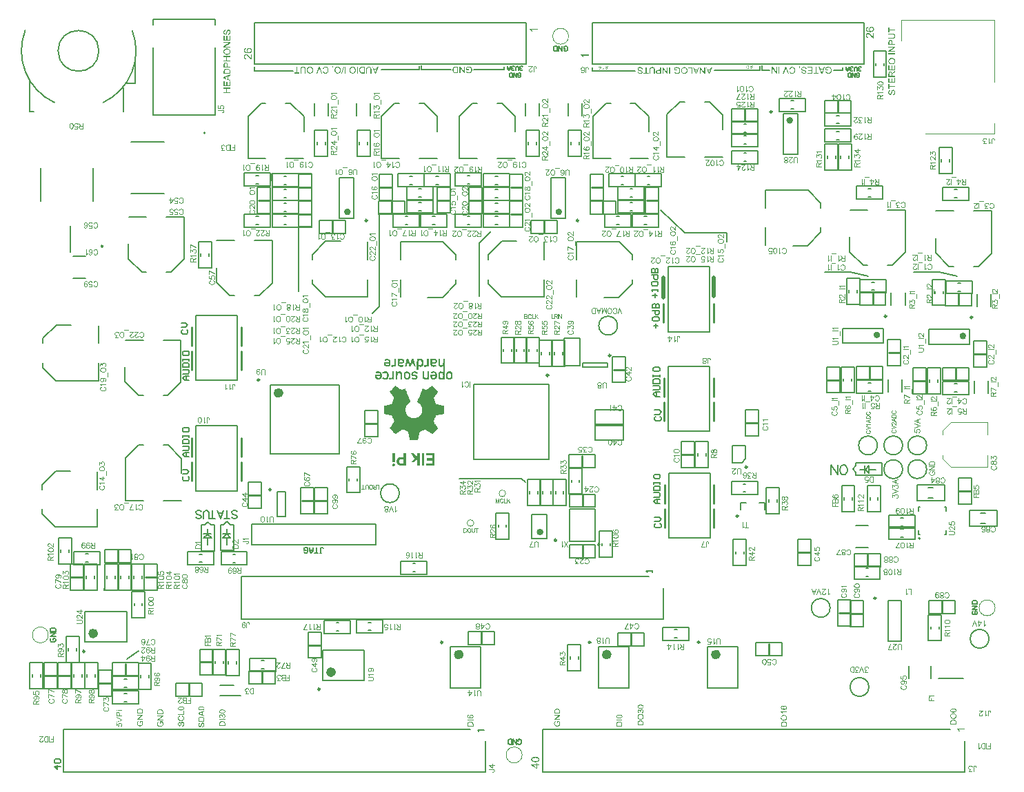
<source format=gto>
G04 This is an RS-274x file exported by *
G04 gerbv version 2.6A *
G04 More information is available about gerbv at *
G04 http://gerbv.geda-project.org/ *
G04 --End of header info--*
%MOIN*%
%FSLAX34Y34*%
%IPPOS*%
G04 --Define apertures--*
%ADD10C,0.0040*%
%ADD11C,0.0079*%
%ADD12C,0.0098*%
%ADD13C,0.0157*%
%ADD14C,0.0236*%
%ADD15C,0.0100*%
%ADD16C,0.0060*%
%ADD17C,0.0060*%
%ADD18C,0.0070*%
%ADD19C,0.0200*%
%ADD20C,0.0050*%
%ADD21C,0.0039*%
%ADD22C,0.0030*%
G04 --Start main section--*
G36*
G01X0015510Y-033418D02*
G37*
G36*
G01X0014491Y-033420D02*
G37*
G36*
G01X0015008Y-033421D02*
G37*
G36*
G01X0015809Y-033419D02*
G37*
G36*
G01X0016350Y-034023D02*
G37*
G36*
G01X0014115Y-033873D02*
G37*
G36*
G01X0016874Y-033418D02*
G37*
G36*
G01X0013700Y-033418D02*
G37*
G36*
G01X0016574Y-034023D02*
G37*
G36*
G01X0014062Y-033933D02*
G37*
G36*
G01X0019816Y-016452D02*
G01X0019835Y-016456D01*
G01X0019842Y-016460D01*
G01X0019871Y-016481D01*
G01X0019893Y-016503D01*
G01X0019904Y-016522D01*
G01X0019907Y-016525D01*
G01X0019907Y-016529D01*
G01X0019911Y-016547D01*
G01X0019915Y-016562D01*
G01X0019911Y-016591D01*
G01X0019907Y-016609D01*
G01X0019904Y-016613D01*
G01X0019904Y-016616D01*
G01X0019886Y-016642D01*
G01X0019867Y-016660D01*
G01X0019853Y-016667D01*
G01X0019849Y-016671D01*
G01X0019835Y-016675D01*
G01X0019816Y-016678D01*
G01X0019780Y-016682D01*
G01X0019678Y-016682D01*
G01X0019678Y-016707D01*
G01X0019678Y-016718D01*
G01X0019678Y-016726D01*
G01X0019681Y-016733D01*
G01X0019681Y-016740D01*
G01X0019685Y-016744D01*
G01X0019689Y-016748D01*
G01X0019692Y-016748D01*
G01X0019707Y-016762D01*
G01X0019729Y-016766D01*
G01X0019747Y-016769D01*
G01X0019784Y-016769D01*
G01X0019805Y-016762D01*
G01X0019816Y-016755D01*
G01X0019820Y-016751D01*
G01X0019835Y-016740D01*
G01X0019864Y-016766D01*
G01X0019878Y-016777D01*
G01X0019882Y-016780D01*
G01X0019886Y-016780D01*
G01X0019893Y-016788D01*
G01X0019893Y-016791D01*
G01X0019889Y-016795D01*
G01X0019882Y-016802D01*
G01X0019875Y-016806D01*
G01X0019871Y-016810D01*
G01X0019856Y-016820D01*
G01X0019842Y-016828D01*
G01X0019835Y-016835D01*
G01X0019831Y-016835D01*
G01X0019809Y-016839D01*
G01X0019798Y-016839D01*
G01X0019784Y-016842D01*
G01X0019747Y-016842D01*
G01X0019714Y-016839D01*
G01X0019692Y-016835D01*
G01X0019678Y-016831D01*
G01X0019674Y-016828D01*
G01X0019656Y-016820D01*
G01X0019641Y-016810D01*
G01X0019634Y-016802D01*
G01X0019630Y-016799D01*
G01X0019616Y-016780D01*
G01X0019609Y-016762D01*
G01X0019605Y-016748D01*
G01X0019605Y-016740D01*
G01X0019601Y-016722D01*
G01X0019601Y-016700D01*
G01X0019601Y-016653D01*
G01X0019601Y-016627D01*
G01X0019601Y-016609D01*
G01X0019601Y-016594D01*
G01X0019601Y-016591D01*
G01X0019601Y-016452D01*
G01X0019678Y-016449D01*
G01X0019678Y-016463D01*
G01X0019678Y-016474D01*
G01X0019681Y-016478D01*
G01X0019681Y-016474D01*
G01X0019685Y-016471D01*
G01X0019707Y-016460D01*
G01X0019733Y-016452D01*
G01X0019751Y-016449D01*
G01X0019791Y-016449D01*
G01X0019816Y-016452D01*
G37*
G36*
G01X0019816Y-016452D02*
G37*
G36*
G01X0018227Y-016452D02*
G01X0018249Y-016456D01*
G01X0018264Y-016460D01*
G01X0018271Y-016463D01*
G01X0018289Y-016478D01*
G01X0018304Y-016492D01*
G01X0018315Y-016503D01*
G01X0018318Y-016507D01*
G01X0018329Y-016525D01*
G01X0018333Y-016533D01*
G01X0018333Y-016543D01*
G01X0018329Y-016554D01*
G01X0018329Y-016569D01*
G01X0018329Y-016573D01*
G01X0018329Y-016591D01*
G01X0018329Y-016605D01*
G01X0018329Y-016609D01*
G01X0018329Y-016613D01*
G01X0018322Y-016627D01*
G01X0018315Y-016631D01*
G01X0018315Y-016635D01*
G01X0018304Y-016649D01*
G01X0018296Y-016656D01*
G01X0018278Y-016664D01*
G01X0018275Y-016667D01*
G01X0018271Y-016667D01*
G01X0018249Y-016675D01*
G01X0018242Y-016678D01*
G01X0018238Y-016678D01*
G01X0018220Y-016682D01*
G01X0018096Y-016682D01*
G01X0018096Y-016704D01*
G01X0018100Y-016726D01*
G01X0018103Y-016733D01*
G01X0018103Y-016737D01*
G01X0018111Y-016748D01*
G01X0018118Y-016755D01*
G01X0018121Y-016759D01*
G01X0018125Y-016759D01*
G01X0018147Y-016769D01*
G01X0018202Y-016769D01*
G01X0018216Y-016766D01*
G01X0018227Y-016766D01*
G01X0018242Y-016759D01*
G01X0018249Y-016751D01*
G01X0018249Y-016748D01*
G01X0018249Y-016744D01*
G01X0018256Y-016744D01*
G01X0018264Y-016748D01*
G01X0018275Y-016755D01*
G01X0018285Y-016762D01*
G01X0018289Y-016766D01*
G01X0018315Y-016788D01*
G01X0018300Y-016802D01*
G01X0018282Y-016820D01*
G01X0018278Y-016824D01*
G01X0018275Y-016824D01*
G01X0018253Y-016835D01*
G01X0018249Y-016839D01*
G01X0018245Y-016839D01*
G01X0018238Y-016842D01*
G01X0018132Y-016842D01*
G01X0018125Y-016839D01*
G01X0018121Y-016839D01*
G01X0018096Y-016831D01*
G01X0018089Y-016828D01*
G01X0018085Y-016824D01*
G01X0018074Y-016817D01*
G01X0018067Y-016813D01*
G01X0018059Y-016810D01*
G01X0018059Y-016806D01*
G01X0018045Y-016795D01*
G01X0018041Y-016791D01*
G01X0018041Y-016788D01*
G01X0018027Y-016769D01*
G01X0018023Y-016449D01*
G01X0018059Y-016449D01*
G01X0018078Y-016452D01*
G01X0018089Y-016452D01*
G01X0018096Y-016456D01*
G01X0018100Y-016460D01*
G01X0018100Y-016463D01*
G01X0018103Y-016467D01*
G01X0018107Y-016478D01*
G01X0018114Y-016471D01*
G01X0018125Y-016463D01*
G01X0018136Y-016460D01*
G01X0018143Y-016456D01*
G01X0018147Y-016456D01*
G01X0018162Y-016452D01*
G01X0018180Y-016449D01*
G01X0018198Y-016449D01*
G01X0018227Y-016452D01*
G37*
G36*
G01X0018227Y-016452D02*
G37*
G36*
G01X0019138Y-016452D02*
G01X0019157Y-016456D01*
G01X0019182Y-016471D01*
G01X0019200Y-016481D01*
G01X0019208Y-016489D01*
G01X0019222Y-016507D01*
G01X0019233Y-016522D01*
G01X0019240Y-016533D01*
G01X0019240Y-016536D01*
G01X0019240Y-016547D01*
G01X0019244Y-016562D01*
G01X0019244Y-016602D01*
G01X0019244Y-016620D01*
G01X0019244Y-016635D01*
G01X0019244Y-016646D01*
G01X0019244Y-016649D01*
G01X0019244Y-016755D01*
G01X0019226Y-016784D01*
G01X0019215Y-016799D01*
G01X0019200Y-016810D01*
G01X0019189Y-016817D01*
G01X0019186Y-016820D01*
G01X0019168Y-016831D01*
G01X0019149Y-016839D01*
G01X0019138Y-016842D01*
G01X0019098Y-016842D01*
G01X0019087Y-016839D01*
G01X0019084Y-016839D01*
G01X0019069Y-016835D01*
G01X0019055Y-016828D01*
G01X0019044Y-016820D01*
G01X0019040Y-016817D01*
G01X0019014Y-016799D01*
G01X0019014Y-016897D01*
G01X0019014Y-016999D01*
G01X0018938Y-016999D01*
G01X0018938Y-016722D01*
G01X0018942Y-016452D01*
G01X0019014Y-016449D01*
G01X0019014Y-016492D01*
G01X0019025Y-016478D01*
G01X0019058Y-016460D01*
G01X0019087Y-016452D01*
G01X0019109Y-016449D01*
G01X0019120Y-016449D01*
G01X0019138Y-016452D01*
G37*
G36*
G01X0019138Y-016452D02*
G37*
G36*
G01X0018752Y-016452D02*
G01X0018759Y-016452D01*
G01X0018767Y-016456D01*
G01X0018770Y-016460D01*
G01X0018774Y-016467D01*
G01X0018781Y-016489D01*
G01X0018792Y-016518D01*
G01X0018807Y-016554D01*
G01X0018818Y-016587D01*
G01X0018825Y-016616D01*
G01X0018832Y-016638D01*
G01X0018836Y-016642D01*
G01X0018836Y-016646D01*
G01X0018847Y-016678D01*
G01X0018854Y-016704D01*
G01X0018869Y-016751D01*
G01X0018876Y-016784D01*
G01X0018883Y-016806D01*
G01X0018887Y-016820D01*
G01X0018891Y-016831D01*
G01X0018891Y-016835D01*
G01X0018880Y-016835D01*
G01X0018861Y-016839D01*
G01X0018850Y-016839D01*
G01X0018810Y-016835D01*
G01X0018781Y-016722D01*
G01X0018770Y-016693D01*
G01X0018763Y-016667D01*
G01X0018756Y-016649D01*
G01X0018756Y-016642D01*
G01X0018748Y-016616D01*
G01X0018745Y-016602D01*
G01X0018745Y-016594D01*
G01X0018745Y-016591D01*
G01X0018741Y-016584D01*
G01X0018741Y-016580D01*
G01X0018737Y-016576D01*
G01X0018734Y-016576D01*
G01X0018730Y-016584D01*
G01X0018726Y-016598D01*
G01X0018723Y-016613D01*
G01X0018723Y-016620D01*
G01X0018712Y-016649D01*
G01X0018697Y-016678D01*
G01X0018690Y-016700D01*
G01X0018686Y-016704D01*
G01X0018686Y-016707D01*
G01X0018650Y-016839D01*
G01X0018599Y-016839D01*
G01X0018595Y-016835D01*
G01X0018592Y-016835D01*
G01X0018588Y-016831D01*
G01X0018584Y-016828D01*
G01X0018584Y-016824D01*
G01X0018570Y-016773D01*
G01X0018555Y-016722D01*
G01X0018548Y-016700D01*
G01X0018541Y-016682D01*
G01X0018537Y-016671D01*
G01X0018537Y-016667D01*
G01X0018526Y-016638D01*
G01X0018519Y-016616D01*
G01X0018511Y-016598D01*
G01X0018508Y-016591D01*
G01X0018504Y-016584D01*
G01X0018501Y-016580D01*
G01X0018501Y-016584D01*
G01X0018497Y-016587D01*
G01X0018493Y-016602D01*
G01X0018490Y-016613D01*
G01X0018490Y-016620D01*
G01X0018479Y-016649D01*
G01X0018468Y-016678D01*
G01X0018464Y-016700D01*
G01X0018460Y-016704D01*
G01X0018460Y-016707D01*
G01X0018449Y-016740D01*
G01X0018442Y-016769D01*
G01X0018439Y-016788D01*
G01X0018439Y-016795D01*
G01X0018435Y-016810D01*
G01X0018431Y-016817D01*
G01X0018428Y-016831D01*
G01X0018428Y-016835D01*
G01X0018417Y-016839D01*
G01X0018384Y-016839D01*
G01X0018344Y-016835D01*
G01X0018373Y-016744D01*
G01X0018380Y-016715D01*
G01X0018391Y-016689D01*
G01X0018398Y-016667D01*
G01X0018402Y-016660D01*
G01X0018402Y-016656D01*
G01X0018413Y-016616D01*
G01X0018424Y-016587D01*
G01X0018431Y-016565D01*
G01X0018435Y-016562D01*
G01X0018435Y-016558D01*
G01X0018468Y-016449D01*
G01X0018533Y-016449D01*
G01X0018548Y-016492D01*
G01X0018552Y-016511D01*
G01X0018559Y-016529D01*
G01X0018562Y-016543D01*
G01X0018566Y-016551D01*
G01X0018577Y-016580D01*
G01X0018584Y-016605D01*
G01X0018588Y-016624D01*
G01X0018592Y-016631D01*
G01X0018599Y-016660D01*
G01X0018606Y-016678D01*
G01X0018610Y-016689D01*
G01X0018614Y-016693D01*
G01X0018617Y-016704D01*
G01X0018621Y-016711D01*
G01X0018624Y-016700D01*
G01X0018628Y-016686D01*
G01X0018632Y-016675D01*
G01X0018635Y-016667D01*
G01X0018646Y-016638D01*
G01X0018654Y-016609D01*
G01X0018661Y-016587D01*
G01X0018665Y-016580D01*
G01X0018665Y-016576D01*
G01X0018697Y-016452D01*
G01X0018734Y-016449D01*
G01X0018745Y-016449D01*
G01X0018752Y-016452D01*
G37*
G36*
G01X0018752Y-016452D02*
G37*
G36*
G01X0020279Y-017451D02*
G01X0020206Y-017451D01*
G01X0020206Y-017436D01*
G01X0020206Y-017429D01*
G01X0020203Y-017426D01*
G01X0020203Y-017422D01*
G01X0020199Y-017426D01*
G01X0020195Y-017429D01*
G01X0020188Y-017433D01*
G01X0020174Y-017436D01*
G01X0020170Y-017440D01*
G01X0020155Y-017447D01*
G01X0020152Y-017447D01*
G01X0020137Y-017451D01*
G01X0020130Y-017451D01*
G01X0020108Y-017455D01*
G01X0020101Y-017455D01*
G01X0020068Y-017451D01*
G01X0020042Y-017444D01*
G01X0020028Y-017433D01*
G01X0020020Y-017429D01*
G01X0019999Y-017411D01*
G01X0019988Y-017385D01*
G01X0019980Y-017367D01*
G01X0019977Y-017364D01*
G01X0019977Y-017360D01*
G01X0019977Y-017349D01*
G01X0019973Y-017334D01*
G01X0019973Y-017302D01*
G01X0019973Y-017287D01*
G01X0019973Y-017272D01*
G01X0019973Y-017265D01*
G01X0019973Y-017262D01*
G01X0019973Y-017236D01*
G01X0019973Y-017218D01*
G01X0019973Y-017185D01*
G01X0019977Y-017170D01*
G01X0019977Y-017163D01*
G01X0019988Y-017138D01*
G01X0019999Y-017116D01*
G01X0020013Y-017101D01*
G01X0020017Y-017098D01*
G01X0020039Y-017079D01*
G01X0020061Y-017072D01*
G01X0020075Y-017065D01*
G01X0020133Y-017065D01*
G01X0020159Y-017079D01*
G01X0020170Y-017083D01*
G01X0020174Y-017087D01*
G01X0020188Y-017094D01*
G01X0020195Y-017098D01*
G01X0020203Y-017101D01*
G01X0020206Y-017094D01*
G01X0020206Y-017079D01*
G01X0020206Y-017065D01*
G01X0020206Y-017061D01*
G01X0020206Y-017057D01*
G01X0020206Y-017021D01*
G01X0020206Y-016988D01*
G01X0020206Y-016974D01*
G01X0020206Y-016963D01*
G01X0020206Y-016955D01*
G01X0020206Y-016952D01*
G01X0020206Y-016908D01*
G01X0020206Y-016875D01*
G01X0020206Y-016853D01*
G01X0020206Y-016850D01*
G01X0020206Y-016846D01*
G01X0020206Y-016831D01*
G01X0020206Y-016824D01*
G01X0020206Y-016810D01*
G01X0020206Y-016806D01*
G01X0020199Y-016810D01*
G01X0020195Y-016810D01*
G01X0020181Y-016817D01*
G01X0020177Y-016820D01*
G01X0020174Y-016820D01*
G01X0020155Y-016831D01*
G01X0020141Y-016839D01*
G01X0020126Y-016842D01*
G01X0020082Y-016842D01*
G01X0020068Y-016839D01*
G01X0020064Y-016839D01*
G01X0020050Y-016835D01*
G01X0020035Y-016824D01*
G01X0020024Y-016817D01*
G01X0020020Y-016813D01*
G01X0020006Y-016799D01*
G01X0019995Y-016788D01*
G01X0019991Y-016777D01*
G01X0019988Y-016773D01*
G01X0019980Y-016748D01*
G01X0019980Y-016737D01*
G01X0019980Y-016733D01*
G01X0019980Y-016722D01*
G01X0019977Y-016704D01*
G01X0019977Y-016660D01*
G01X0019977Y-016638D01*
G01X0019977Y-016620D01*
G01X0019977Y-016605D01*
G01X0019977Y-016602D01*
G01X0019977Y-016452D01*
G01X0020050Y-016452D01*
G01X0020050Y-016587D01*
G01X0020050Y-016620D01*
G01X0020053Y-016642D01*
G01X0020053Y-016664D01*
G01X0020053Y-016678D01*
G01X0020057Y-016689D01*
G01X0020057Y-016697D01*
G01X0020057Y-016700D01*
G01X0020057Y-016715D01*
G01X0020061Y-016726D01*
G01X0020064Y-016733D01*
G01X0020079Y-016748D01*
G01X0020090Y-016755D01*
G01X0020104Y-016762D01*
G01X0020108Y-016762D01*
G01X0020126Y-016766D01*
G01X0020144Y-016762D01*
G01X0020155Y-016759D01*
G01X0020159Y-016755D01*
G01X0020177Y-016744D01*
G01X0020192Y-016729D01*
G01X0020199Y-016718D01*
G01X0020199Y-016715D01*
G01X0020203Y-016704D01*
G01X0020203Y-016686D01*
G01X0020203Y-016664D01*
G01X0020206Y-016638D01*
G01X0020206Y-016616D01*
G01X0020206Y-016598D01*
G01X0020206Y-016584D01*
G01X0020206Y-016580D01*
G01X0020206Y-016449D01*
G01X0020279Y-016449D01*
G01X0020279Y-017451D01*
G37*
G36*
G01X0020279Y-017451D02*
G37*
G36*
G01X0019514Y-016839D02*
G01X0019437Y-016839D01*
G01X0019437Y-016817D01*
G01X0019437Y-016810D01*
G01X0019437Y-016802D01*
G01X0019437Y-016799D01*
G01X0019434Y-016802D01*
G01X0019426Y-016806D01*
G01X0019423Y-016810D01*
G01X0019419Y-016813D01*
G01X0019408Y-016817D01*
G01X0019401Y-016820D01*
G01X0019386Y-016831D01*
G01X0019383Y-016835D01*
G01X0019361Y-016842D01*
G01X0019321Y-016842D01*
G01X0019299Y-016839D01*
G01X0019281Y-016831D01*
G01X0019266Y-016824D01*
G01X0019262Y-016820D01*
G01X0019251Y-016813D01*
G01X0019277Y-016784D01*
G01X0019291Y-016769D01*
G01X0019295Y-016766D01*
G01X0019295Y-016762D01*
G01X0019299Y-016755D01*
G01X0019302Y-016751D01*
G01X0019306Y-016748D01*
G01X0019310Y-016748D01*
G01X0019313Y-016751D01*
G01X0019317Y-016755D01*
G01X0019332Y-016762D01*
G01X0019343Y-016766D01*
G01X0019368Y-016766D01*
G01X0019383Y-016762D01*
G01X0019390Y-016759D01*
G01X0019412Y-016744D01*
G01X0019423Y-016729D01*
G01X0019430Y-016715D01*
G01X0019434Y-016707D01*
G01X0019437Y-016697D01*
G01X0019437Y-016682D01*
G01X0019437Y-016667D01*
G01X0019437Y-016664D01*
G01X0019437Y-016660D01*
G01X0019437Y-016631D01*
G01X0019437Y-016602D01*
G01X0019437Y-016580D01*
G01X0019437Y-016576D01*
G01X0019437Y-016573D01*
G01X0019437Y-016449D01*
G01X0019514Y-016449D01*
G01X0019514Y-016839D01*
G37*
G36*
G01X0019514Y-016839D02*
G37*
G36*
G01X0017936Y-016646D02*
G01X0017936Y-016839D01*
G01X0017855Y-016839D01*
G01X0017855Y-016799D01*
G01X0017844Y-016810D01*
G01X0017837Y-016813D01*
G01X0017830Y-016817D01*
G01X0017815Y-016824D01*
G01X0017812Y-016828D01*
G01X0017793Y-016835D01*
G01X0017775Y-016842D01*
G01X0017735Y-016842D01*
G01X0017717Y-016839D01*
G01X0017706Y-016835D01*
G01X0017702Y-016835D01*
G01X0017691Y-016824D01*
G01X0017688Y-016820D01*
G01X0017680Y-016817D01*
G01X0017677Y-016817D01*
G01X0017680Y-016810D01*
G01X0017684Y-016806D01*
G01X0017684Y-016802D01*
G01X0017695Y-016788D01*
G01X0017699Y-016784D01*
G01X0017699Y-016780D01*
G01X0017728Y-016748D01*
G01X0017746Y-016755D01*
G01X0017764Y-016762D01*
G01X0017782Y-016766D01*
G01X0017793Y-016762D01*
G01X0017801Y-016762D01*
G01X0017823Y-016751D01*
G01X0017833Y-016740D01*
G01X0017841Y-016733D01*
G01X0017844Y-016729D01*
G01X0017848Y-016722D01*
G01X0017852Y-016707D01*
G01X0017855Y-016697D01*
G01X0017855Y-016693D01*
G01X0017855Y-016678D01*
G01X0017855Y-016664D01*
G01X0017855Y-016627D01*
G01X0017855Y-016609D01*
G01X0017855Y-016594D01*
G01X0017855Y-016587D01*
G01X0017855Y-016584D01*
G01X0017863Y-016452D01*
G01X0017936Y-016452D01*
G01X0017936Y-016646D01*
G37*
G36*
G01X0017936Y-016646D02*
G37*
G36*
G01X0017524Y-016452D02*
G01X0017535Y-016452D01*
G01X0017546Y-016456D01*
G01X0017556Y-016460D01*
G01X0017564Y-016463D01*
G01X0017567Y-016463D01*
G01X0017589Y-016474D01*
G01X0017604Y-016481D01*
G01X0017615Y-016489D01*
G01X0017618Y-016492D01*
G01X0017629Y-016503D01*
G01X0017637Y-016518D01*
G01X0017640Y-016529D01*
G01X0017644Y-016533D01*
G01X0017659Y-016569D01*
G01X0017666Y-016605D01*
G01X0017669Y-016624D01*
G01X0017669Y-016635D01*
G01X0017669Y-016642D01*
G01X0017669Y-016646D01*
G01X0017666Y-016689D01*
G01X0017655Y-016726D01*
G01X0017648Y-016748D01*
G01X0017644Y-016751D01*
G01X0017644Y-016755D01*
G01X0017637Y-016773D01*
G01X0017626Y-016788D01*
G01X0017622Y-016795D01*
G01X0017618Y-016799D01*
G01X0017593Y-016817D01*
G01X0017586Y-016824D01*
G01X0017582Y-016824D01*
G01X0017560Y-016835D01*
G01X0017535Y-016839D01*
G01X0017480Y-016839D01*
G01X0017465Y-016835D01*
G01X0017458Y-016831D01*
G01X0017454Y-016831D01*
G01X0017429Y-016820D01*
G01X0017411Y-016806D01*
G01X0017392Y-016791D01*
G01X0017381Y-016777D01*
G01X0017363Y-016755D01*
G01X0017360Y-016748D01*
G01X0017360Y-016744D01*
G01X0017352Y-016722D01*
G01X0017352Y-016715D01*
G01X0017352Y-016711D01*
G01X0017349Y-016700D01*
G01X0017349Y-016686D01*
G01X0017349Y-016675D01*
G01X0017349Y-016671D01*
G01X0017349Y-016620D01*
G01X0017593Y-016620D01*
G01X0017589Y-016598D01*
G01X0017586Y-016584D01*
G01X0017582Y-016569D01*
G01X0017578Y-016562D01*
G01X0017575Y-016558D01*
G01X0017553Y-016536D01*
G01X0017546Y-016533D01*
G01X0017542Y-016529D01*
G01X0017524Y-016525D01*
G01X0017502Y-016522D01*
G01X0017487Y-016525D01*
G01X0017484Y-016525D01*
G01X0017458Y-016529D01*
G01X0017440Y-016536D01*
G01X0017429Y-016543D01*
G01X0017425Y-016547D01*
G01X0017414Y-016562D01*
G01X0017385Y-016533D01*
G01X0017352Y-016511D01*
G01X0017374Y-016496D01*
G01X0017392Y-016481D01*
G01X0017407Y-016471D01*
G01X0017422Y-016463D01*
G01X0017425Y-016463D01*
G01X0017447Y-016456D01*
G01X0017469Y-016452D01*
G01X0017484Y-016449D01*
G01X0017513Y-016449D01*
G01X0017524Y-016452D01*
G37*
G36*
G01X0017524Y-016452D02*
G37*
G36*
G01X0018132Y-017065D02*
G01X0018140Y-017065D01*
G01X0018165Y-017076D01*
G01X0018183Y-017090D01*
G01X0018198Y-017101D01*
G01X0018202Y-017105D01*
G01X0018216Y-017127D01*
G01X0018227Y-017145D01*
G01X0018231Y-017156D01*
G01X0018231Y-017159D01*
G01X0018231Y-017174D01*
G01X0018234Y-017196D01*
G01X0018234Y-017243D01*
G01X0018234Y-017265D01*
G01X0018234Y-017287D01*
G01X0018234Y-017302D01*
G01X0018234Y-017305D01*
G01X0018234Y-017451D01*
G01X0018162Y-017451D01*
G01X0018162Y-017334D01*
G01X0018162Y-017298D01*
G01X0018162Y-017269D01*
G01X0018162Y-017251D01*
G01X0018162Y-017247D01*
G01X0018162Y-017243D01*
G01X0018158Y-017221D01*
G01X0018158Y-017207D01*
G01X0018154Y-017200D01*
G01X0018151Y-017185D01*
G01X0018147Y-017181D01*
G01X0018147Y-017178D01*
G01X0018132Y-017163D01*
G01X0018129Y-017159D01*
G01X0018114Y-017149D01*
G01X0018111Y-017145D01*
G01X0018103Y-017141D01*
G01X0018059Y-017141D01*
G01X0018045Y-017149D01*
G01X0018041Y-017152D01*
G01X0018027Y-017163D01*
G01X0018016Y-017178D01*
G01X0018012Y-017189D01*
G01X0018012Y-017192D01*
G01X0018008Y-017207D01*
G01X0018008Y-017225D01*
G01X0018005Y-017272D01*
G01X0018005Y-017291D01*
G01X0018005Y-017309D01*
G01X0018005Y-017324D01*
G01X0018005Y-017327D01*
G01X0018005Y-017451D01*
G01X0017925Y-017451D01*
G01X0017925Y-017068D01*
G01X0018005Y-017068D01*
G01X0018005Y-017105D01*
G01X0018019Y-017090D01*
G01X0018034Y-017083D01*
G01X0018038Y-017079D01*
G01X0018041Y-017079D01*
G01X0018056Y-017072D01*
G01X0018059Y-017068D01*
G01X0018063Y-017068D01*
G01X0018092Y-017065D01*
G01X0018118Y-017061D01*
G01X0018132Y-017065D01*
G37*
G36*
G01X0018132Y-017065D02*
G37*
G36*
G01X0018887Y-017072D02*
G01X0018909Y-017076D01*
G01X0018923Y-017083D01*
G01X0018931Y-017087D01*
G01X0018934Y-017087D01*
G01X0018952Y-017094D01*
G01X0018967Y-017105D01*
G01X0018978Y-017108D01*
G01X0018982Y-017112D01*
G01X0018993Y-017123D01*
G01X0019000Y-017130D01*
G01X0019000Y-017134D01*
G01X0018996Y-017138D01*
G01X0018993Y-017141D01*
G01X0018978Y-017152D01*
G01X0018971Y-017159D01*
G01X0018949Y-017185D01*
G01X0018927Y-017163D01*
G01X0018887Y-017145D01*
G01X0018850Y-017138D01*
G01X0018836Y-017134D01*
G01X0018814Y-017134D01*
G01X0018792Y-017138D01*
G01X0018778Y-017145D01*
G01X0018763Y-017152D01*
G01X0018756Y-017163D01*
G01X0018748Y-017178D01*
G01X0018748Y-017185D01*
G01X0018752Y-017200D01*
G01X0018756Y-017207D01*
G01X0018763Y-017214D01*
G01X0018767Y-017214D01*
G01X0018785Y-017221D01*
G01X0018807Y-017225D01*
G01X0018829Y-017229D01*
G01X0018836Y-017229D01*
G01X0018861Y-017232D01*
G01X0018887Y-017236D01*
G01X0018905Y-017243D01*
G01X0018920Y-017247D01*
G01X0018938Y-017258D01*
G01X0018945Y-017262D01*
G01X0018963Y-017283D01*
G01X0018971Y-017313D01*
G01X0018974Y-017334D01*
G01X0018974Y-017338D01*
G01X0018974Y-017342D01*
G01X0018971Y-017371D01*
G01X0018963Y-017393D01*
G01X0018960Y-017407D01*
G01X0018956Y-017411D01*
G01X0018938Y-017429D01*
G01X0018916Y-017444D01*
G01X0018898Y-017447D01*
G01X0018891Y-017451D01*
G01X0018872Y-017455D01*
G01X0018796Y-017455D01*
G01X0018774Y-017451D01*
G01X0018759Y-017447D01*
G01X0018756Y-017447D01*
G01X0018741Y-017444D01*
G01X0018726Y-017436D01*
G01X0018716Y-017433D01*
G01X0018712Y-017429D01*
G01X0018694Y-017418D01*
G01X0018686Y-017415D01*
G01X0018683Y-017407D01*
G01X0018686Y-017404D01*
G01X0018690Y-017400D01*
G01X0018690Y-017396D01*
G01X0018697Y-017382D01*
G01X0018701Y-017378D01*
G01X0018726Y-017353D01*
G01X0018752Y-017367D01*
G01X0018774Y-017375D01*
G01X0018792Y-017378D01*
G01X0018807Y-017382D01*
G01X0018810Y-017382D01*
G01X0018832Y-017385D01*
G01X0018847Y-017385D01*
G01X0018858Y-017382D01*
G01X0018861Y-017382D01*
G01X0018883Y-017367D01*
G01X0018887Y-017364D01*
G01X0018891Y-017360D01*
G01X0018898Y-017353D01*
G01X0018898Y-017345D01*
G01X0018898Y-017342D01*
G01X0018898Y-017338D01*
G01X0018894Y-017324D01*
G01X0018887Y-017316D01*
G01X0018880Y-017309D01*
G01X0018876Y-017309D01*
G01X0018858Y-017305D01*
G01X0018836Y-017302D01*
G01X0018814Y-017298D01*
G01X0018807Y-017298D01*
G01X0018774Y-017294D01*
G01X0018748Y-017291D01*
G01X0018737Y-017287D01*
G01X0018734Y-017287D01*
G01X0018719Y-017280D01*
G01X0018705Y-017272D01*
G01X0018697Y-017265D01*
G01X0018694Y-017262D01*
G01X0018683Y-017240D01*
G01X0018675Y-017221D01*
G01X0018672Y-017207D01*
G01X0018672Y-017200D01*
G01X0018672Y-017174D01*
G01X0018675Y-017156D01*
G01X0018679Y-017141D01*
G01X0018679Y-017138D01*
G01X0018694Y-017119D01*
G01X0018708Y-017105D01*
G01X0018741Y-017083D01*
G01X0018759Y-017076D01*
G01X0018774Y-017072D01*
G01X0018781Y-017068D01*
G01X0018785Y-017068D01*
G01X0018814Y-017065D01*
G01X0018839Y-017065D01*
G01X0018887Y-017072D01*
G37*
G36*
G01X0018887Y-017072D02*
G37*
G36*
G01X0017837Y-017451D02*
G01X0017764Y-017451D01*
G01X0017764Y-017433D01*
G01X0017764Y-017426D01*
G01X0017761Y-017418D01*
G01X0017761Y-017415D01*
G01X0017753Y-017418D01*
G01X0017750Y-017422D01*
G01X0017746Y-017426D01*
G01X0017739Y-017433D01*
G01X0017735Y-017436D01*
G01X0017720Y-017444D01*
G01X0017713Y-017447D01*
G01X0017691Y-017455D01*
G01X0017648Y-017455D01*
G01X0017618Y-017451D01*
G01X0017597Y-017444D01*
G01X0017586Y-017440D01*
G01X0017582Y-017436D01*
G01X0017578Y-017433D01*
G01X0017578Y-017429D01*
G01X0017582Y-017426D01*
G01X0017589Y-017418D01*
G01X0017597Y-017411D01*
G01X0017600Y-017404D01*
G01X0017604Y-017400D01*
G01X0017618Y-017382D01*
G01X0017622Y-017378D01*
G01X0017622Y-017375D01*
G01X0017629Y-017367D01*
G01X0017640Y-017367D01*
G01X0017644Y-017371D01*
G01X0017651Y-017371D01*
G01X0017655Y-017375D01*
G01X0017659Y-017375D01*
G01X0017677Y-017378D01*
G01X0017695Y-017378D01*
G01X0017710Y-017375D01*
G01X0017713Y-017375D01*
G01X0017731Y-017367D01*
G01X0017742Y-017356D01*
G01X0017750Y-017345D01*
G01X0017753Y-017342D01*
G01X0017757Y-017331D01*
G01X0017757Y-017320D01*
G01X0017761Y-017309D01*
G01X0017761Y-017305D01*
G01X0017761Y-017294D01*
G01X0017761Y-017276D01*
G01X0017761Y-017240D01*
G01X0017761Y-017225D01*
G01X0017761Y-017211D01*
G01X0017761Y-017200D01*
G01X0017761Y-017196D01*
G01X0017764Y-017068D01*
G01X0017837Y-017068D01*
G01X0017837Y-017451D01*
G37*
G36*
G01X0017837Y-017451D02*
G37*
G36*
G01X0019528Y-017451D02*
G01X0019448Y-017451D01*
G01X0019448Y-017436D01*
G01X0019448Y-017429D01*
G01X0019445Y-017426D01*
G01X0019445Y-017422D01*
G01X0019441Y-017426D01*
G01X0019434Y-017429D01*
G01X0019430Y-017433D01*
G01X0019426Y-017433D01*
G01X0019419Y-017440D01*
G01X0019412Y-017444D01*
G01X0019401Y-017447D01*
G01X0019397Y-017451D01*
G01X0019379Y-017451D01*
G01X0019357Y-017455D01*
G01X0019328Y-017455D01*
G01X0019310Y-017451D01*
G01X0019299Y-017447D01*
G01X0019295Y-017444D01*
G01X0019277Y-017436D01*
G01X0019262Y-017429D01*
G01X0019251Y-017422D01*
G01X0019248Y-017418D01*
G01X0019237Y-017396D01*
G01X0019230Y-017382D01*
G01X0019226Y-017367D01*
G01X0019226Y-017364D01*
G01X0019222Y-017349D01*
G01X0019222Y-017331D01*
G01X0019219Y-017305D01*
G01X0019219Y-017280D01*
G01X0019219Y-017254D01*
G01X0019219Y-017232D01*
G01X0019219Y-017221D01*
G01X0019219Y-017214D01*
G01X0019219Y-017068D01*
G01X0019291Y-017068D01*
G01X0019291Y-017189D01*
G01X0019291Y-017221D01*
G01X0019291Y-017251D01*
G01X0019295Y-017269D01*
G01X0019295Y-017276D01*
G01X0019295Y-017302D01*
G01X0019295Y-017320D01*
G01X0019299Y-017327D01*
G01X0019299Y-017331D01*
G01X0019302Y-017342D01*
G01X0019313Y-017353D01*
G01X0019321Y-017356D01*
G01X0019324Y-017360D01*
G01X0019339Y-017371D01*
G01X0019350Y-017378D01*
G01X0019357Y-017382D01*
G01X0019375Y-017382D01*
G01X0019390Y-017378D01*
G01X0019401Y-017375D01*
G01X0019404Y-017375D01*
G01X0019419Y-017367D01*
G01X0019430Y-017356D01*
G01X0019434Y-017349D01*
G01X0019437Y-017345D01*
G01X0019445Y-017324D01*
G01X0019448Y-017313D01*
G01X0019448Y-017309D01*
G01X0019448Y-017298D01*
G01X0019448Y-017283D01*
G01X0019448Y-017247D01*
G01X0019448Y-017229D01*
G01X0019448Y-017211D01*
G01X0019448Y-017200D01*
G01X0019448Y-017196D01*
G01X0019448Y-017068D01*
G01X0019528Y-017068D01*
G01X0019528Y-017451D01*
G37*
G36*
G01X0019528Y-017451D02*
G37*
G36*
G01X0017473Y-017072D02*
G01X0017484Y-017079D01*
G01X0017487Y-017079D01*
G01X0017505Y-017090D01*
G01X0017520Y-017101D01*
G01X0017531Y-017108D01*
G01X0017535Y-017112D01*
G01X0017546Y-017130D01*
G01X0017556Y-017145D01*
G01X0017560Y-017159D01*
G01X0017564Y-017163D01*
G01X0017575Y-017189D01*
G01X0017578Y-017218D01*
G01X0017582Y-017240D01*
G01X0017582Y-017243D01*
G01X0017582Y-017247D01*
G01X0017578Y-017287D01*
G01X0017575Y-017316D01*
G01X0017571Y-017334D01*
G01X0017567Y-017342D01*
G01X0017556Y-017371D01*
G01X0017546Y-017393D01*
G01X0017535Y-017407D01*
G01X0017531Y-017411D01*
G01X0017509Y-017429D01*
G01X0017484Y-017444D01*
G01X0017469Y-017447D01*
G01X0017462Y-017451D01*
G01X0017454Y-017455D01*
G01X0017367Y-017455D01*
G01X0017360Y-017451D01*
G01X0017356Y-017451D01*
G01X0017334Y-017444D01*
G01X0017330Y-017440D01*
G01X0017327Y-017440D01*
G01X0017309Y-017429D01*
G01X0017305Y-017426D01*
G01X0017301Y-017422D01*
G01X0017290Y-017418D01*
G01X0017287Y-017415D01*
G01X0017283Y-017411D01*
G01X0017269Y-017389D01*
G01X0017294Y-017367D01*
G01X0017323Y-017342D01*
G01X0017338Y-017356D01*
G01X0017360Y-017371D01*
G01X0017378Y-017378D01*
G01X0017392Y-017382D01*
G01X0017422Y-017382D01*
G01X0017443Y-017375D01*
G01X0017458Y-017371D01*
G01X0017462Y-017367D01*
G01X0017473Y-017356D01*
G01X0017484Y-017342D01*
G01X0017498Y-017313D01*
G01X0017502Y-017298D01*
G01X0017502Y-017287D01*
G01X0017505Y-017280D01*
G01X0017505Y-017276D01*
G01X0017505Y-017254D01*
G01X0017505Y-017232D01*
G01X0017494Y-017200D01*
G01X0017484Y-017178D01*
G01X0017480Y-017174D01*
G01X0017480Y-017170D01*
G01X0017458Y-017156D01*
G01X0017451Y-017149D01*
G01X0017447Y-017149D01*
G01X0017422Y-017141D01*
G01X0017407Y-017141D01*
G01X0017381Y-017145D01*
G01X0017371Y-017149D01*
G01X0017367Y-017149D01*
G01X0017352Y-017156D01*
G01X0017341Y-017159D01*
G01X0017338Y-017167D01*
G01X0017334Y-017167D01*
G01X0017327Y-017170D01*
G01X0017320Y-017170D01*
G01X0017312Y-017167D01*
G01X0017301Y-017163D01*
G01X0017294Y-017156D01*
G01X0017290Y-017152D01*
G01X0017265Y-017127D01*
G01X0017283Y-017108D01*
G01X0017301Y-017098D01*
G01X0017305Y-017094D01*
G01X0017309Y-017090D01*
G01X0017327Y-017079D01*
G01X0017330Y-017076D01*
G01X0017334Y-017076D01*
G01X0017356Y-017068D01*
G01X0017363Y-017065D01*
G01X0017451Y-017065D01*
G01X0017473Y-017072D01*
G37*
G36*
G01X0017473Y-017072D02*
G37*
G36*
G01X0020564Y-017068D02*
G01X0020575Y-017072D01*
G01X0020582Y-017079D01*
G01X0020585Y-017079D01*
G01X0020615Y-017098D01*
G01X0020636Y-017119D01*
G01X0020647Y-017138D01*
G01X0020651Y-017145D01*
G01X0020662Y-017181D01*
G01X0020666Y-017221D01*
G01X0020669Y-017240D01*
G01X0020669Y-017254D01*
G01X0020669Y-017262D01*
G01X0020669Y-017265D01*
G01X0020669Y-017291D01*
G01X0020666Y-017313D01*
G01X0020666Y-017327D01*
G01X0020666Y-017331D01*
G01X0020658Y-017353D01*
G01X0020655Y-017367D01*
G01X0020647Y-017378D01*
G01X0020647Y-017382D01*
G01X0020640Y-017396D01*
G01X0020629Y-017407D01*
G01X0020622Y-017415D01*
G01X0020618Y-017418D01*
G01X0020604Y-017429D01*
G01X0020589Y-017440D01*
G01X0020582Y-017444D01*
G01X0020578Y-017447D01*
G01X0020560Y-017451D01*
G01X0020553Y-017451D01*
G01X0020538Y-017455D01*
G01X0020469Y-017455D01*
G01X0020462Y-017451D01*
G01X0020458Y-017451D01*
G01X0020436Y-017444D01*
G01X0020432Y-017440D01*
G01X0020429Y-017440D01*
G01X0020418Y-017429D01*
G01X0020411Y-017426D01*
G01X0020411Y-017422D01*
G01X0020392Y-017411D01*
G01X0020385Y-017407D01*
G01X0020370Y-017385D01*
G01X0020363Y-017367D01*
G01X0020359Y-017353D01*
G01X0020359Y-017345D01*
G01X0020356Y-017334D01*
G01X0020356Y-017316D01*
G01X0020352Y-017287D01*
G01X0020352Y-017269D01*
G01X0020352Y-017258D01*
G01X0020352Y-017251D01*
G01X0020352Y-017247D01*
G01X0020356Y-017207D01*
G01X0020359Y-017181D01*
G01X0020363Y-017163D01*
G01X0020363Y-017159D01*
G01X0020370Y-017141D01*
G01X0020385Y-017123D01*
G01X0020396Y-017108D01*
G01X0020400Y-017105D01*
G01X0020418Y-017090D01*
G01X0020432Y-017079D01*
G01X0020443Y-017076D01*
G01X0020447Y-017072D01*
G01X0020469Y-017068D01*
G01X0020487Y-017065D01*
G01X0020553Y-017065D01*
G01X0020564Y-017068D01*
G37*
G36*
G01X0020564Y-017068D02*
G37*
G36*
G01X0019784Y-017068D02*
G01X0019813Y-017076D01*
G01X0019831Y-017079D01*
G01X0019838Y-017083D01*
G01X0019860Y-017101D01*
G01X0019878Y-017123D01*
G01X0019889Y-017141D01*
G01X0019893Y-017149D01*
G01X0019900Y-017167D01*
G01X0019907Y-017178D01*
G01X0019911Y-017185D01*
G01X0019911Y-017189D01*
G01X0019911Y-017196D01*
G01X0019911Y-017207D01*
G01X0019911Y-017232D01*
G01X0019911Y-017251D01*
G01X0019911Y-017258D01*
G01X0019911Y-017262D01*
G01X0019911Y-017294D01*
G01X0019911Y-017313D01*
G01X0019911Y-017324D01*
G01X0019911Y-017327D01*
G01X0019904Y-017353D01*
G01X0019897Y-017364D01*
G01X0019897Y-017367D01*
G01X0019886Y-017385D01*
G01X0019875Y-017404D01*
G01X0019871Y-017411D01*
G01X0019867Y-017415D01*
G01X0019853Y-017426D01*
G01X0019838Y-017436D01*
G01X0019824Y-017440D01*
G01X0019820Y-017444D01*
G01X0019802Y-017451D01*
G01X0019794Y-017451D01*
G01X0019780Y-017455D01*
G01X0019722Y-017455D01*
G01X0019703Y-017451D01*
G01X0019692Y-017447D01*
G01X0019689Y-017444D01*
G01X0019671Y-017436D01*
G01X0019656Y-017426D01*
G01X0019645Y-017418D01*
G01X0019641Y-017415D01*
G01X0019627Y-017393D01*
G01X0019616Y-017378D01*
G01X0019612Y-017364D01*
G01X0019609Y-017360D01*
G01X0019601Y-017338D01*
G01X0019598Y-017313D01*
G01X0019598Y-017294D01*
G01X0019598Y-017291D01*
G01X0019598Y-017287D01*
G01X0019594Y-017232D01*
G01X0019794Y-017232D01*
G01X0019813Y-017229D01*
G01X0019838Y-017229D01*
G01X0019842Y-017225D01*
G01X0019842Y-017214D01*
G01X0019838Y-017203D01*
G01X0019835Y-017196D01*
G01X0019835Y-017192D01*
G01X0019820Y-017170D01*
G01X0019813Y-017167D01*
G01X0019813Y-017163D01*
G01X0019794Y-017149D01*
G01X0019776Y-017138D01*
G01X0019762Y-017134D01*
G01X0019754Y-017134D01*
G01X0019729Y-017138D01*
G01X0019703Y-017145D01*
G01X0019689Y-017152D01*
G01X0019681Y-017156D01*
G01X0019656Y-017170D01*
G01X0019634Y-017149D01*
G01X0019620Y-017138D01*
G01X0019616Y-017134D01*
G01X0019609Y-017130D01*
G01X0019605Y-017127D01*
G01X0019605Y-017123D01*
G01X0019609Y-017119D01*
G01X0019616Y-017112D01*
G01X0019623Y-017105D01*
G01X0019627Y-017101D01*
G01X0019641Y-017090D01*
G01X0019656Y-017083D01*
G01X0019663Y-017079D01*
G01X0019667Y-017076D01*
G01X0019689Y-017068D01*
G01X0019696Y-017065D01*
G01X0019743Y-017065D01*
G01X0019784Y-017068D01*
G37*
G36*
G01X0019784Y-017068D02*
G37*
G36*
G01X0018504Y-017065D02*
G01X0018526Y-017076D01*
G01X0018548Y-017087D01*
G01X0018566Y-017098D01*
G01X0018577Y-017112D01*
G01X0018588Y-017119D01*
G01X0018592Y-017127D01*
G01X0018595Y-017130D01*
G01X0018606Y-017152D01*
G01X0018614Y-017170D01*
G01X0018621Y-017185D01*
G01X0018621Y-017192D01*
G01X0018621Y-017221D01*
G01X0018621Y-017254D01*
G01X0018621Y-017276D01*
G01X0018621Y-017283D01*
G01X0018621Y-017287D01*
G01X0018617Y-017331D01*
G01X0018610Y-017364D01*
G01X0018603Y-017382D01*
G01X0018599Y-017389D01*
G01X0018581Y-017415D01*
G01X0018559Y-017429D01*
G01X0018541Y-017440D01*
G01X0018537Y-017444D01*
G01X0018533Y-017444D01*
G01X0018511Y-017451D01*
G01X0018504Y-017451D01*
G01X0018479Y-017455D01*
G01X0018468Y-017455D01*
G01X0018431Y-017451D01*
G01X0018402Y-017447D01*
G01X0018388Y-017440D01*
G01X0018380Y-017436D01*
G01X0018355Y-017422D01*
G01X0018340Y-017404D01*
G01X0018329Y-017385D01*
G01X0018326Y-017382D01*
G01X0018326Y-017378D01*
G01X0018318Y-017364D01*
G01X0018311Y-017353D01*
G01X0018311Y-017345D01*
G01X0018311Y-017342D01*
G01X0018311Y-017334D01*
G01X0018307Y-017324D01*
G01X0018307Y-017298D01*
G01X0018307Y-017276D01*
G01X0018307Y-017269D01*
G01X0018307Y-017265D01*
G01X0018307Y-017240D01*
G01X0018307Y-017218D01*
G01X0018311Y-017200D01*
G01X0018311Y-017185D01*
G01X0018315Y-017167D01*
G01X0018315Y-017163D01*
G01X0018322Y-017145D01*
G01X0018329Y-017130D01*
G01X0018340Y-017119D01*
G01X0018344Y-017116D01*
G01X0018366Y-017098D01*
G01X0018384Y-017083D01*
G01X0018409Y-017072D01*
G01X0018428Y-017068D01*
G01X0018446Y-017065D01*
G01X0018460Y-017061D01*
G01X0018475Y-017061D01*
G01X0018504Y-017065D01*
G37*
G36*
G01X0018504Y-017065D02*
G37*
G36*
G01X0017126Y-017068D02*
G01X0017159Y-017083D01*
G01X0017185Y-017094D01*
G01X0017188Y-017101D01*
G01X0017192Y-017101D01*
G01X0017210Y-017123D01*
G01X0017225Y-017149D01*
G01X0017236Y-017178D01*
G01X0017239Y-017203D01*
G01X0017243Y-017229D01*
G01X0017247Y-017251D01*
G01X0017247Y-017265D01*
G01X0017247Y-017269D01*
G01X0017243Y-017309D01*
G01X0017236Y-017342D01*
G01X0017225Y-017371D01*
G01X0017214Y-017393D01*
G01X0017199Y-017411D01*
G01X0017192Y-017422D01*
G01X0017185Y-017426D01*
G01X0017181Y-017429D01*
G01X0017166Y-017436D01*
G01X0017159Y-017440D01*
G01X0017148Y-017444D01*
G01X0017145Y-017447D01*
G01X0017141Y-017451D01*
G01X0017119Y-017451D01*
G01X0017094Y-017455D01*
G01X0017057Y-017455D01*
G01X0017053Y-017451D01*
G01X0017050Y-017451D01*
G01X0017024Y-017447D01*
G01X0017017Y-017444D01*
G01X0017013Y-017444D01*
G01X0016984Y-017426D01*
G01X0016962Y-017404D01*
G01X0016951Y-017389D01*
G01X0016948Y-017385D01*
G01X0016948Y-017382D01*
G01X0016933Y-017353D01*
G01X0016926Y-017320D01*
G01X0016926Y-017305D01*
G01X0016922Y-017294D01*
G01X0016922Y-017287D01*
G01X0016922Y-017283D01*
G01X0016922Y-017232D01*
G01X0017170Y-017232D01*
G01X0017170Y-017218D01*
G01X0017166Y-017203D01*
G01X0017163Y-017192D01*
G01X0017159Y-017181D01*
G01X0017156Y-017178D01*
G01X0017141Y-017163D01*
G01X0017130Y-017152D01*
G01X0017123Y-017149D01*
G01X0017119Y-017145D01*
G01X0017101Y-017138D01*
G01X0017083Y-017134D01*
G01X0017064Y-017134D01*
G01X0017043Y-017141D01*
G01X0017024Y-017149D01*
G01X0017010Y-017156D01*
G01X0017006Y-017159D01*
G01X0016988Y-017170D01*
G01X0016973Y-017156D01*
G01X0016959Y-017149D01*
G01X0016955Y-017145D01*
G01X0016944Y-017138D01*
G01X0016940Y-017134D01*
G01X0016937Y-017127D01*
G01X0016933Y-017123D01*
G01X0016937Y-017119D01*
G01X0016937Y-017116D01*
G01X0016944Y-017108D01*
G01X0016955Y-017101D01*
G01X0016966Y-017094D01*
G01X0016970Y-017090D01*
G01X0017010Y-017072D01*
G01X0017050Y-017065D01*
G01X0017064Y-017061D01*
G01X0017086Y-017061D01*
G01X0017126Y-017068D01*
G37*
G36*
G01X0017126Y-017068D02*
G37*
G36*
G01X0019689Y-017768D02*
G01X0019700Y-017775D01*
G01X0019714Y-017786D01*
G01X0019718Y-017790D01*
G01X0019733Y-017805D01*
G01X0019747Y-017819D01*
G01X0019780Y-017856D01*
G01X0019798Y-017870D01*
G01X0019813Y-017885D01*
G01X0019820Y-017892D01*
G01X0019824Y-017896D01*
G01X0019864Y-017936D01*
G01X0019893Y-017965D01*
G01X0019915Y-017987D01*
G01X0019918Y-017991D01*
G01X0019922Y-017994D01*
G01X0019933Y-018009D01*
G01X0019944Y-018020D01*
G01X0019955Y-018034D01*
G01X0019959Y-018042D01*
G01X0019959Y-018045D01*
G01X0019955Y-018049D01*
G01X0019944Y-018067D01*
G01X0019937Y-018082D01*
G01X0019933Y-018089D01*
G01X0019907Y-018125D01*
G01X0019886Y-018162D01*
G01X0019875Y-018176D01*
G01X0019867Y-018187D01*
G01X0019860Y-018195D01*
G01X0019860Y-018198D01*
G01X0019831Y-018242D01*
G01X0019805Y-018275D01*
G01X0019791Y-018297D01*
G01X0019787Y-018300D01*
G01X0019787Y-018304D01*
G01X0019776Y-018319D01*
G01X0019769Y-018333D01*
G01X0019758Y-018348D01*
G01X0019754Y-018355D01*
G01X0019758Y-018366D01*
G01X0019762Y-018384D01*
G01X0019773Y-018406D01*
G01X0019784Y-018432D01*
G01X0019794Y-018457D01*
G01X0019802Y-018479D01*
G01X0019809Y-018494D01*
G01X0019813Y-018501D01*
G01X0019831Y-018548D01*
G01X0019846Y-018581D01*
G01X0019856Y-018607D01*
G01X0019864Y-018625D01*
G01X0019871Y-018636D01*
G01X0019871Y-018643D01*
G01X0019875Y-018647D01*
G01X0019878Y-018650D01*
G01X0019886Y-018654D01*
G01X0019904Y-018658D01*
G01X0019922Y-018665D01*
G01X0019929Y-018665D01*
G01X0019948Y-018669D01*
G01X0019969Y-018672D01*
G01X0020013Y-018683D01*
G01X0020031Y-018687D01*
G01X0020050Y-018687D01*
G01X0020061Y-018690D01*
G01X0020064Y-018690D01*
G01X0020115Y-018701D01*
G01X0020155Y-018709D01*
G01X0020170Y-018709D01*
G01X0020181Y-018712D01*
G01X0020192Y-018712D01*
G01X0020210Y-018716D01*
G01X0020221Y-018720D01*
G01X0020239Y-018723D01*
G01X0020246Y-018727D01*
G01X0020250Y-018738D01*
G01X0020254Y-018752D01*
G01X0020254Y-018767D01*
G01X0020254Y-018774D01*
G01X0020254Y-018792D01*
G01X0020254Y-018814D01*
G01X0020254Y-018865D01*
G01X0020254Y-018887D01*
G01X0020254Y-018905D01*
G01X0020254Y-018920D01*
G01X0020254Y-018924D01*
G01X0020254Y-018964D01*
G01X0020254Y-018997D01*
G01X0020254Y-019022D01*
G01X0020254Y-019044D01*
G01X0020254Y-019059D01*
G01X0020254Y-019069D01*
G01X0020254Y-019073D01*
G01X0020254Y-019077D01*
G01X0020254Y-019091D01*
G01X0020254Y-019102D01*
G01X0020250Y-019117D01*
G01X0020246Y-019120D01*
G01X0020243Y-019120D01*
G01X0020236Y-019124D01*
G01X0020217Y-019128D01*
G01X0020195Y-019135D01*
G01X0020188Y-019135D01*
G01X0020144Y-019142D01*
G01X0020104Y-019153D01*
G01X0020086Y-019157D01*
G01X0020071Y-019157D01*
G01X0020064Y-019161D01*
G01X0020061Y-019161D01*
G01X0020024Y-019168D01*
G01X0019991Y-019171D01*
G01X0019969Y-019175D01*
G01X0019948Y-019179D01*
G01X0019933Y-019182D01*
G01X0019922Y-019186D01*
G01X0019915Y-019186D01*
G01X0019889Y-019193D01*
G01X0019875Y-019201D01*
G01X0019867Y-019204D01*
G01X0019864Y-019212D01*
G01X0019853Y-019230D01*
G01X0019842Y-019252D01*
G01X0019831Y-019277D01*
G01X0019820Y-019303D01*
G01X0019809Y-019321D01*
G01X0019805Y-019336D01*
G01X0019802Y-019343D01*
G01X0019784Y-019387D01*
G01X0019769Y-019419D01*
G01X0019758Y-019445D01*
G01X0019751Y-019463D01*
G01X0019747Y-019474D01*
G01X0019747Y-019481D01*
G01X0019747Y-019485D01*
G01X0019747Y-019489D01*
G01X0019751Y-019496D01*
G01X0019762Y-019511D01*
G01X0019776Y-019529D01*
G01X0019780Y-019532D01*
G01X0019780Y-019536D01*
G01X0019805Y-019576D01*
G01X0019831Y-019613D01*
G01X0019842Y-019631D01*
G01X0019849Y-019642D01*
G01X0019853Y-019649D01*
G01X0019856Y-019653D01*
G01X0019886Y-019693D01*
G01X0019907Y-019729D01*
G01X0019922Y-019751D01*
G01X0019929Y-019755D01*
G01X0019929Y-019758D01*
G01X0019940Y-019777D01*
G01X0019948Y-019788D01*
G01X0019955Y-019806D01*
G01X0019959Y-019813D01*
G01X0019951Y-019820D01*
G01X0019940Y-019835D01*
G01X0019929Y-019849D01*
G01X0019922Y-019857D01*
G01X0019889Y-019890D01*
G01X0019856Y-019922D01*
G01X0019846Y-019937D01*
G01X0019835Y-019948D01*
G01X0019827Y-019952D01*
G01X0019824Y-019955D01*
G01X0019794Y-019984D01*
G01X0019773Y-020006D01*
G01X0019754Y-020024D01*
G01X0019740Y-020039D01*
G01X0019729Y-020050D01*
G01X0019722Y-020057D01*
G01X0019714Y-020061D01*
G01X0019696Y-020079D01*
G01X0019685Y-020086D01*
G01X0019678Y-020090D01*
G01X0019674Y-020086D01*
G01X0019667Y-020083D01*
G01X0019652Y-020072D01*
G01X0019634Y-020057D01*
G01X0019630Y-020054D01*
G01X0019627Y-020054D01*
G01X0019590Y-020028D01*
G01X0019554Y-020003D01*
G01X0019536Y-019992D01*
G01X0019525Y-019984D01*
G01X0019517Y-019981D01*
G01X0019514Y-019977D01*
G01X0019470Y-019948D01*
G01X0019434Y-019922D01*
G01X0019419Y-019915D01*
G01X0019408Y-019908D01*
G01X0019404Y-019901D01*
G01X0019401Y-019901D01*
G01X0019386Y-019890D01*
G01X0019372Y-019882D01*
G01X0019357Y-019875D01*
G01X0019350Y-019871D01*
G01X0019343Y-019875D01*
G01X0019324Y-019879D01*
G01X0019302Y-019886D01*
G01X0019281Y-019897D01*
G01X0019255Y-019908D01*
G01X0019233Y-019915D01*
G01X0019219Y-019919D01*
G01X0019215Y-019922D01*
G01X0019171Y-019941D01*
G01X0019138Y-019955D01*
G01X0019113Y-019966D01*
G01X0019095Y-019973D01*
G01X0019084Y-019981D01*
G01X0019080Y-019981D01*
G01X0019076Y-019984D01*
G01X0019076Y-019988D01*
G01X0019073Y-019995D01*
G01X0019069Y-020014D01*
G01X0019062Y-020035D01*
G01X0019062Y-020039D01*
G01X0019062Y-020043D01*
G01X0019051Y-020086D01*
G01X0019040Y-020134D01*
G01X0019036Y-020152D01*
G01X0019036Y-020167D01*
G01X0019033Y-020178D01*
G01X0019033Y-020181D01*
G01X0019022Y-020236D01*
G01X0019014Y-020276D01*
G01X0019011Y-020294D01*
G01X0019007Y-020305D01*
G01X0019007Y-020312D01*
G01X0019007Y-020316D01*
G01X0019004Y-020334D01*
G01X0019000Y-020349D01*
G01X0019000Y-020360D01*
G01X0018996Y-020367D01*
G01X0018996Y-020374D01*
G01X0018993Y-020374D01*
G01X0018989Y-020378D01*
G01X0018931Y-020378D01*
G01X0018905Y-020382D01*
G01X0018603Y-020382D01*
G01X0018599Y-020371D01*
G01X0018599Y-020367D01*
G01X0018595Y-020360D01*
G01X0018592Y-020338D01*
G01X0018584Y-020320D01*
G01X0018584Y-020312D01*
G01X0018584Y-020309D01*
G01X0018577Y-020265D01*
G01X0018566Y-020221D01*
G01X0018562Y-020203D01*
G01X0018562Y-020188D01*
G01X0018559Y-020178D01*
G01X0018559Y-020174D01*
G01X0018548Y-020119D01*
G01X0018541Y-020079D01*
G01X0018537Y-020061D01*
G01X0018533Y-020050D01*
G01X0018533Y-020043D01*
G01X0018533Y-020039D01*
G01X0018530Y-020021D01*
G01X0018526Y-020006D01*
G01X0018522Y-019995D01*
G01X0018522Y-019988D01*
G01X0018519Y-019981D01*
G01X0018511Y-019977D01*
G01X0018497Y-019970D01*
G01X0018475Y-019962D01*
G01X0018449Y-019952D01*
G01X0018424Y-019941D01*
G01X0018406Y-019930D01*
G01X0018391Y-019926D01*
G01X0018384Y-019922D01*
G01X0018340Y-019904D01*
G01X0018307Y-019893D01*
G01X0018282Y-019882D01*
G01X0018264Y-019879D01*
G01X0018253Y-019875D01*
G01X0018249Y-019871D01*
G01X0018242Y-019871D01*
G01X0018234Y-019875D01*
G01X0018220Y-019890D01*
G01X0018202Y-019901D01*
G01X0018198Y-019904D01*
G01X0018194Y-019904D01*
G01X0018158Y-019930D01*
G01X0018121Y-019952D01*
G01X0018103Y-019962D01*
G01X0018092Y-019970D01*
G01X0018085Y-019977D01*
G01X0018081Y-019977D01*
G01X0018034Y-020010D01*
G01X0017998Y-020035D01*
G01X0017983Y-020043D01*
G01X0017972Y-020050D01*
G01X0017968Y-020057D01*
G01X0017965Y-020057D01*
G01X0017946Y-020068D01*
G01X0017936Y-020075D01*
G01X0017917Y-020086D01*
G01X0017910Y-020090D01*
G01X0017906Y-020090D01*
G01X0017903Y-020083D01*
G01X0017888Y-020072D01*
G01X0017874Y-020057D01*
G01X0017866Y-020054D01*
G01X0017866Y-020050D01*
G01X0017833Y-020017D01*
G01X0017797Y-019988D01*
G01X0017786Y-019973D01*
G01X0017775Y-019966D01*
G01X0017768Y-019959D01*
G01X0017764Y-019955D01*
G01X0017739Y-019930D01*
G01X0017717Y-019904D01*
G01X0017699Y-019886D01*
G01X0017684Y-019871D01*
G01X0017669Y-019853D01*
G01X0017662Y-019846D01*
G01X0017644Y-019828D01*
G01X0017637Y-019817D01*
G01X0017633Y-019809D01*
G01X0017633Y-019806D01*
G01X0017637Y-019798D01*
G01X0017648Y-019780D01*
G01X0017662Y-019762D01*
G01X0017666Y-019758D01*
G01X0017666Y-019755D01*
G01X0017691Y-019718D01*
G01X0017717Y-019685D01*
G01X0017728Y-019671D01*
G01X0017735Y-019660D01*
G01X0017739Y-019653D01*
G01X0017742Y-019649D01*
G01X0017771Y-019602D01*
G01X0017793Y-019565D01*
G01X0017804Y-019551D01*
G01X0017808Y-019543D01*
G01X0017815Y-019536D01*
G01X0017815Y-019532D01*
G01X0017826Y-019518D01*
G01X0017833Y-019503D01*
G01X0017844Y-019489D01*
G01X0017848Y-019481D01*
G01X0017848Y-019478D01*
G01X0017844Y-019474D01*
G01X0017841Y-019456D01*
G01X0017837Y-019441D01*
G01X0017833Y-019438D01*
G01X0017833Y-019434D01*
G01X0017819Y-019401D01*
G01X0017808Y-019368D01*
G01X0017801Y-019357D01*
G01X0017797Y-019346D01*
G01X0017793Y-019339D01*
G01X0017793Y-019336D01*
G01X0017779Y-019310D01*
G01X0017771Y-019288D01*
G01X0017761Y-019270D01*
G01X0017753Y-019255D01*
G01X0017746Y-019237D01*
G01X0017742Y-019230D01*
G01X0017731Y-019212D01*
G01X0017724Y-019204D01*
G01X0017717Y-019197D01*
G01X0017706Y-019197D01*
G01X0017688Y-019193D01*
G01X0017666Y-019190D01*
G01X0017662Y-019186D01*
G01X0017659Y-019186D01*
G01X0017615Y-019179D01*
G01X0017575Y-019168D01*
G01X0017556Y-019164D01*
G01X0017542Y-019164D01*
G01X0017535Y-019161D01*
G01X0017531Y-019161D01*
G01X0017498Y-019153D01*
G01X0017469Y-019150D01*
G01X0017447Y-019142D01*
G01X0017425Y-019139D01*
G01X0017411Y-019135D01*
G01X0017400Y-019135D01*
G01X0017396Y-019131D01*
G01X0017392Y-019131D01*
G01X0017378Y-019128D01*
G01X0017367Y-019128D01*
G01X0017352Y-019124D01*
G01X0017345Y-019120D01*
G01X0017345Y-019117D01*
G01X0017341Y-019110D01*
G01X0017341Y-019084D01*
G01X0017341Y-019055D01*
G01X0017341Y-019018D01*
G01X0017341Y-018982D01*
G01X0017341Y-018953D01*
G01X0017341Y-018931D01*
G01X0017341Y-018927D01*
G01X0017341Y-018924D01*
G01X0017341Y-018891D01*
G01X0017341Y-018862D01*
G01X0017341Y-018818D01*
G01X0017341Y-018785D01*
G01X0017341Y-018760D01*
G01X0017345Y-018745D01*
G01X0017345Y-018738D01*
G01X0017345Y-018734D01*
G01X0017349Y-018730D01*
G01X0017356Y-018727D01*
G01X0017374Y-018723D01*
G01X0017396Y-018720D01*
G01X0017400Y-018716D01*
G01X0017403Y-018716D01*
G01X0017443Y-018709D01*
G01X0017487Y-018698D01*
G01X0017505Y-018694D01*
G01X0017516Y-018694D01*
G01X0017527Y-018690D01*
G01X0017531Y-018690D01*
G01X0017564Y-018687D01*
G01X0017593Y-018679D01*
G01X0017615Y-018676D01*
G01X0017637Y-018672D01*
G01X0017651Y-018669D01*
G01X0017662Y-018669D01*
G01X0017666Y-018665D01*
G01X0017669Y-018665D01*
G01X0017695Y-018658D01*
G01X0017710Y-018650D01*
G01X0017713Y-018647D01*
G01X0017717Y-018647D01*
G01X0017720Y-018643D01*
G01X0017724Y-018639D01*
G01X0017731Y-018621D01*
G01X0017739Y-018607D01*
G01X0017742Y-018603D01*
G01X0017742Y-018599D01*
G01X0017757Y-018566D01*
G01X0017768Y-018534D01*
G01X0017775Y-018519D01*
G01X0017779Y-018508D01*
G01X0017782Y-018501D01*
G01X0017782Y-018497D01*
G01X0017793Y-018464D01*
G01X0017804Y-018439D01*
G01X0017812Y-018421D01*
G01X0017819Y-018402D01*
G01X0017823Y-018391D01*
G01X0017826Y-018384D01*
G01X0017830Y-018377D01*
G01X0017833Y-018362D01*
G01X0017833Y-018351D01*
G01X0017833Y-018344D01*
G01X0017833Y-018340D01*
G01X0017830Y-018333D01*
G01X0017819Y-018319D01*
G01X0017808Y-018300D01*
G01X0017804Y-018297D01*
G01X0017804Y-018293D01*
G01X0017779Y-018260D01*
G01X0017757Y-018227D01*
G01X0017750Y-018213D01*
G01X0017742Y-018202D01*
G01X0017735Y-018195D01*
G01X0017735Y-018191D01*
G01X0017706Y-018151D01*
G01X0017680Y-018118D01*
G01X0017666Y-018096D01*
G01X0017662Y-018093D01*
G01X0017662Y-018089D01*
G01X0017651Y-018074D01*
G01X0017644Y-018063D01*
G01X0017637Y-018049D01*
G01X0017633Y-018042D01*
G01X0017637Y-018034D01*
G01X0017644Y-018023D01*
G01X0017655Y-018009D01*
G01X0017659Y-018005D01*
G01X0017673Y-017991D01*
G01X0017688Y-017976D01*
G01X0017720Y-017943D01*
G01X0017739Y-017925D01*
G01X0017753Y-017910D01*
G01X0017761Y-017903D01*
G01X0017764Y-017899D01*
G01X0017804Y-017863D01*
G01X0017833Y-017830D01*
G01X0017855Y-017812D01*
G01X0017859Y-017808D01*
G01X0017863Y-017805D01*
G01X0017877Y-017790D01*
G01X0017885Y-017783D01*
G01X0017899Y-017768D01*
G01X0017906Y-017765D01*
G01X0017917Y-017765D01*
G01X0017932Y-017772D01*
G01X0017943Y-017779D01*
G01X0017950Y-017783D01*
G01X0017968Y-017794D01*
G01X0017998Y-017816D01*
G01X0018030Y-017837D01*
G01X0018067Y-017863D01*
G01X0018100Y-017885D01*
G01X0018129Y-017907D01*
G01X0018151Y-017921D01*
G01X0018154Y-017925D01*
G01X0018158Y-017925D01*
G01X0018220Y-017969D01*
G01X0018296Y-017929D01*
G01X0018318Y-017918D01*
G01X0018336Y-017907D01*
G01X0018347Y-017903D01*
G01X0018351Y-017899D01*
G01X0018362Y-017896D01*
G01X0018373Y-017896D01*
G01X0018377Y-017899D01*
G01X0018380Y-017914D01*
G01X0018388Y-017929D01*
G01X0018395Y-017947D01*
G01X0018402Y-017965D01*
G01X0018409Y-017980D01*
G01X0018413Y-017991D01*
G01X0018417Y-017994D01*
G01X0018449Y-018071D01*
G01X0018464Y-018107D01*
G01X0018479Y-018140D01*
G01X0018490Y-018166D01*
G01X0018501Y-018191D01*
G01X0018504Y-018206D01*
G01X0018508Y-018209D01*
G01X0018526Y-018253D01*
G01X0018541Y-018293D01*
G01X0018555Y-018333D01*
G01X0018570Y-018362D01*
G01X0018581Y-018391D01*
G01X0018588Y-018410D01*
G01X0018592Y-018424D01*
G01X0018595Y-018428D01*
G01X0018610Y-018461D01*
G01X0018617Y-018486D01*
G01X0018624Y-018504D01*
G01X0018632Y-018515D01*
G01X0018632Y-018523D01*
G01X0018635Y-018526D01*
G01X0018635Y-018530D01*
G01X0018632Y-018541D01*
G01X0018628Y-018545D01*
G01X0018617Y-018552D01*
G01X0018606Y-018559D01*
G01X0018599Y-018566D01*
G01X0018595Y-018566D01*
G01X0018537Y-018610D01*
G01X0018515Y-018632D01*
G01X0018497Y-018654D01*
G01X0018482Y-018672D01*
G01X0018471Y-018687D01*
G01X0018464Y-018694D01*
G01X0018460Y-018698D01*
G01X0018428Y-018756D01*
G01X0018409Y-018807D01*
G01X0018402Y-018829D01*
G01X0018398Y-018847D01*
G01X0018395Y-018858D01*
G01X0018395Y-018862D01*
G01X0018391Y-018909D01*
G01X0018391Y-018953D01*
G01X0018395Y-018971D01*
G01X0018395Y-018986D01*
G01X0018398Y-018993D01*
G01X0018398Y-018997D01*
G01X0018409Y-019048D01*
G01X0018428Y-019091D01*
G01X0018435Y-019106D01*
G01X0018439Y-019117D01*
G01X0018446Y-019124D01*
G01X0018446Y-019128D01*
G01X0018464Y-019153D01*
G01X0018482Y-019179D01*
G01X0018497Y-019193D01*
G01X0018501Y-019201D01*
G01X0018504Y-019201D01*
G01X0018530Y-019226D01*
G01X0018552Y-019248D01*
G01X0018566Y-019259D01*
G01X0018573Y-019263D01*
G01X0018614Y-019288D01*
G01X0018654Y-019303D01*
G01X0018668Y-019310D01*
G01X0018683Y-019314D01*
G01X0018690Y-019317D01*
G01X0018694Y-019317D01*
G01X0018745Y-019328D01*
G01X0018825Y-019328D01*
G01X0018883Y-019321D01*
G01X0018938Y-019303D01*
G01X0018985Y-019285D01*
G01X0019025Y-019259D01*
G01X0019055Y-019237D01*
G01X0019080Y-019219D01*
G01X0019095Y-019204D01*
G01X0019098Y-019201D01*
G01X0019135Y-019157D01*
G01X0019160Y-019110D01*
G01X0019178Y-019062D01*
G01X0019189Y-019018D01*
G01X0019197Y-018978D01*
G01X0019204Y-018949D01*
G01X0019204Y-018927D01*
G01X0019204Y-018924D01*
G01X0019204Y-018920D01*
G01X0019200Y-018880D01*
G01X0019197Y-018843D01*
G01X0019189Y-018811D01*
G01X0019178Y-018781D01*
G01X0019168Y-018756D01*
G01X0019160Y-018738D01*
G01X0019157Y-018727D01*
G01X0019153Y-018723D01*
G01X0019131Y-018690D01*
G01X0019106Y-018661D01*
G01X0019080Y-018632D01*
G01X0019055Y-018610D01*
G01X0019033Y-018592D01*
G01X0019014Y-018577D01*
G01X0019004Y-018570D01*
G01X0019000Y-018566D01*
G01X0018985Y-018559D01*
G01X0018978Y-018552D01*
G01X0018971Y-018548D01*
G01X0018971Y-018545D01*
G01X0018963Y-018541D01*
G01X0018960Y-018537D01*
G01X0018960Y-018534D01*
G01X0018960Y-018526D01*
G01X0018967Y-018515D01*
G01X0018971Y-018497D01*
G01X0018978Y-018475D01*
G01X0018985Y-018457D01*
G01X0018993Y-018439D01*
G01X0018996Y-018428D01*
G01X0019000Y-018424D01*
G01X0019033Y-018348D01*
G01X0019047Y-018311D01*
G01X0019062Y-018279D01*
G01X0019073Y-018249D01*
G01X0019084Y-018227D01*
G01X0019087Y-018213D01*
G01X0019091Y-018206D01*
G01X0019109Y-018162D01*
G01X0019124Y-018122D01*
G01X0019138Y-018085D01*
G01X0019153Y-018052D01*
G01X0019164Y-018027D01*
G01X0019171Y-018009D01*
G01X0019175Y-017994D01*
G01X0019178Y-017991D01*
G01X0019193Y-017958D01*
G01X0019204Y-017936D01*
G01X0019211Y-017918D01*
G01X0019219Y-017907D01*
G01X0019222Y-017899D01*
G01X0019226Y-017896D01*
G01X0019226Y-017892D01*
G01X0019233Y-017896D01*
G01X0019240Y-017899D01*
G01X0019251Y-017903D01*
G01X0019255Y-017903D01*
G01X0019273Y-017910D01*
G01X0019288Y-017921D01*
G01X0019299Y-017925D01*
G01X0019302Y-017929D01*
G01X0019321Y-017939D01*
G01X0019335Y-017947D01*
G01X0019346Y-017954D01*
G01X0019350Y-017954D01*
G01X0019364Y-017961D01*
G01X0019372Y-017965D01*
G01X0019375Y-017965D01*
G01X0019383Y-017961D01*
G01X0019397Y-017950D01*
G01X0019412Y-017939D01*
G01X0019415Y-017936D01*
G01X0019419Y-017936D01*
G01X0019456Y-017914D01*
G01X0019488Y-017888D01*
G01X0019503Y-017878D01*
G01X0019514Y-017870D01*
G01X0019521Y-017867D01*
G01X0019525Y-017863D01*
G01X0019569Y-017834D01*
G01X0019601Y-017812D01*
G01X0019623Y-017797D01*
G01X0019627Y-017794D01*
G01X0019630Y-017794D01*
G01X0019656Y-017775D01*
G01X0019671Y-017768D01*
G01X0019678Y-017765D01*
G01X0019681Y-017765D01*
G01X0019689Y-017768D01*
G37*
G36*
G01X0019689Y-017768D02*
G37*
G36*
G01X0038154Y-011592D02*
G37*
G36*
G01X0038158Y-015452D02*
G37*
G36*
G01X0038158Y-018346D02*
G37*
G36*
G01X0036601Y-017515D02*
G37*
G36*
G01X0034976Y-017515D02*
G37*
G36*
G01X0028114Y-002468D02*
G01X0028086Y-002468D01*
G01X0028007Y-002276D01*
G01X0028036Y-002276D01*
G01X0028059Y-002335D01*
G01X0028139Y-002335D01*
G01X0028160Y-002276D01*
G01X0028187Y-002276D01*
G01X0028114Y-002468D01*
G37*
G36*
G01X0028114Y-002468D02*
G37*
G36*
G01X0027772Y-002322D02*
G01X0027856Y-002322D01*
G01X0027856Y-002344D01*
G01X0027768Y-002468D01*
G01X0027749Y-002468D01*
G01X0027749Y-002344D01*
G01X0027723Y-002344D01*
G01X0027723Y-002322D01*
G01X0027749Y-002322D01*
G01X0027749Y-002276D01*
G01X0027772Y-002276D01*
G01X0027772Y-002322D01*
G37*
G36*
G01X0027772Y-002322D02*
G37*
G36*
G01X0027931Y-002426D02*
G01X0027932Y-002426D01*
G01X0027933Y-002425D01*
G01X0027935Y-002423D01*
G01X0027938Y-002421D01*
G01X0027941Y-002419D01*
G01X0027945Y-002416D01*
G01X0027949Y-002413D01*
G01X0027954Y-002410D01*
G01X0027954Y-002410D01*
G01X0027954Y-002410D01*
G01X0027956Y-002409D01*
G01X0027959Y-002407D01*
G01X0027962Y-002406D01*
G01X0027966Y-002404D01*
G01X0027970Y-002402D01*
G01X0027974Y-002400D01*
G01X0027979Y-002398D01*
G01X0027979Y-002421D01*
G01X0027978Y-002421D01*
G01X0027978Y-002421D01*
G01X0027977Y-002422D01*
G01X0027975Y-002422D01*
G01X0027974Y-002423D01*
G01X0027972Y-002424D01*
G01X0027967Y-002427D01*
G01X0027961Y-002430D01*
G01X0027956Y-002434D01*
G01X0027950Y-002439D01*
G01X0027944Y-002443D01*
G01X0027944Y-002444D01*
G01X0027944Y-002444D01*
G01X0027943Y-002445D01*
G01X0027942Y-002445D01*
G01X0027939Y-002448D01*
G01X0027936Y-002452D01*
G01X0027933Y-002455D01*
G01X0027929Y-002460D01*
G01X0027926Y-002464D01*
G01X0027923Y-002469D01*
G01X0027908Y-002469D01*
G01X0027908Y-002276D01*
G01X0027931Y-002276D01*
G01X0027931Y-002426D01*
G37*
G36*
G01X0027931Y-002426D02*
G37*
G36*
G01X0009841Y-000522D02*
G01X0009847Y-000523D01*
G01X0009855Y-000525D01*
G01X0009863Y-000527D01*
G01X0009871Y-000531D01*
G01X0009880Y-000536D01*
G01X0009880Y-000536D01*
G01X0009881Y-000536D01*
G01X0009883Y-000539D01*
G01X0009888Y-000542D01*
G01X0009892Y-000547D01*
G01X0009898Y-000553D01*
G01X0009904Y-000560D01*
G01X0009909Y-000568D01*
G01X0009914Y-000578D01*
G01X0009914Y-000578D01*
G01X0009915Y-000579D01*
G01X0009915Y-000581D01*
G01X0009916Y-000583D01*
G01X0009917Y-000585D01*
G01X0009919Y-000589D01*
G01X0009920Y-000596D01*
G01X0009923Y-000605D01*
G01X0009925Y-000615D01*
G01X0009926Y-000627D01*
G01X0009927Y-000639D01*
G01X0009927Y-000647D01*
G01X0009926Y-000651D01*
G01X0009926Y-000655D01*
G01X0009926Y-000659D01*
G01X0009925Y-000665D01*
G01X0009924Y-000676D01*
G01X0009922Y-000688D01*
G01X0009919Y-000700D01*
G01X0009914Y-000712D01*
G01X0009914Y-000712D01*
G01X0009914Y-000713D01*
G01X0009913Y-000715D01*
G01X0009912Y-000717D01*
G01X0009909Y-000722D01*
G01X0009905Y-000729D01*
G01X0009900Y-000736D01*
G01X0009893Y-000744D01*
G01X0009885Y-000751D01*
G01X0009876Y-000758D01*
G01X0009876Y-000758D01*
G01X0009875Y-000759D01*
G01X0009874Y-000760D01*
G01X0009872Y-000761D01*
G01X0009870Y-000762D01*
G01X0009867Y-000763D01*
G01X0009860Y-000766D01*
G01X0009851Y-000770D01*
G01X0009841Y-000772D01*
G01X0009830Y-000774D01*
G01X0009819Y-000775D01*
G01X0009815Y-000736D01*
G01X0009815Y-000736D01*
G01X0009816Y-000736D01*
G01X0009817Y-000735D01*
G01X0009819Y-000735D01*
G01X0009823Y-000734D01*
G01X0009829Y-000733D01*
G01X0009835Y-000731D01*
G01X0009842Y-000729D01*
G01X0009849Y-000726D01*
G01X0009855Y-000723D01*
G01X0009855Y-000722D01*
G01X0009857Y-000721D01*
G01X0009860Y-000718D01*
G01X0009864Y-000715D01*
G01X0009868Y-000710D01*
G01X0009872Y-000705D01*
G01X0009876Y-000698D01*
G01X0009880Y-000691D01*
G01X0009880Y-000690D01*
G01X0009880Y-000690D01*
G01X0009881Y-000688D01*
G01X0009881Y-000687D01*
G01X0009882Y-000682D01*
G01X0009884Y-000676D01*
G01X0009886Y-000669D01*
G01X0009888Y-000661D01*
G01X0009888Y-000651D01*
G01X0009889Y-000641D01*
G01X0009889Y-000637D01*
G01X0009888Y-000633D01*
G01X0009888Y-000627D01*
G01X0009887Y-000621D01*
G01X0009886Y-000613D01*
G01X0009884Y-000606D01*
G01X0009882Y-000599D01*
G01X0009882Y-000598D01*
G01X0009881Y-000596D01*
G01X0009879Y-000592D01*
G01X0009877Y-000588D01*
G01X0009874Y-000584D01*
G01X0009870Y-000579D01*
G01X0009867Y-000575D01*
G01X0009862Y-000571D01*
G01X0009862Y-000571D01*
G01X0009860Y-000570D01*
G01X0009858Y-000568D01*
G01X0009854Y-000566D01*
G01X0009850Y-000565D01*
G01X0009845Y-000563D01*
G01X0009840Y-000562D01*
G01X0009835Y-000562D01*
G01X0009834Y-000562D01*
G01X0009832Y-000562D01*
G01X0009829Y-000562D01*
G01X0009826Y-000563D01*
G01X0009822Y-000564D01*
G01X0009817Y-000566D01*
G01X0009813Y-000568D01*
G01X0009809Y-000571D01*
G01X0009808Y-000572D01*
G01X0009807Y-000573D01*
G01X0009805Y-000575D01*
G01X0009802Y-000578D01*
G01X0009799Y-000582D01*
G01X0009796Y-000587D01*
G01X0009793Y-000593D01*
G01X0009790Y-000600D01*
G01X0009790Y-000600D01*
G01X0009789Y-000602D01*
G01X0009788Y-000606D01*
G01X0009787Y-000608D01*
G01X0009786Y-000612D01*
G01X0009785Y-000615D01*
G01X0009784Y-000619D01*
G01X0009783Y-000624D01*
G01X0009781Y-000629D01*
G01X0009780Y-000635D01*
G01X0009778Y-000641D01*
G01X0009776Y-000649D01*
G01X0009774Y-000657D01*
G01X0009774Y-000657D01*
G01X0009774Y-000658D01*
G01X0009773Y-000661D01*
G01X0009772Y-000663D01*
G01X0009772Y-000667D01*
G01X0009771Y-000671D01*
G01X0009768Y-000681D01*
G01X0009765Y-000691D01*
G01X0009761Y-000701D01*
G01X0009758Y-000711D01*
G01X0009756Y-000715D01*
G01X0009754Y-000718D01*
G01X0009754Y-000719D01*
G01X0009754Y-000719D01*
G01X0009752Y-000722D01*
G01X0009750Y-000726D01*
G01X0009746Y-000731D01*
G01X0009742Y-000736D01*
G01X0009737Y-000742D01*
G01X0009731Y-000748D01*
G01X0009724Y-000752D01*
G01X0009724Y-000753D01*
G01X0009721Y-000754D01*
G01X0009718Y-000756D01*
G01X0009713Y-000758D01*
G01X0009707Y-000760D01*
G01X0009700Y-000761D01*
G01X0009693Y-000763D01*
G01X0009685Y-000763D01*
G01X0009684Y-000763D01*
G01X0009684Y-000763D01*
G01X0009682Y-000763D01*
G01X0009681Y-000763D01*
G01X0009676Y-000762D01*
G01X0009670Y-000761D01*
G01X0009663Y-000760D01*
G01X0009655Y-000758D01*
G01X0009647Y-000754D01*
G01X0009639Y-000750D01*
G01X0009639Y-000750D01*
G01X0009639Y-000749D01*
G01X0009636Y-000747D01*
G01X0009632Y-000744D01*
G01X0009627Y-000740D01*
G01X0009622Y-000734D01*
G01X0009617Y-000727D01*
G01X0009612Y-000719D01*
G01X0009607Y-000710D01*
G01X0009607Y-000709D01*
G01X0009607Y-000708D01*
G01X0009606Y-000707D01*
G01X0009605Y-000705D01*
G01X0009604Y-000703D01*
G01X0009603Y-000699D01*
G01X0009602Y-000693D01*
G01X0009600Y-000684D01*
G01X0009598Y-000674D01*
G01X0009596Y-000663D01*
G01X0009596Y-000651D01*
G01X0009596Y-000645D01*
G01X0009596Y-000642D01*
G01X0009596Y-000639D01*
G01X0009597Y-000630D01*
G01X0009599Y-000620D01*
G01X0009601Y-000610D01*
G01X0009604Y-000599D01*
G01X0009608Y-000589D01*
G01X0009608Y-000588D01*
G01X0009608Y-000587D01*
G01X0009609Y-000586D01*
G01X0009610Y-000584D01*
G01X0009612Y-000579D01*
G01X0009616Y-000573D01*
G01X0009621Y-000566D01*
G01X0009627Y-000560D01*
G01X0009634Y-000553D01*
G01X0009642Y-000547D01*
G01X0009642Y-000547D01*
G01X0009643Y-000547D01*
G01X0009644Y-000546D01*
G01X0009645Y-000545D01*
G01X0009650Y-000542D01*
G01X0009656Y-000540D01*
G01X0009663Y-000536D01*
G01X0009672Y-000534D01*
G01X0009681Y-000532D01*
G01X0009692Y-000531D01*
G01X0009695Y-000572D01*
G01X0009694Y-000572D01*
G01X0009694Y-000572D01*
G01X0009692Y-000572D01*
G01X0009690Y-000572D01*
G01X0009685Y-000574D01*
G01X0009678Y-000576D01*
G01X0009670Y-000578D01*
G01X0009663Y-000583D01*
G01X0009656Y-000588D01*
G01X0009650Y-000594D01*
G01X0009649Y-000595D01*
G01X0009647Y-000597D01*
G01X0009645Y-000602D01*
G01X0009642Y-000608D01*
G01X0009639Y-000616D01*
G01X0009636Y-000625D01*
G01X0009634Y-000637D01*
G01X0009634Y-000650D01*
G01X0009634Y-000656D01*
G01X0009634Y-000659D01*
G01X0009635Y-000663D01*
G01X0009636Y-000671D01*
G01X0009638Y-000680D01*
G01X0009640Y-000689D01*
G01X0009644Y-000698D01*
G01X0009646Y-000702D01*
G01X0009648Y-000706D01*
G01X0009649Y-000706D01*
G01X0009651Y-000708D01*
G01X0009654Y-000711D01*
G01X0009657Y-000714D01*
G01X0009663Y-000717D01*
G01X0009668Y-000720D01*
G01X0009675Y-000722D01*
G01X0009682Y-000723D01*
G01X0009683Y-000723D01*
G01X0009685Y-000723D01*
G01X0009688Y-000722D01*
G01X0009692Y-000721D01*
G01X0009696Y-000720D01*
G01X0009701Y-000718D01*
G01X0009706Y-000715D01*
G01X0009710Y-000711D01*
G01X0009711Y-000710D01*
G01X0009712Y-000708D01*
G01X0009713Y-000706D01*
G01X0009714Y-000704D01*
G01X0009716Y-000701D01*
G01X0009718Y-000698D01*
G01X0009719Y-000694D01*
G01X0009721Y-000689D01*
G01X0009723Y-000684D01*
G01X0009725Y-000678D01*
G01X0009727Y-000672D01*
G01X0009729Y-000664D01*
G01X0009731Y-000656D01*
G01X0009733Y-000647D01*
G01X0009733Y-000646D01*
G01X0009734Y-000645D01*
G01X0009734Y-000642D01*
G01X0009735Y-000639D01*
G01X0009736Y-000634D01*
G01X0009737Y-000629D01*
G01X0009739Y-000624D01*
G01X0009740Y-000619D01*
G01X0009743Y-000607D01*
G01X0009747Y-000595D01*
G01X0009748Y-000590D01*
G01X0009750Y-000584D01*
G01X0009752Y-000580D01*
G01X0009754Y-000576D01*
G01X0009754Y-000576D01*
G01X0009754Y-000575D01*
G01X0009755Y-000573D01*
G01X0009756Y-000572D01*
G01X0009759Y-000566D01*
G01X0009762Y-000560D01*
G01X0009767Y-000554D01*
G01X0009773Y-000547D01*
G01X0009779Y-000540D01*
G01X0009786Y-000535D01*
G01X0009787Y-000534D01*
G01X0009790Y-000532D01*
G01X0009794Y-000530D01*
G01X0009799Y-000528D01*
G01X0009806Y-000525D01*
G01X0009814Y-000523D01*
G01X0009822Y-000522D01*
G01X0009832Y-000521D01*
G01X0009832Y-000521D01*
G01X0009833Y-000521D01*
G01X0009834Y-000521D01*
G01X0009836Y-000521D01*
G01X0009841Y-000522D01*
G37*
G36*
G01X0009841Y-000522D02*
G37*
G36*
G01X0009921Y-001058D02*
G01X0009602Y-001058D01*
G01X0009602Y-000827D01*
G01X0009639Y-000827D01*
G01X0009639Y-001016D01*
G01X0009737Y-001016D01*
G01X0009737Y-000839D01*
G01X0009775Y-000839D01*
G01X0009775Y-001016D01*
G01X0009883Y-001016D01*
G01X0009883Y-000820D01*
G01X0009921Y-000820D01*
G01X0009921Y-001058D01*
G37*
G36*
G01X0009921Y-001058D02*
G37*
G36*
G01X0009921Y-001174D02*
G01X0009670Y-001341D01*
G01X0009921Y-001341D01*
G01X0009921Y-001382D01*
G01X0009602Y-001382D01*
G01X0009602Y-001338D01*
G01X0009853Y-001171D01*
G01X0009602Y-001171D01*
G01X0009602Y-001130D01*
G01X0009921Y-001130D01*
G01X0009921Y-001174D01*
G37*
G36*
G01X0009921Y-001174D02*
G37*
G36*
G01X0009771Y-001436D02*
G01X0009775Y-001436D01*
G01X0009780Y-001437D01*
G01X0009785Y-001438D01*
G01X0009791Y-001438D01*
G01X0009805Y-001441D01*
G01X0009820Y-001444D01*
G01X0009834Y-001449D01*
G01X0009842Y-001452D01*
G01X0009849Y-001456D01*
G01X0009850Y-001456D01*
G01X0009851Y-001457D01*
G01X0009853Y-001458D01*
G01X0009856Y-001459D01*
G01X0009859Y-001461D01*
G01X0009862Y-001464D01*
G01X0009871Y-001470D01*
G01X0009880Y-001478D01*
G01X0009890Y-001487D01*
G01X0009899Y-001498D01*
G01X0009907Y-001511D01*
G01X0009907Y-001512D01*
G01X0009908Y-001513D01*
G01X0009909Y-001515D01*
G01X0009911Y-001518D01*
G01X0009912Y-001521D01*
G01X0009913Y-001525D01*
G01X0009915Y-001529D01*
G01X0009917Y-001534D01*
G01X0009919Y-001540D01*
G01X0009921Y-001546D01*
G01X0009924Y-001559D01*
G01X0009926Y-001574D01*
G01X0009927Y-001589D01*
G01X0009927Y-001593D01*
G01X0009926Y-001596D01*
G01X0009926Y-001600D01*
G01X0009925Y-001605D01*
G01X0009925Y-001610D01*
G01X0009924Y-001616D01*
G01X0009921Y-001629D01*
G01X0009918Y-001642D01*
G01X0009912Y-001656D01*
G01X0009909Y-001663D01*
G01X0009905Y-001670D01*
G01X0009905Y-001670D01*
G01X0009904Y-001671D01*
G01X0009903Y-001673D01*
G01X0009901Y-001676D01*
G01X0009899Y-001678D01*
G01X0009896Y-001682D01*
G01X0009889Y-001690D01*
G01X0009881Y-001698D01*
G01X0009871Y-001708D01*
G01X0009859Y-001716D01*
G01X0009846Y-001724D01*
G01X0009845Y-001724D01*
G01X0009844Y-001725D01*
G01X0009842Y-001726D01*
G01X0009839Y-001727D01*
G01X0009836Y-001728D01*
G01X0009832Y-001729D01*
G01X0009827Y-001731D01*
G01X0009822Y-001733D01*
G01X0009816Y-001734D01*
G01X0009810Y-001736D01*
G01X0009796Y-001739D01*
G01X0009782Y-001741D01*
G01X0009766Y-001742D01*
G01X0009766Y-001742D01*
G01X0009765Y-001742D01*
G01X0009762Y-001742D01*
G01X0009758Y-001741D01*
G01X0009753Y-001741D01*
G01X0009746Y-001740D01*
G01X0009738Y-001739D01*
G01X0009730Y-001738D01*
G01X0009720Y-001736D01*
G01X0009711Y-001734D01*
G01X0009700Y-001732D01*
G01X0009690Y-001728D01*
G01X0009680Y-001724D01*
G01X0009669Y-001719D01*
G01X0009659Y-001713D01*
G01X0009650Y-001707D01*
G01X0009641Y-001699D01*
G01X0009641Y-001699D01*
G01X0009639Y-001697D01*
G01X0009637Y-001695D01*
G01X0009634Y-001691D01*
G01X0009631Y-001687D01*
G01X0009627Y-001682D01*
G01X0009623Y-001676D01*
G01X0009619Y-001669D01*
G01X0009614Y-001662D01*
G01X0009610Y-001654D01*
G01X0009607Y-001644D01*
G01X0009603Y-001635D01*
G01X0009600Y-001624D01*
G01X0009598Y-001613D01*
G01X0009596Y-001601D01*
G01X0009596Y-001589D01*
G01X0009596Y-001585D01*
G01X0009596Y-001581D01*
G01X0009596Y-001577D01*
G01X0009597Y-001573D01*
G01X0009598Y-001568D01*
G01X0009599Y-001562D01*
G01X0009601Y-001550D01*
G01X0009605Y-001536D01*
G01X0009610Y-001523D01*
G01X0009614Y-001516D01*
G01X0009617Y-001509D01*
G01X0009618Y-001508D01*
G01X0009618Y-001508D01*
G01X0009620Y-001506D01*
G01X0009621Y-001503D01*
G01X0009623Y-001500D01*
G01X0009626Y-001496D01*
G01X0009633Y-001489D01*
G01X0009641Y-001480D01*
G01X0009651Y-001471D01*
G01X0009663Y-001462D01*
G01X0009676Y-001455D01*
G01X0009677Y-001455D01*
G01X0009678Y-001454D01*
G01X0009680Y-001453D01*
G01X0009683Y-001452D01*
G01X0009687Y-001450D01*
G01X0009691Y-001449D01*
G01X0009696Y-001447D01*
G01X0009701Y-001445D01*
G01X0009707Y-001444D01*
G01X0009714Y-001442D01*
G01X0009721Y-001440D01*
G01X0009729Y-001439D01*
G01X0009745Y-001437D01*
G01X0009762Y-001436D01*
G01X0009763Y-001436D01*
G01X0009765Y-001436D01*
G01X0009767Y-001436D01*
G01X0009771Y-001436D01*
G37*
G36*
G01X0009771Y-001436D02*
G37*
G36*
G01X0009921Y-001842D02*
G01X0009771Y-001842D01*
G01X0009771Y-002007D01*
G01X0009921Y-002007D01*
G01X0009921Y-002050D01*
G01X0009602Y-002050D01*
G01X0009602Y-002007D01*
G01X0009733Y-002007D01*
G01X0009733Y-001842D01*
G01X0009602Y-001842D01*
G01X0009602Y-001800D01*
G01X0009921Y-001800D01*
G01X0009921Y-001842D01*
G37*
G36*
G01X0009921Y-001842D02*
G37*
G36*
G01X0009701Y-002106D02*
G01X0009705Y-002106D01*
G01X0009709Y-002107D01*
G01X0009713Y-002108D01*
G01X0009718Y-002109D01*
G01X0009729Y-002112D01*
G01X0009735Y-002114D01*
G01X0009741Y-002116D01*
G01X0009747Y-002120D01*
G01X0009752Y-002123D01*
G01X0009758Y-002127D01*
G01X0009763Y-002132D01*
G01X0009764Y-002132D01*
G01X0009765Y-002133D01*
G01X0009766Y-002134D01*
G01X0009767Y-002137D01*
G01X0009770Y-002140D01*
G01X0009772Y-002143D01*
G01X0009775Y-002148D01*
G01X0009777Y-002153D01*
G01X0009780Y-002159D01*
G01X0009783Y-002166D01*
G01X0009785Y-002173D01*
G01X0009787Y-002182D01*
G01X0009789Y-002191D01*
G01X0009790Y-002201D01*
G01X0009791Y-002213D01*
G01X0009791Y-002225D01*
G01X0009791Y-002307D01*
G01X0009921Y-002307D01*
G01X0009921Y-002349D01*
G01X0009602Y-002349D01*
G01X0009602Y-002218D01*
G01X0009602Y-002211D01*
G01X0009602Y-002203D01*
G01X0009603Y-002195D01*
G01X0009604Y-002187D01*
G01X0009605Y-002180D01*
G01X0009605Y-002179D01*
G01X0009606Y-002176D01*
G01X0009607Y-002172D01*
G01X0009608Y-002166D01*
G01X0009610Y-002160D01*
G01X0009613Y-002154D01*
G01X0009616Y-002147D01*
G01X0009620Y-002141D01*
G01X0009621Y-002140D01*
G01X0009622Y-002138D01*
G01X0009625Y-002135D01*
G01X0009628Y-002132D01*
G01X0009632Y-002128D01*
G01X0009638Y-002123D01*
G01X0009644Y-002119D01*
G01X0009651Y-002115D01*
G01X0009651Y-002115D01*
G01X0009654Y-002114D01*
G01X0009658Y-002112D01*
G01X0009663Y-002110D01*
G01X0009670Y-002109D01*
G01X0009677Y-002107D01*
G01X0009686Y-002106D01*
G01X0009694Y-002105D01*
G01X0009695Y-002105D01*
G01X0009696Y-002105D01*
G01X0009698Y-002105D01*
G01X0009701Y-002106D01*
G37*
G36*
G01X0009701Y-002106D02*
G37*
G36*
G01X0009769Y-002408D02*
G01X0009773Y-002408D01*
G01X0009782Y-002408D01*
G01X0009792Y-002410D01*
G01X0009803Y-002411D01*
G01X0009814Y-002414D01*
G01X0009825Y-002416D01*
G01X0009825Y-002416D01*
G01X0009826Y-002417D01*
G01X0009827Y-002417D01*
G01X0009829Y-002418D01*
G01X0009834Y-002420D01*
G01X0009841Y-002422D01*
G01X0009848Y-002425D01*
G01X0009856Y-002429D01*
G01X0009864Y-002433D01*
G01X0009871Y-002438D01*
G01X0009872Y-002438D01*
G01X0009874Y-002440D01*
G01X0009877Y-002443D01*
G01X0009882Y-002447D01*
G01X0009886Y-002451D01*
G01X0009891Y-002456D01*
G01X0009896Y-002461D01*
G01X0009900Y-002467D01*
G01X0009900Y-002468D01*
G01X0009902Y-002470D01*
G01X0009904Y-002473D01*
G01X0009906Y-002478D01*
G01X0009909Y-002483D01*
G01X0009911Y-002490D01*
G01X0009914Y-002497D01*
G01X0009916Y-002505D01*
G01X0009916Y-002506D01*
G01X0009917Y-002508D01*
G01X0009917Y-002509D01*
G01X0009918Y-002514D01*
G01X0009919Y-002520D01*
G01X0009919Y-002528D01*
G01X0009920Y-002536D01*
G01X0009921Y-002546D01*
G01X0009921Y-002557D01*
G01X0009921Y-002672D01*
G01X0009602Y-002672D01*
G01X0009602Y-002549D01*
G01X0009602Y-002541D01*
G01X0009602Y-002531D01*
G01X0009603Y-002522D01*
G01X0009605Y-002513D01*
G01X0009606Y-002505D01*
G01X0009606Y-002505D01*
G01X0009607Y-002504D01*
G01X0009607Y-002502D01*
G01X0009608Y-002500D01*
G01X0009609Y-002495D01*
G01X0009611Y-002489D01*
G01X0009614Y-002481D01*
G01X0009619Y-002474D01*
G01X0009623Y-002466D01*
G01X0009629Y-002458D01*
G01X0009630Y-002458D01*
G01X0009630Y-002457D01*
G01X0009632Y-002456D01*
G01X0009633Y-002454D01*
G01X0009638Y-002450D01*
G01X0009644Y-002444D01*
G01X0009652Y-002438D01*
G01X0009661Y-002432D01*
G01X0009672Y-002426D01*
G01X0009684Y-002420D01*
G01X0009684Y-002420D01*
G01X0009685Y-002420D01*
G01X0009687Y-002419D01*
G01X0009690Y-002419D01*
G01X0009693Y-002417D01*
G01X0009697Y-002416D01*
G01X0009701Y-002415D01*
G01X0009706Y-002414D01*
G01X0009711Y-002413D01*
G01X0009717Y-002412D01*
G01X0009730Y-002409D01*
G01X0009744Y-002408D01*
G01X0009760Y-002408D01*
G01X0009760Y-002408D01*
G01X0009761Y-002408D01*
G01X0009764Y-002408D01*
G01X0009766Y-002408D01*
G01X0009769Y-002408D01*
G37*
G36*
G01X0009769Y-002408D02*
G37*
G36*
G01X0009921Y-002754D02*
G01X0009824Y-002791D01*
G01X0009824Y-002925D01*
G01X0009921Y-002960D01*
G01X0009921Y-003005D01*
G01X0009602Y-002883D01*
G01X0009602Y-002837D01*
G01X0009921Y-002706D01*
G01X0009921Y-002754D01*
G37*
G36*
G01X0009921Y-002754D02*
G37*
G36*
G01X0009921Y-003267D02*
G01X0009602Y-003267D01*
G01X0009602Y-003036D01*
G01X0009639Y-003036D01*
G01X0009639Y-003225D01*
G01X0009737Y-003225D01*
G01X0009737Y-003048D01*
G01X0009775Y-003048D01*
G01X0009775Y-003225D01*
G01X0009883Y-003225D01*
G01X0009883Y-003028D01*
G01X0009921Y-003028D01*
G01X0009921Y-003267D01*
G37*
G36*
G01X0009921Y-003267D02*
G37*
G36*
G01X0009921Y-003381D02*
G01X0009771Y-003381D01*
G01X0009771Y-003546D01*
G01X0009921Y-003546D01*
G01X0009921Y-003589D01*
G01X0009602Y-003589D01*
G01X0009602Y-003546D01*
G01X0009733Y-003546D01*
G01X0009733Y-003381D01*
G01X0009602Y-003381D01*
G01X0009602Y-003338D01*
G01X0009921Y-003338D01*
G01X0009921Y-003381D01*
G37*
G36*
G01X0009921Y-003381D02*
G37*
G36*
G01X0041775Y-000524D02*
G01X0042057Y-000524D01*
G01X0042057Y-000567D01*
G01X0041775Y-000567D01*
G01X0041775Y-000672D01*
G01X0041737Y-000672D01*
G01X0041737Y-000419D01*
G01X0041775Y-000419D01*
G01X0041775Y-000524D01*
G37*
G36*
G01X0041775Y-000524D02*
G37*
G36*
G01X0041934Y-000719D02*
G01X0041939Y-000719D01*
G01X0041944Y-000720D01*
G01X0041950Y-000720D01*
G01X0041962Y-000722D01*
G01X0041975Y-000724D01*
G01X0041988Y-000726D01*
G01X0041994Y-000728D01*
G01X0041999Y-000730D01*
G01X0042000Y-000730D01*
G01X0042001Y-000730D01*
G01X0042002Y-000731D01*
G01X0042004Y-000732D01*
G01X0042009Y-000735D01*
G01X0042016Y-000739D01*
G01X0042023Y-000745D01*
G01X0042030Y-000751D01*
G01X0042038Y-000760D01*
G01X0042045Y-000770D01*
G01X0042045Y-000770D01*
G01X0042046Y-000771D01*
G01X0042046Y-000772D01*
G01X0042048Y-000775D01*
G01X0042049Y-000778D01*
G01X0042051Y-000781D01*
G01X0042052Y-000785D01*
G01X0042054Y-000790D01*
G01X0042056Y-000795D01*
G01X0042057Y-000800D01*
G01X0042058Y-000806D01*
G01X0042060Y-000813D01*
G01X0042061Y-000820D01*
G01X0042062Y-000827D01*
G01X0042063Y-000844D01*
G01X0042063Y-000848D01*
G01X0042062Y-000851D01*
G01X0042062Y-000855D01*
G01X0042062Y-000860D01*
G01X0042061Y-000865D01*
G01X0042061Y-000870D01*
G01X0042059Y-000882D01*
G01X0042056Y-000894D01*
G01X0042052Y-000906D01*
G01X0042047Y-000918D01*
G01X0042047Y-000918D01*
G01X0042046Y-000919D01*
G01X0042046Y-000920D01*
G01X0042045Y-000922D01*
G01X0042041Y-000927D01*
G01X0042036Y-000933D01*
G01X0042029Y-000940D01*
G01X0042022Y-000947D01*
G01X0042013Y-000953D01*
G01X0042003Y-000958D01*
G01X0042002Y-000958D01*
G01X0042001Y-000959D01*
G01X0041999Y-000959D01*
G01X0041997Y-000960D01*
G01X0041994Y-000961D01*
G01X0041991Y-000962D01*
G01X0041986Y-000963D01*
G01X0041981Y-000964D01*
G01X0041976Y-000965D01*
G01X0041970Y-000967D01*
G01X0041963Y-000967D01*
G01X0041956Y-000968D01*
G01X0041949Y-000969D01*
G01X0041940Y-000970D01*
G01X0041931Y-000970D01*
G01X0041922Y-000970D01*
G01X0041737Y-000970D01*
G01X0041737Y-000928D01*
G01X0041922Y-000928D01*
G01X0041923Y-000928D01*
G01X0041924Y-000928D01*
G01X0041926Y-000928D01*
G01X0041929Y-000928D01*
G01X0041932Y-000927D01*
G01X0041936Y-000927D01*
G01X0041945Y-000927D01*
G01X0041955Y-000926D01*
G01X0041966Y-000924D01*
G01X0041975Y-000923D01*
G01X0041979Y-000922D01*
G01X0041984Y-000920D01*
G01X0041985Y-000920D01*
G01X0041987Y-000919D01*
G01X0041990Y-000917D01*
G01X0041995Y-000914D01*
G01X0041999Y-000911D01*
G01X0042004Y-000906D01*
G01X0042009Y-000900D01*
G01X0042014Y-000894D01*
G01X0042014Y-000893D01*
G01X0042016Y-000891D01*
G01X0042017Y-000887D01*
G01X0042019Y-000881D01*
G01X0042021Y-000875D01*
G01X0042022Y-000866D01*
G01X0042024Y-000858D01*
G01X0042024Y-000848D01*
G01X0042024Y-000843D01*
G01X0042024Y-000840D01*
G01X0042024Y-000836D01*
G01X0042023Y-000832D01*
G01X0042021Y-000822D01*
G01X0042019Y-000811D01*
G01X0042016Y-000800D01*
G01X0042010Y-000790D01*
G01X0042007Y-000785D01*
G01X0042004Y-000781D01*
G01X0042003Y-000781D01*
G01X0042003Y-000780D01*
G01X0042001Y-000779D01*
G01X0041999Y-000778D01*
G01X0041997Y-000777D01*
G01X0041994Y-000775D01*
G01X0041990Y-000773D01*
G01X0041985Y-000771D01*
G01X0041980Y-000769D01*
G01X0041974Y-000768D01*
G01X0041967Y-000766D01*
G01X0041960Y-000765D01*
G01X0041952Y-000763D01*
G01X0041943Y-000762D01*
G01X0041933Y-000761D01*
G01X0041922Y-000761D01*
G01X0041737Y-000761D01*
G01X0041737Y-000719D01*
G01X0041922Y-000719D01*
G01X0041923Y-000719D01*
G01X0041924Y-000719D01*
G01X0041927Y-000719D01*
G01X0041930Y-000719D01*
G01X0041934Y-000719D01*
G37*
G36*
G01X0041934Y-000719D02*
G37*
G36*
G01X0041837Y-001025D02*
G01X0041840Y-001026D01*
G01X0041845Y-001026D01*
G01X0041849Y-001027D01*
G01X0041854Y-001028D01*
G01X0041865Y-001031D01*
G01X0041870Y-001033D01*
G01X0041876Y-001036D01*
G01X0041882Y-001039D01*
G01X0041888Y-001042D01*
G01X0041894Y-001046D01*
G01X0041899Y-001051D01*
G01X0041900Y-001052D01*
G01X0041900Y-001052D01*
G01X0041902Y-001054D01*
G01X0041903Y-001056D01*
G01X0041906Y-001059D01*
G01X0041908Y-001063D01*
G01X0041911Y-001067D01*
G01X0041913Y-001072D01*
G01X0041916Y-001078D01*
G01X0041919Y-001085D01*
G01X0041921Y-001093D01*
G01X0041923Y-001101D01*
G01X0041924Y-001111D01*
G01X0041926Y-001121D01*
G01X0041927Y-001132D01*
G01X0041927Y-001144D01*
G01X0041927Y-001226D01*
G01X0042057Y-001226D01*
G01X0042057Y-001269D01*
G01X0041737Y-001269D01*
G01X0041737Y-001137D01*
G01X0041738Y-001131D01*
G01X0041738Y-001123D01*
G01X0041739Y-001114D01*
G01X0041740Y-001106D01*
G01X0041741Y-001100D01*
G01X0041741Y-001099D01*
G01X0041742Y-001095D01*
G01X0041742Y-001091D01*
G01X0041744Y-001086D01*
G01X0041746Y-001080D01*
G01X0041749Y-001073D01*
G01X0041752Y-001066D01*
G01X0041756Y-001060D01*
G01X0041756Y-001059D01*
G01X0041758Y-001058D01*
G01X0041760Y-001055D01*
G01X0041764Y-001051D01*
G01X0041768Y-001047D01*
G01X0041773Y-001043D01*
G01X0041779Y-001038D01*
G01X0041786Y-001034D01*
G01X0041787Y-001034D01*
G01X0041790Y-001033D01*
G01X0041794Y-001031D01*
G01X0041799Y-001029D01*
G01X0041806Y-001028D01*
G01X0041813Y-001026D01*
G01X0041821Y-001025D01*
G01X0041830Y-001025D01*
G01X0041831Y-001025D01*
G01X0041832Y-001025D01*
G01X0041834Y-001025D01*
G01X0041837Y-001025D01*
G37*
G36*
G01X0041837Y-001025D02*
G37*
G36*
G01X0042057Y-001384D02*
G01X0041806Y-001551D01*
G01X0042057Y-001551D01*
G01X0042057Y-001592D01*
G01X0041737Y-001592D01*
G01X0041737Y-001548D01*
G01X0041989Y-001380D01*
G01X0041737Y-001380D01*
G01X0041737Y-001340D01*
G01X0042057Y-001340D01*
G01X0042057Y-001384D01*
G37*
G36*
G01X0042057Y-001384D02*
G37*
G36*
G01X0042057Y-001709D02*
G01X0041737Y-001709D01*
G01X0041737Y-001666D01*
G01X0042057Y-001666D01*
G01X0042057Y-001709D01*
G37*
G36*
G01X0042057Y-001709D02*
G37*
G36*
G01X0041906Y-001895D02*
G01X0041911Y-001895D01*
G01X0041916Y-001895D01*
G01X0041921Y-001896D01*
G01X0041927Y-001897D01*
G01X0041941Y-001899D01*
G01X0041955Y-001903D01*
G01X0041970Y-001908D01*
G01X0041978Y-001910D01*
G01X0041985Y-001914D01*
G01X0041985Y-001914D01*
G01X0041987Y-001915D01*
G01X0041989Y-001916D01*
G01X0041991Y-001918D01*
G01X0041995Y-001920D01*
G01X0041998Y-001922D01*
G01X0042007Y-001928D01*
G01X0042016Y-001936D01*
G01X0042026Y-001946D01*
G01X0042035Y-001957D01*
G01X0042043Y-001970D01*
G01X0042043Y-001970D01*
G01X0042044Y-001971D01*
G01X0042045Y-001973D01*
G01X0042046Y-001976D01*
G01X0042048Y-001979D01*
G01X0042049Y-001983D01*
G01X0042051Y-001988D01*
G01X0042053Y-001993D01*
G01X0042055Y-001998D01*
G01X0042057Y-002004D01*
G01X0042059Y-002018D01*
G01X0042062Y-002032D01*
G01X0042063Y-002047D01*
G01X0042063Y-002052D01*
G01X0042062Y-002055D01*
G01X0042062Y-002059D01*
G01X0042061Y-002063D01*
G01X0042061Y-002068D01*
G01X0042060Y-002074D01*
G01X0042057Y-002087D01*
G01X0042053Y-002100D01*
G01X0042048Y-002114D01*
G01X0042045Y-002121D01*
G01X0042041Y-002128D01*
G01X0042040Y-002128D01*
G01X0042040Y-002129D01*
G01X0042039Y-002131D01*
G01X0042037Y-002134D01*
G01X0042035Y-002137D01*
G01X0042032Y-002140D01*
G01X0042025Y-002148D01*
G01X0042017Y-002157D01*
G01X0042007Y-002166D01*
G01X0041995Y-002174D01*
G01X0041982Y-002182D01*
G01X0041981Y-002182D01*
G01X0041980Y-002183D01*
G01X0041978Y-002184D01*
G01X0041975Y-002185D01*
G01X0041972Y-002186D01*
G01X0041967Y-002188D01*
G01X0041963Y-002189D01*
G01X0041958Y-002191D01*
G01X0041952Y-002193D01*
G01X0041946Y-002195D01*
G01X0041932Y-002197D01*
G01X0041918Y-002199D01*
G01X0041902Y-002200D01*
G01X0041901Y-002200D01*
G01X0041901Y-002200D01*
G01X0041898Y-002200D01*
G01X0041894Y-002200D01*
G01X0041888Y-002200D01*
G01X0041882Y-002199D01*
G01X0041874Y-002198D01*
G01X0041865Y-002196D01*
G01X0041856Y-002195D01*
G01X0041846Y-002193D01*
G01X0041836Y-002190D01*
G01X0041826Y-002186D01*
G01X0041815Y-002182D01*
G01X0041805Y-002177D01*
G01X0041795Y-002171D01*
G01X0041786Y-002165D01*
G01X0041777Y-002158D01*
G01X0041777Y-002157D01*
G01X0041775Y-002156D01*
G01X0041773Y-002153D01*
G01X0041770Y-002150D01*
G01X0041766Y-002146D01*
G01X0041763Y-002140D01*
G01X0041759Y-002134D01*
G01X0041754Y-002128D01*
G01X0041750Y-002120D01*
G01X0041746Y-002112D01*
G01X0041742Y-002103D01*
G01X0041739Y-002093D01*
G01X0041736Y-002082D01*
G01X0041734Y-002071D01*
G01X0041732Y-002060D01*
G01X0041732Y-002047D01*
G01X0041732Y-002043D01*
G01X0041732Y-002040D01*
G01X0041732Y-002036D01*
G01X0041733Y-002031D01*
G01X0041734Y-002026D01*
G01X0041735Y-002020D01*
G01X0041737Y-002008D01*
G01X0041741Y-001994D01*
G01X0041746Y-001981D01*
G01X0041749Y-001974D01*
G01X0041753Y-001967D01*
G01X0041754Y-001967D01*
G01X0041754Y-001966D01*
G01X0041755Y-001964D01*
G01X0041757Y-001961D01*
G01X0041759Y-001958D01*
G01X0041762Y-001955D01*
G01X0041768Y-001947D01*
G01X0041777Y-001939D01*
G01X0041787Y-001929D01*
G01X0041799Y-001921D01*
G01X0041812Y-001913D01*
G01X0041813Y-001913D01*
G01X0041814Y-001912D01*
G01X0041816Y-001911D01*
G01X0041819Y-001910D01*
G01X0041822Y-001909D01*
G01X0041827Y-001907D01*
G01X0041832Y-001905D01*
G01X0041837Y-001903D01*
G01X0041843Y-001902D01*
G01X0041850Y-001900D01*
G01X0041857Y-001898D01*
G01X0041864Y-001897D01*
G01X0041881Y-001895D01*
G01X0041898Y-001894D01*
G01X0041899Y-001894D01*
G01X0041900Y-001894D01*
G01X0041903Y-001894D01*
G01X0041906Y-001895D01*
G37*
G36*
G01X0041906Y-001895D02*
G37*
G36*
G01X0042057Y-002485D02*
G01X0041737Y-002485D01*
G01X0041737Y-002253D01*
G01X0041775Y-002253D01*
G01X0041775Y-002442D01*
G01X0041873Y-002442D01*
G01X0041873Y-002265D01*
G01X0041911Y-002265D01*
G01X0041911Y-002442D01*
G01X0042019Y-002442D01*
G01X0042019Y-002246D01*
G01X0042057Y-002246D01*
G01X0042057Y-002485D01*
G37*
G36*
G01X0042057Y-002485D02*
G37*
G36*
G01X0042057Y-002579D02*
G01X0041991Y-002621D01*
G01X0041990Y-002621D01*
G01X0041989Y-002622D01*
G01X0041988Y-002623D01*
G01X0041986Y-002624D01*
G01X0041981Y-002627D01*
G01X0041974Y-002632D01*
G01X0041967Y-002637D01*
G01X0041960Y-002642D01*
G01X0041953Y-002647D01*
G01X0041947Y-002651D01*
G01X0041946Y-002652D01*
G01X0041944Y-002653D01*
G01X0041942Y-002656D01*
G01X0041938Y-002659D01*
G01X0041931Y-002666D01*
G01X0041928Y-002669D01*
G01X0041925Y-002673D01*
G01X0041925Y-002674D01*
G01X0041924Y-002675D01*
G01X0041924Y-002676D01*
G01X0041922Y-002679D01*
G01X0041921Y-002682D01*
G01X0041919Y-002685D01*
G01X0041917Y-002693D01*
G01X0041917Y-002693D01*
G01X0041917Y-002694D01*
G01X0041917Y-002696D01*
G01X0041916Y-002698D01*
G01X0041916Y-002701D01*
G01X0041916Y-002705D01*
G01X0041915Y-002710D01*
G01X0041915Y-002765D01*
G01X0042057Y-002765D01*
G01X0042057Y-002807D01*
G01X0041737Y-002807D01*
G01X0041737Y-002659D01*
G01X0041738Y-002655D01*
G01X0041738Y-002651D01*
G01X0041738Y-002641D01*
G01X0041740Y-002631D01*
G01X0041741Y-002620D01*
G01X0041743Y-002610D01*
G01X0041745Y-002605D01*
G01X0041746Y-002601D01*
G01X0041746Y-002600D01*
G01X0041747Y-002600D01*
G01X0041748Y-002597D01*
G01X0041750Y-002593D01*
G01X0041753Y-002588D01*
G01X0041757Y-002582D01*
G01X0041763Y-002576D01*
G01X0041769Y-002571D01*
G01X0041777Y-002565D01*
G01X0041777Y-002565D01*
G01X0041778Y-002565D01*
G01X0041780Y-002563D01*
G01X0041785Y-002561D01*
G01X0041791Y-002558D01*
G01X0041798Y-002556D01*
G01X0041806Y-002554D01*
G01X0041815Y-002552D01*
G01X0041825Y-002552D01*
G01X0041825Y-002552D01*
G01X0041826Y-002552D01*
G01X0041828Y-002552D01*
G01X0041830Y-002552D01*
G01X0041833Y-002552D01*
G01X0041837Y-002553D01*
G01X0041845Y-002554D01*
G01X0041854Y-002557D01*
G01X0041864Y-002561D01*
G01X0041873Y-002566D01*
G01X0041878Y-002570D01*
G01X0041882Y-002574D01*
G01X0041883Y-002574D01*
G01X0041883Y-002575D01*
G01X0041885Y-002576D01*
G01X0041886Y-002578D01*
G01X0041888Y-002580D01*
G01X0041890Y-002583D01*
G01X0041892Y-002587D01*
G01X0041895Y-002590D01*
G01X0041897Y-002595D01*
G01X0041900Y-002600D01*
G01X0041902Y-002606D01*
G01X0041905Y-002612D01*
G01X0041906Y-002619D01*
G01X0041909Y-002626D01*
G01X0041910Y-002633D01*
G01X0041912Y-002642D01*
G01X0041912Y-002641D01*
G01X0041913Y-002639D01*
G01X0041915Y-002636D01*
G01X0041917Y-002633D01*
G01X0041922Y-002624D01*
G01X0041925Y-002620D01*
G01X0041928Y-002616D01*
G01X0041929Y-002615D01*
G01X0041931Y-002613D01*
G01X0041935Y-002609D01*
G01X0041939Y-002605D01*
G01X0041946Y-002600D01*
G01X0041953Y-002594D01*
G01X0041961Y-002588D01*
G01X0041970Y-002581D01*
G01X0042057Y-002526D01*
G01X0042057Y-002579D01*
G37*
G36*
G01X0042057Y-002579D02*
G37*
G36*
G01X0042057Y-003105D02*
G01X0041737Y-003105D01*
G01X0041737Y-002874D01*
G01X0041775Y-002874D01*
G01X0041775Y-003063D01*
G01X0041873Y-003063D01*
G01X0041873Y-002886D01*
G01X0041911Y-002886D01*
G01X0041911Y-003063D01*
G01X0042019Y-003063D01*
G01X0042019Y-002866D01*
G01X0042057Y-002866D01*
G01X0042057Y-003105D01*
G37*
G36*
G01X0042057Y-003105D02*
G37*
G36*
G01X0041775Y-003255D02*
G01X0042057Y-003255D01*
G01X0042057Y-003297D01*
G01X0041775Y-003297D01*
G01X0041775Y-003403D01*
G01X0041737Y-003403D01*
G01X0041737Y-003149D01*
G01X0041775Y-003149D01*
G01X0041775Y-003255D01*
G37*
G36*
G01X0041775Y-003255D02*
G37*
G36*
G01X0041977Y-003438D02*
G01X0041983Y-003439D01*
G01X0041991Y-003441D01*
G01X0041998Y-003443D01*
G01X0042007Y-003447D01*
G01X0042016Y-003452D01*
G01X0042016Y-003452D01*
G01X0042016Y-003452D01*
G01X0042019Y-003454D01*
G01X0042023Y-003458D01*
G01X0042028Y-003462D01*
G01X0042034Y-003468D01*
G01X0042040Y-003476D01*
G01X0042045Y-003484D01*
G01X0042050Y-003494D01*
G01X0042050Y-003494D01*
G01X0042051Y-003495D01*
G01X0042051Y-003496D01*
G01X0042052Y-003498D01*
G01X0042053Y-003501D01*
G01X0042054Y-003504D01*
G01X0042056Y-003512D01*
G01X0042058Y-003520D01*
G01X0042061Y-003531D01*
G01X0042062Y-003543D01*
G01X0042063Y-003555D01*
G01X0042063Y-003563D01*
G01X0042062Y-003566D01*
G01X0042062Y-003570D01*
G01X0042062Y-003575D01*
G01X0042061Y-003581D01*
G01X0042059Y-003592D01*
G01X0042058Y-003604D01*
G01X0042054Y-003616D01*
G01X0042050Y-003628D01*
G01X0042050Y-003628D01*
G01X0042050Y-003629D01*
G01X0042049Y-003630D01*
G01X0042048Y-003632D01*
G01X0042045Y-003638D01*
G01X0042041Y-003644D01*
G01X0042035Y-003652D01*
G01X0042029Y-003660D01*
G01X0042021Y-003667D01*
G01X0042012Y-003674D01*
G01X0042012Y-003674D01*
G01X0042011Y-003675D01*
G01X0042009Y-003675D01*
G01X0042008Y-003677D01*
G01X0042005Y-003678D01*
G01X0042003Y-003679D01*
G01X0041996Y-003682D01*
G01X0041987Y-003685D01*
G01X0041977Y-003688D01*
G01X0041966Y-003690D01*
G01X0041955Y-003691D01*
G01X0041951Y-003651D01*
G01X0041951Y-003651D01*
G01X0041952Y-003651D01*
G01X0041953Y-003651D01*
G01X0041955Y-003651D01*
G01X0041959Y-003650D01*
G01X0041965Y-003648D01*
G01X0041971Y-003647D01*
G01X0041978Y-003645D01*
G01X0041985Y-003641D01*
G01X0041991Y-003638D01*
G01X0041991Y-003638D01*
G01X0041993Y-003636D01*
G01X0041996Y-003634D01*
G01X0041999Y-003630D01*
G01X0042004Y-003626D01*
G01X0042008Y-003621D01*
G01X0042012Y-003614D01*
G01X0042016Y-003606D01*
G01X0042016Y-003606D01*
G01X0042016Y-003605D01*
G01X0042016Y-003604D01*
G01X0042017Y-003603D01*
G01X0042018Y-003598D01*
G01X0042020Y-003592D01*
G01X0042022Y-003585D01*
G01X0042023Y-003576D01*
G01X0042024Y-003567D01*
G01X0042025Y-003557D01*
G01X0042025Y-003553D01*
G01X0042024Y-003548D01*
G01X0042024Y-003543D01*
G01X0042023Y-003536D01*
G01X0042022Y-003529D01*
G01X0042020Y-003521D01*
G01X0042018Y-003514D01*
G01X0042017Y-003514D01*
G01X0042016Y-003511D01*
G01X0042015Y-003508D01*
G01X0042013Y-003504D01*
G01X0042009Y-003500D01*
G01X0042006Y-003495D01*
G01X0042003Y-003490D01*
G01X0041998Y-003487D01*
G01X0041997Y-003486D01*
G01X0041996Y-003485D01*
G01X0041993Y-003484D01*
G01X0041990Y-003482D01*
G01X0041986Y-003480D01*
G01X0041981Y-003479D01*
G01X0041976Y-003478D01*
G01X0041971Y-003478D01*
G01X0041970Y-003478D01*
G01X0041968Y-003478D01*
G01X0041965Y-003478D01*
G01X0041961Y-003478D01*
G01X0041958Y-003480D01*
G01X0041953Y-003481D01*
G01X0041949Y-003484D01*
G01X0041944Y-003487D01*
G01X0041944Y-003487D01*
G01X0041943Y-003489D01*
G01X0041941Y-003490D01*
G01X0041938Y-003494D01*
G01X0041935Y-003497D01*
G01X0041932Y-003502D01*
G01X0041929Y-003508D01*
G01X0041926Y-003515D01*
G01X0041925Y-003516D01*
G01X0041925Y-003518D01*
G01X0041924Y-003522D01*
G01X0041923Y-003524D01*
G01X0041922Y-003527D01*
G01X0041921Y-003531D01*
G01X0041920Y-003535D01*
G01X0041919Y-003539D01*
G01X0041917Y-003545D01*
G01X0041916Y-003551D01*
G01X0041914Y-003557D01*
G01X0041912Y-003564D01*
G01X0041910Y-003572D01*
G01X0041910Y-003573D01*
G01X0041910Y-003574D01*
G01X0041909Y-003576D01*
G01X0041908Y-003579D01*
G01X0041907Y-003583D01*
G01X0041906Y-003587D01*
G01X0041904Y-003596D01*
G01X0041900Y-003606D01*
G01X0041897Y-003617D01*
G01X0041894Y-003626D01*
G01X0041892Y-003630D01*
G01X0041890Y-003634D01*
G01X0041890Y-003635D01*
G01X0041890Y-003635D01*
G01X0041888Y-003638D01*
G01X0041886Y-003642D01*
G01X0041882Y-003647D01*
G01X0041878Y-003652D01*
G01X0041873Y-003658D01*
G01X0041867Y-003663D01*
G01X0041860Y-003668D01*
G01X0041859Y-003668D01*
G01X0041857Y-003670D01*
G01X0041853Y-003672D01*
G01X0041849Y-003673D01*
G01X0041843Y-003675D01*
G01X0041836Y-003677D01*
G01X0041828Y-003678D01*
G01X0041821Y-003679D01*
G01X0041820Y-003679D01*
G01X0041820Y-003679D01*
G01X0041818Y-003679D01*
G01X0041816Y-003679D01*
G01X0041812Y-003678D01*
G01X0041806Y-003677D01*
G01X0041799Y-003676D01*
G01X0041791Y-003673D01*
G01X0041783Y-003670D01*
G01X0041775Y-003666D01*
G01X0041775Y-003666D01*
G01X0041774Y-003665D01*
G01X0041772Y-003663D01*
G01X0041768Y-003660D01*
G01X0041763Y-003655D01*
G01X0041758Y-003650D01*
G01X0041753Y-003643D01*
G01X0041748Y-003635D01*
G01X0041743Y-003625D01*
G01X0041743Y-003625D01*
G01X0041742Y-003624D01*
G01X0041742Y-003623D01*
G01X0041741Y-003621D01*
G01X0041740Y-003618D01*
G01X0041739Y-003615D01*
G01X0041737Y-003608D01*
G01X0041736Y-003599D01*
G01X0041734Y-003589D01*
G01X0041732Y-003579D01*
G01X0041732Y-003567D01*
G01X0041732Y-003561D01*
G01X0041732Y-003557D01*
G01X0041732Y-003554D01*
G01X0041733Y-003545D01*
G01X0041735Y-003536D01*
G01X0041737Y-003526D01*
G01X0041740Y-003514D01*
G01X0041743Y-003504D01*
G01X0041743Y-003504D01*
G01X0041744Y-003503D01*
G01X0041745Y-003502D01*
G01X0041746Y-003500D01*
G01X0041748Y-003495D01*
G01X0041752Y-003489D01*
G01X0041757Y-003482D01*
G01X0041763Y-003475D01*
G01X0041770Y-003469D01*
G01X0041778Y-003463D01*
G01X0041778Y-003463D01*
G01X0041779Y-003462D01*
G01X0041780Y-003461D01*
G01X0041781Y-003460D01*
G01X0041786Y-003458D01*
G01X0041792Y-003455D01*
G01X0041799Y-003452D01*
G01X0041808Y-003450D01*
G01X0041817Y-003447D01*
G01X0041827Y-003447D01*
G01X0041831Y-003487D01*
G01X0041830Y-003487D01*
G01X0041829Y-003487D01*
G01X0041828Y-003488D01*
G01X0041826Y-003488D01*
G01X0041821Y-003490D01*
G01X0041814Y-003491D01*
G01X0041806Y-003494D01*
G01X0041799Y-003498D01*
G01X0041792Y-003503D01*
G01X0041785Y-003510D01*
G01X0041785Y-003511D01*
G01X0041783Y-003513D01*
G01X0041780Y-003518D01*
G01X0041778Y-003524D01*
G01X0041775Y-003532D01*
G01X0041772Y-003541D01*
G01X0041770Y-003552D01*
G01X0041770Y-003565D01*
G01X0041770Y-003572D01*
G01X0041770Y-003575D01*
G01X0041771Y-003578D01*
G01X0041772Y-003587D01*
G01X0041773Y-003596D01*
G01X0041776Y-003605D01*
G01X0041779Y-003614D01*
G01X0041782Y-003617D01*
G01X0041784Y-003621D01*
G01X0041785Y-003622D01*
G01X0041786Y-003624D01*
G01X0041790Y-003627D01*
G01X0041793Y-003629D01*
G01X0041798Y-003633D01*
G01X0041804Y-003636D01*
G01X0041810Y-003637D01*
G01X0041818Y-003638D01*
G01X0041819Y-003638D01*
G01X0041821Y-003638D01*
G01X0041824Y-003638D01*
G01X0041827Y-003637D01*
G01X0041832Y-003636D01*
G01X0041837Y-003633D01*
G01X0041841Y-003630D01*
G01X0041846Y-003626D01*
G01X0041846Y-003626D01*
G01X0041848Y-003624D01*
G01X0041849Y-003622D01*
G01X0041850Y-003620D01*
G01X0041851Y-003617D01*
G01X0041853Y-003614D01*
G01X0041855Y-003610D01*
G01X0041857Y-003605D01*
G01X0041858Y-003600D01*
G01X0041861Y-003594D01*
G01X0041863Y-003587D01*
G01X0041865Y-003580D01*
G01X0041867Y-003572D01*
G01X0041869Y-003563D01*
G01X0041869Y-003562D01*
G01X0041870Y-003560D01*
G01X0041870Y-003557D01*
G01X0041871Y-003554D01*
G01X0041872Y-003550D01*
G01X0041873Y-003545D01*
G01X0041875Y-003540D01*
G01X0041876Y-003534D01*
G01X0041879Y-003522D01*
G01X0041882Y-003511D01*
G01X0041884Y-003505D01*
G01X0041886Y-003500D01*
G01X0041888Y-003496D01*
G01X0041889Y-003492D01*
G01X0041889Y-003491D01*
G01X0041890Y-003490D01*
G01X0041891Y-003489D01*
G01X0041892Y-003487D01*
G01X0041894Y-003482D01*
G01X0041898Y-003476D01*
G01X0041903Y-003469D01*
G01X0041909Y-003462D01*
G01X0041915Y-003456D01*
G01X0041922Y-003450D01*
G01X0041923Y-003450D01*
G01X0041925Y-003448D01*
G01X0041930Y-003446D01*
G01X0041935Y-003443D01*
G01X0041942Y-003441D01*
G01X0041949Y-003439D01*
G01X0041958Y-003437D01*
G01X0041967Y-003437D01*
G01X0041968Y-003437D01*
G01X0041968Y-003437D01*
G01X0041970Y-003437D01*
G01X0041972Y-003437D01*
G01X0041977Y-003438D01*
G37*
G36*
G01X0041977Y-003438D02*
G37*
G36*
G01X0035114Y-002436D02*
G01X0035086Y-002436D01*
G01X0035008Y-002244D01*
G01X0035037Y-002244D01*
G01X0035059Y-002302D01*
G01X0035139Y-002302D01*
G01X0035160Y-002244D01*
G01X0035187Y-002244D01*
G01X0035114Y-002436D01*
G37*
G36*
G01X0035114Y-002436D02*
G37*
G36*
G01X0034939Y-002241D02*
G01X0034941Y-002241D01*
G01X0034944Y-002242D01*
G01X0034947Y-002242D01*
G01X0034950Y-002243D01*
G01X0034954Y-002244D01*
G01X0034957Y-002245D01*
G01X0034961Y-002247D01*
G01X0034965Y-002249D01*
G01X0034968Y-002251D01*
G01X0034972Y-002254D01*
G01X0034975Y-002257D01*
G01X0034978Y-002260D01*
G01X0034978Y-002261D01*
G01X0034979Y-002262D01*
G01X0034980Y-002263D01*
G01X0034981Y-002265D01*
G01X0034983Y-002268D01*
G01X0034984Y-002271D01*
G01X0034986Y-002275D01*
G01X0034988Y-002279D01*
G01X0034989Y-002284D01*
G01X0034991Y-002290D01*
G01X0034993Y-002296D01*
G01X0034994Y-002304D01*
G01X0034995Y-002311D01*
G01X0034996Y-002320D01*
G01X0034997Y-002329D01*
G01X0034997Y-002339D01*
G01X0034997Y-002339D01*
G01X0034997Y-002340D01*
G01X0034997Y-002342D01*
G01X0034997Y-002344D01*
G01X0034997Y-002347D01*
G01X0034997Y-002350D01*
G01X0034996Y-002354D01*
G01X0034996Y-002358D01*
G01X0034995Y-002367D01*
G01X0034994Y-002376D01*
G01X0034992Y-002385D01*
G01X0034991Y-002389D01*
G01X0034990Y-002393D01*
G01X0034990Y-002394D01*
G01X0034990Y-002394D01*
G01X0034989Y-002395D01*
G01X0034989Y-002397D01*
G01X0034988Y-002399D01*
G01X0034987Y-002401D01*
G01X0034985Y-002405D01*
G01X0034982Y-002410D01*
G01X0034978Y-002416D01*
G01X0034974Y-002421D01*
G01X0034969Y-002425D01*
G01X0034969Y-002425D01*
G01X0034969Y-002426D01*
G01X0034968Y-002426D01*
G01X0034967Y-002427D01*
G01X0034965Y-002428D01*
G01X0034964Y-002429D01*
G01X0034960Y-002431D01*
G01X0034955Y-002433D01*
G01X0034949Y-002435D01*
G01X0034942Y-002436D01*
G01X0034934Y-002437D01*
G01X0034932Y-002437D01*
G01X0034929Y-002436D01*
G01X0034925Y-002436D01*
G01X0034921Y-002435D01*
G01X0034917Y-002434D01*
G01X0034912Y-002432D01*
G01X0034908Y-002430D01*
G01X0034907Y-002430D01*
G01X0034907Y-002430D01*
G01X0034906Y-002429D01*
G01X0034903Y-002428D01*
G01X0034901Y-002426D01*
G01X0034898Y-002423D01*
G01X0034894Y-002420D01*
G01X0034891Y-002416D01*
G01X0034888Y-002412D01*
G01X0034888Y-002412D01*
G01X0034887Y-002410D01*
G01X0034886Y-002408D01*
G01X0034884Y-002404D01*
G01X0034882Y-002400D01*
G01X0034880Y-002395D01*
G01X0034878Y-002390D01*
G01X0034876Y-002384D01*
G01X0034876Y-002383D01*
G01X0034876Y-002383D01*
G01X0034876Y-002382D01*
G01X0034875Y-002381D01*
G01X0034875Y-002379D01*
G01X0034875Y-002377D01*
G01X0034874Y-002375D01*
G01X0034874Y-002372D01*
G01X0034873Y-002369D01*
G01X0034873Y-002365D01*
G01X0034873Y-002362D01*
G01X0034872Y-002358D01*
G01X0034872Y-002353D01*
G01X0034872Y-002349D01*
G01X0034872Y-002344D01*
G01X0034872Y-002339D01*
G01X0034872Y-002338D01*
G01X0034872Y-002337D01*
G01X0034872Y-002335D01*
G01X0034872Y-002333D01*
G01X0034872Y-002330D01*
G01X0034872Y-002327D01*
G01X0034872Y-002323D01*
G01X0034873Y-002319D01*
G01X0034873Y-002310D01*
G01X0034875Y-002301D01*
G01X0034876Y-002292D01*
G01X0034878Y-002288D01*
G01X0034879Y-002284D01*
G01X0034879Y-002284D01*
G01X0034879Y-002283D01*
G01X0034880Y-002282D01*
G01X0034880Y-002281D01*
G01X0034881Y-002279D01*
G01X0034882Y-002277D01*
G01X0034884Y-002272D01*
G01X0034887Y-002267D01*
G01X0034891Y-002262D01*
G01X0034895Y-002257D01*
G01X0034900Y-002252D01*
G01X0034900Y-002252D01*
G01X0034900Y-002251D01*
G01X0034901Y-002251D01*
G01X0034902Y-002250D01*
G01X0034904Y-002249D01*
G01X0034905Y-002248D01*
G01X0034909Y-002246D01*
G01X0034914Y-002244D01*
G01X0034920Y-002242D01*
G01X0034927Y-002241D01*
G01X0034934Y-002241D01*
G01X0034937Y-002241D01*
G01X0034939Y-002241D01*
G37*
G36*
G01X0034939Y-002241D02*
G37*
G36*
G01X0037464Y-002286D02*
G01X0037463Y-002286D01*
G01X0037462Y-002287D01*
G01X0037460Y-002288D01*
G01X0037457Y-002290D01*
G01X0037454Y-002292D01*
G01X0037451Y-002295D01*
G01X0037448Y-002299D01*
G01X0037446Y-002302D01*
G01X0037445Y-002303D01*
G01X0037445Y-002304D01*
G01X0037444Y-002307D01*
G01X0037443Y-002310D01*
G01X0037442Y-002314D01*
G01X0037440Y-002320D01*
G01X0037439Y-002326D01*
G01X0037439Y-002333D01*
G01X0037461Y-002333D01*
G01X0037461Y-002377D01*
G01X0037416Y-002377D01*
G01X0037416Y-002333D01*
G01X0037416Y-002332D01*
G01X0037416Y-002332D01*
G01X0037416Y-002330D01*
G01X0037416Y-002329D01*
G01X0037417Y-002324D01*
G01X0037417Y-002318D01*
G01X0037419Y-002312D01*
G01X0037420Y-002305D01*
G01X0037422Y-002299D01*
G01X0037425Y-002293D01*
G01X0037426Y-002292D01*
G01X0037427Y-002291D01*
G01X0037429Y-002288D01*
G01X0037432Y-002284D01*
G01X0037436Y-002280D01*
G01X0037440Y-002277D01*
G01X0037446Y-002273D01*
G01X0037453Y-002269D01*
G01X0037464Y-002286D01*
G37*
G36*
G01X0037464Y-002286D02*
G37*
G36*
G01X0038546Y-002652D02*
G01X0038500Y-002652D01*
G01X0038369Y-002333D01*
G01X0038418Y-002333D01*
G01X0038455Y-002430D01*
G01X0038589Y-002430D01*
G01X0038624Y-002333D01*
G01X0038668Y-002333D01*
G01X0038546Y-002652D01*
G37*
G36*
G01X0038546Y-002652D02*
G37*
G36*
G01X0037654Y-002328D02*
G01X0037658Y-002328D01*
G01X0037663Y-002328D01*
G01X0037668Y-002329D01*
G01X0037680Y-002330D01*
G01X0037692Y-002332D01*
G01X0037704Y-002335D01*
G01X0037715Y-002340D01*
G01X0037716Y-002340D01*
G01X0037717Y-002340D01*
G01X0037718Y-002341D01*
G01X0037720Y-002342D01*
G01X0037725Y-002345D01*
G01X0037732Y-002349D01*
G01X0037739Y-002354D01*
G01X0037747Y-002361D01*
G01X0037755Y-002369D01*
G01X0037761Y-002377D01*
G01X0037761Y-002378D01*
G01X0037762Y-002379D01*
G01X0037763Y-002380D01*
G01X0037764Y-002382D01*
G01X0037765Y-002384D01*
G01X0037767Y-002387D01*
G01X0037770Y-002394D01*
G01X0037773Y-002403D01*
G01X0037776Y-002413D01*
G01X0037778Y-002424D01*
G01X0037779Y-002435D01*
G01X0037739Y-002439D01*
G01X0037739Y-002438D01*
G01X0037739Y-002438D01*
G01X0037738Y-002437D01*
G01X0037738Y-002435D01*
G01X0037737Y-002431D01*
G01X0037736Y-002425D01*
G01X0037734Y-002419D01*
G01X0037732Y-002412D01*
G01X0037729Y-002405D01*
G01X0037726Y-002399D01*
G01X0037725Y-002399D01*
G01X0037724Y-002397D01*
G01X0037722Y-002394D01*
G01X0037718Y-002390D01*
G01X0037713Y-002386D01*
G01X0037708Y-002382D01*
G01X0037701Y-002378D01*
G01X0037694Y-002374D01*
G01X0037694Y-002374D01*
G01X0037693Y-002374D01*
G01X0037692Y-002373D01*
G01X0037690Y-002373D01*
G01X0037686Y-002371D01*
G01X0037680Y-002370D01*
G01X0037672Y-002368D01*
G01X0037664Y-002366D01*
G01X0037655Y-002365D01*
G01X0037645Y-002365D01*
G01X0037640Y-002365D01*
G01X0037636Y-002365D01*
G01X0037630Y-002366D01*
G01X0037624Y-002367D01*
G01X0037616Y-002368D01*
G01X0037609Y-002370D01*
G01X0037602Y-002372D01*
G01X0037601Y-002372D01*
G01X0037599Y-002373D01*
G01X0037596Y-002375D01*
G01X0037591Y-002377D01*
G01X0037587Y-002380D01*
G01X0037583Y-002384D01*
G01X0037578Y-002387D01*
G01X0037574Y-002392D01*
G01X0037574Y-002392D01*
G01X0037573Y-002394D01*
G01X0037572Y-002396D01*
G01X0037570Y-002400D01*
G01X0037568Y-002404D01*
G01X0037566Y-002408D01*
G01X0037566Y-002414D01*
G01X0037565Y-002419D01*
G01X0037565Y-002420D01*
G01X0037565Y-002422D01*
G01X0037566Y-002425D01*
G01X0037566Y-002428D01*
G01X0037567Y-002432D01*
G01X0037569Y-002437D01*
G01X0037571Y-002441D01*
G01X0037574Y-002445D01*
G01X0037575Y-002446D01*
G01X0037576Y-002447D01*
G01X0037578Y-002449D01*
G01X0037581Y-002452D01*
G01X0037585Y-002455D01*
G01X0037590Y-002458D01*
G01X0037596Y-002461D01*
G01X0037603Y-002464D01*
G01X0037603Y-002464D01*
G01X0037606Y-002465D01*
G01X0037609Y-002466D01*
G01X0037612Y-002467D01*
G01X0037615Y-002468D01*
G01X0037618Y-002469D01*
G01X0037622Y-002470D01*
G01X0037627Y-002471D01*
G01X0037633Y-002473D01*
G01X0037638Y-002474D01*
G01X0037645Y-002476D01*
G01X0037652Y-002478D01*
G01X0037660Y-002480D01*
G01X0037660Y-002480D01*
G01X0037662Y-002480D01*
G01X0037664Y-002481D01*
G01X0037667Y-002481D01*
G01X0037670Y-002482D01*
G01X0037675Y-002483D01*
G01X0037684Y-002486D01*
G01X0037694Y-002489D01*
G01X0037705Y-002493D01*
G01X0037714Y-002496D01*
G01X0037718Y-002498D01*
G01X0037722Y-002499D01*
G01X0037722Y-002499D01*
G01X0037723Y-002500D01*
G01X0037725Y-002502D01*
G01X0037730Y-002504D01*
G01X0037734Y-002508D01*
G01X0037740Y-002512D01*
G01X0037745Y-002517D01*
G01X0037751Y-002523D01*
G01X0037755Y-002529D01*
G01X0037756Y-002530D01*
G01X0037757Y-002533D01*
G01X0037759Y-002536D01*
G01X0037761Y-002541D01*
G01X0037763Y-002547D01*
G01X0037765Y-002554D01*
G01X0037766Y-002561D01*
G01X0037767Y-002569D01*
G01X0037767Y-002570D01*
G01X0037767Y-002570D01*
G01X0037767Y-002572D01*
G01X0037767Y-002573D01*
G01X0037766Y-002578D01*
G01X0037765Y-002584D01*
G01X0037763Y-002591D01*
G01X0037761Y-002599D01*
G01X0037758Y-002607D01*
G01X0037753Y-002614D01*
G01X0037753Y-002615D01*
G01X0037753Y-002615D01*
G01X0037750Y-002618D01*
G01X0037747Y-002622D01*
G01X0037743Y-002626D01*
G01X0037737Y-002632D01*
G01X0037731Y-002637D01*
G01X0037722Y-002642D01*
G01X0037713Y-002647D01*
G01X0037712Y-002647D01*
G01X0037712Y-002647D01*
G01X0037710Y-002648D01*
G01X0037708Y-002649D01*
G01X0037706Y-002650D01*
G01X0037703Y-002651D01*
G01X0037696Y-002652D01*
G01X0037687Y-002654D01*
G01X0037677Y-002656D01*
G01X0037666Y-002657D01*
G01X0037654Y-002658D01*
G01X0037648Y-002658D01*
G01X0037645Y-002657D01*
G01X0037642Y-002657D01*
G01X0037633Y-002657D01*
G01X0037623Y-002655D01*
G01X0037613Y-002653D01*
G01X0037602Y-002650D01*
G01X0037592Y-002646D01*
G01X0037591Y-002646D01*
G01X0037591Y-002646D01*
G01X0037589Y-002645D01*
G01X0037587Y-002644D01*
G01X0037583Y-002642D01*
G01X0037577Y-002638D01*
G01X0037570Y-002633D01*
G01X0037563Y-002627D01*
G01X0037556Y-002620D01*
G01X0037550Y-002612D01*
G01X0037550Y-002612D01*
G01X0037550Y-002611D01*
G01X0037549Y-002610D01*
G01X0037548Y-002609D01*
G01X0037546Y-002604D01*
G01X0037543Y-002598D01*
G01X0037540Y-002590D01*
G01X0037537Y-002582D01*
G01X0037535Y-002572D01*
G01X0037534Y-002562D01*
G01X0037575Y-002559D01*
G01X0037575Y-002560D01*
G01X0037575Y-002560D01*
G01X0037575Y-002562D01*
G01X0037576Y-002564D01*
G01X0037577Y-002569D01*
G01X0037579Y-002576D01*
G01X0037582Y-002584D01*
G01X0037586Y-002591D01*
G01X0037591Y-002598D01*
G01X0037597Y-002604D01*
G01X0037598Y-002605D01*
G01X0037601Y-002607D01*
G01X0037605Y-002609D01*
G01X0037611Y-002612D01*
G01X0037619Y-002615D01*
G01X0037628Y-002618D01*
G01X0037640Y-002620D01*
G01X0037653Y-002620D01*
G01X0037659Y-002620D01*
G01X0037662Y-002620D01*
G01X0037666Y-002619D01*
G01X0037674Y-002618D01*
G01X0037683Y-002616D01*
G01X0037693Y-002614D01*
G01X0037701Y-002610D01*
G01X0037705Y-002608D01*
G01X0037709Y-002606D01*
G01X0037710Y-002605D01*
G01X0037712Y-002603D01*
G01X0037714Y-002600D01*
G01X0037717Y-002596D01*
G01X0037720Y-002591D01*
G01X0037723Y-002586D01*
G01X0037725Y-002579D01*
G01X0037726Y-002572D01*
G01X0037726Y-002571D01*
G01X0037726Y-002569D01*
G01X0037725Y-002566D01*
G01X0037725Y-002562D01*
G01X0037723Y-002558D01*
G01X0037721Y-002553D01*
G01X0037718Y-002548D01*
G01X0037714Y-002544D01*
G01X0037713Y-002543D01*
G01X0037711Y-002542D01*
G01X0037709Y-002541D01*
G01X0037707Y-002540D01*
G01X0037705Y-002538D01*
G01X0037701Y-002536D01*
G01X0037697Y-002535D01*
G01X0037693Y-002533D01*
G01X0037688Y-002531D01*
G01X0037682Y-002529D01*
G01X0037675Y-002527D01*
G01X0037668Y-002525D01*
G01X0037659Y-002523D01*
G01X0037650Y-002521D01*
G01X0037650Y-002521D01*
G01X0037648Y-002520D01*
G01X0037645Y-002520D01*
G01X0037642Y-002519D01*
G01X0037638Y-002518D01*
G01X0037633Y-002517D01*
G01X0037627Y-002515D01*
G01X0037622Y-002514D01*
G01X0037610Y-002511D01*
G01X0037598Y-002507D01*
G01X0037593Y-002505D01*
G01X0037588Y-002504D01*
G01X0037583Y-002502D01*
G01X0037579Y-002500D01*
G01X0037579Y-002500D01*
G01X0037578Y-002500D01*
G01X0037577Y-002499D01*
G01X0037575Y-002498D01*
G01X0037570Y-002495D01*
G01X0037564Y-002492D01*
G01X0037557Y-002487D01*
G01X0037550Y-002481D01*
G01X0037543Y-002475D01*
G01X0037538Y-002468D01*
G01X0037537Y-002467D01*
G01X0037536Y-002464D01*
G01X0037534Y-002460D01*
G01X0037531Y-002455D01*
G01X0037529Y-002448D01*
G01X0037526Y-002440D01*
G01X0037525Y-002432D01*
G01X0037524Y-002422D01*
G01X0037524Y-002422D01*
G01X0037524Y-002421D01*
G01X0037524Y-002420D01*
G01X0037524Y-002418D01*
G01X0037525Y-002413D01*
G01X0037526Y-002407D01*
G01X0037528Y-002399D01*
G01X0037530Y-002391D01*
G01X0037534Y-002383D01*
G01X0037539Y-002374D01*
G01X0037539Y-002374D01*
G01X0037540Y-002373D01*
G01X0037542Y-002371D01*
G01X0037545Y-002366D01*
G01X0037550Y-002362D01*
G01X0037556Y-002356D01*
G01X0037563Y-002350D01*
G01X0037572Y-002345D01*
G01X0037581Y-002340D01*
G01X0037582Y-002340D01*
G01X0037583Y-002339D01*
G01X0037584Y-002339D01*
G01X0037586Y-002338D01*
G01X0037589Y-002337D01*
G01X0037592Y-002335D01*
G01X0037599Y-002334D01*
G01X0037608Y-002331D01*
G01X0037619Y-002329D01*
G01X0037630Y-002328D01*
G01X0037643Y-002327D01*
G01X0037650Y-002327D01*
G01X0037654Y-002328D01*
G37*
G36*
G01X0037654Y-002328D02*
G37*
G36*
G01X0036349Y-002652D02*
G01X0036306Y-002652D01*
G01X0036138Y-002401D01*
G01X0036138Y-002652D01*
G01X0036097Y-002652D01*
G01X0036097Y-002333D01*
G01X0036141Y-002333D01*
G01X0036308Y-002584D01*
G01X0036308Y-002333D01*
G01X0036349Y-002333D01*
G01X0036349Y-002652D01*
G37*
G36*
G01X0036349Y-002652D02*
G37*
G36*
G01X0038836Y-002328D02*
G01X0038840Y-002328D01*
G01X0038845Y-002328D01*
G01X0038851Y-002329D01*
G01X0038857Y-002329D01*
G01X0038870Y-002332D01*
G01X0038885Y-002335D01*
G01X0038899Y-002341D01*
G01X0038907Y-002343D01*
G01X0038914Y-002347D01*
G01X0038915Y-002347D01*
G01X0038916Y-002348D01*
G01X0038918Y-002349D01*
G01X0038921Y-002351D01*
G01X0038924Y-002353D01*
G01X0038927Y-002355D01*
G01X0038936Y-002362D01*
G01X0038945Y-002370D01*
G01X0038955Y-002380D01*
G01X0038964Y-002392D01*
G01X0038972Y-002405D01*
G01X0038972Y-002406D01*
G01X0038973Y-002407D01*
G01X0038974Y-002409D01*
G01X0038976Y-002412D01*
G01X0038977Y-002415D01*
G01X0038978Y-002420D01*
G01X0038980Y-002425D01*
G01X0038982Y-002430D01*
G01X0038984Y-002436D01*
G01X0038986Y-002443D01*
G01X0038987Y-002450D01*
G01X0038989Y-002457D01*
G01X0038991Y-002474D01*
G01X0038992Y-002491D01*
G01X0038992Y-002491D01*
G01X0038992Y-002493D01*
G01X0038992Y-002495D01*
G01X0038991Y-002499D01*
G01X0038991Y-002503D01*
G01X0038991Y-002508D01*
G01X0038990Y-002513D01*
G01X0038989Y-002519D01*
G01X0038988Y-002525D01*
G01X0038987Y-002532D01*
G01X0038983Y-002547D01*
G01X0038979Y-002562D01*
G01X0038972Y-002578D01*
G01X0038972Y-002578D01*
G01X0038971Y-002579D01*
G01X0038971Y-002581D01*
G01X0038969Y-002584D01*
G01X0038967Y-002588D01*
G01X0038965Y-002591D01*
G01X0038958Y-002600D01*
G01X0038950Y-002610D01*
G01X0038941Y-002620D01*
G01X0038929Y-002630D01*
G01X0038923Y-002634D01*
G01X0038916Y-002638D01*
G01X0038916Y-002639D01*
G01X0038915Y-002639D01*
G01X0038913Y-002640D01*
G01X0038910Y-002641D01*
G01X0038906Y-002643D01*
G01X0038902Y-002645D01*
G01X0038898Y-002646D01*
G01X0038892Y-002648D01*
G01X0038886Y-002650D01*
G01X0038880Y-002651D01*
G01X0038873Y-002653D01*
G01X0038865Y-002655D01*
G01X0038849Y-002657D01*
G01X0038841Y-002658D01*
G01X0038826Y-002658D01*
G01X0038823Y-002657D01*
G01X0038819Y-002657D01*
G01X0038811Y-002657D01*
G01X0038801Y-002655D01*
G01X0038791Y-002653D01*
G01X0038780Y-002650D01*
G01X0038769Y-002646D01*
G01X0038769Y-002646D01*
G01X0038768Y-002646D01*
G01X0038766Y-002645D01*
G01X0038764Y-002645D01*
G01X0038759Y-002642D01*
G01X0038753Y-002639D01*
G01X0038746Y-002634D01*
G01X0038739Y-002628D01*
G01X0038732Y-002622D01*
G01X0038725Y-002615D01*
G01X0038724Y-002614D01*
G01X0038722Y-002611D01*
G01X0038720Y-002607D01*
G01X0038716Y-002601D01*
G01X0038712Y-002594D01*
G01X0038708Y-002584D01*
G01X0038704Y-002574D01*
G01X0038701Y-002563D01*
G01X0038739Y-002553D01*
G01X0038739Y-002553D01*
G01X0038740Y-002554D01*
G01X0038740Y-002555D01*
G01X0038740Y-002557D01*
G01X0038742Y-002561D01*
G01X0038744Y-002566D01*
G01X0038746Y-002573D01*
G01X0038750Y-002579D01*
G01X0038753Y-002585D01*
G01X0038757Y-002591D01*
G01X0038758Y-002591D01*
G01X0038759Y-002593D01*
G01X0038762Y-002596D01*
G01X0038765Y-002599D01*
G01X0038769Y-002602D01*
G01X0038775Y-002606D01*
G01X0038781Y-002610D01*
G01X0038788Y-002613D01*
G01X0038789Y-002614D01*
G01X0038791Y-002614D01*
G01X0038795Y-002616D01*
G01X0038801Y-002618D01*
G01X0038807Y-002619D01*
G01X0038814Y-002621D01*
G01X0038823Y-002621D01*
G01X0038831Y-002622D01*
G01X0038837Y-002622D01*
G01X0038839Y-002621D01*
G01X0038842Y-002621D01*
G01X0038849Y-002621D01*
G01X0038856Y-002620D01*
G01X0038865Y-002618D01*
G01X0038874Y-002616D01*
G01X0038882Y-002613D01*
G01X0038883Y-002612D01*
G01X0038886Y-002611D01*
G01X0038889Y-002609D01*
G01X0038894Y-002607D01*
G01X0038899Y-002603D01*
G01X0038905Y-002599D01*
G01X0038911Y-002595D01*
G01X0038916Y-002590D01*
G01X0038916Y-002589D01*
G01X0038918Y-002587D01*
G01X0038921Y-002584D01*
G01X0038923Y-002580D01*
G01X0038927Y-002576D01*
G01X0038930Y-002570D01*
G01X0038933Y-002564D01*
G01X0038936Y-002558D01*
G01X0038936Y-002557D01*
G01X0038937Y-002556D01*
G01X0038937Y-002555D01*
G01X0038938Y-002553D01*
G01X0038939Y-002550D01*
G01X0038940Y-002547D01*
G01X0038941Y-002543D01*
G01X0038942Y-002539D01*
G01X0038945Y-002529D01*
G01X0038946Y-002518D01*
G01X0038948Y-002506D01*
G01X0038948Y-002493D01*
G01X0038948Y-002493D01*
G01X0038948Y-002492D01*
G01X0038948Y-002489D01*
G01X0038948Y-002487D01*
G01X0038948Y-002483D01*
G01X0038947Y-002478D01*
G01X0038947Y-002474D01*
G01X0038946Y-002469D01*
G01X0038945Y-002457D01*
G01X0038942Y-002445D01*
G01X0038939Y-002433D01*
G01X0038934Y-002421D01*
G01X0038934Y-002421D01*
G01X0038933Y-002420D01*
G01X0038933Y-002419D01*
G01X0038931Y-002417D01*
G01X0038928Y-002412D01*
G01X0038923Y-002405D01*
G01X0038917Y-002398D01*
G01X0038910Y-002391D01*
G01X0038901Y-002385D01*
G01X0038891Y-002379D01*
G01X0038891Y-002379D01*
G01X0038890Y-002378D01*
G01X0038888Y-002377D01*
G01X0038886Y-002377D01*
G01X0038884Y-002376D01*
G01X0038880Y-002375D01*
G01X0038873Y-002372D01*
G01X0038864Y-002370D01*
G01X0038854Y-002367D01*
G01X0038843Y-002365D01*
G01X0038831Y-002365D01*
G01X0038826Y-002365D01*
G01X0038824Y-002365D01*
G01X0038821Y-002365D01*
G01X0038814Y-002366D01*
G01X0038806Y-002367D01*
G01X0038797Y-002369D01*
G01X0038787Y-002372D01*
G01X0038777Y-002375D01*
G01X0038777Y-002375D01*
G01X0038776Y-002376D01*
G01X0038775Y-002376D01*
G01X0038773Y-002377D01*
G01X0038768Y-002379D01*
G01X0038763Y-002382D01*
G01X0038756Y-002385D01*
G01X0038749Y-002389D01*
G01X0038743Y-002393D01*
G01X0038737Y-002398D01*
G01X0038737Y-002458D01*
G01X0038831Y-002458D01*
G01X0038831Y-002496D01*
G01X0038696Y-002496D01*
G01X0038696Y-002377D01*
G01X0038696Y-002377D01*
G01X0038697Y-002376D01*
G01X0038699Y-002375D01*
G01X0038701Y-002373D01*
G01X0038704Y-002371D01*
G01X0038707Y-002369D01*
G01X0038711Y-002366D01*
G01X0038716Y-002363D01*
G01X0038725Y-002357D01*
G01X0038736Y-002351D01*
G01X0038748Y-002345D01*
G01X0038760Y-002340D01*
G01X0038761Y-002340D01*
G01X0038762Y-002339D01*
G01X0038764Y-002339D01*
G01X0038766Y-002338D01*
G01X0038769Y-002337D01*
G01X0038773Y-002335D01*
G01X0038777Y-002335D01*
G01X0038781Y-002334D01*
G01X0038791Y-002331D01*
G01X0038803Y-002329D01*
G01X0038815Y-002328D01*
G01X0038828Y-002327D01*
G01X0038833Y-002327D01*
G01X0038836Y-002328D01*
G37*
G36*
G01X0038836Y-002328D02*
G37*
G36*
G01X0037089Y-002328D02*
G01X0037093Y-002328D01*
G01X0037098Y-002328D01*
G01X0037104Y-002329D01*
G01X0037110Y-002330D01*
G01X0037123Y-002332D01*
G01X0037137Y-002336D01*
G01X0037151Y-002341D01*
G01X0037158Y-002344D01*
G01X0037164Y-002348D01*
G01X0037165Y-002348D01*
G01X0037166Y-002349D01*
G01X0037167Y-002350D01*
G01X0037169Y-002352D01*
G01X0037172Y-002354D01*
G01X0037175Y-002357D01*
G01X0037179Y-002360D01*
G01X0037183Y-002364D01*
G01X0037186Y-002368D01*
G01X0037190Y-002372D01*
G01X0037199Y-002383D01*
G01X0037207Y-002395D01*
G01X0037214Y-002409D01*
G01X0037214Y-002409D01*
G01X0037214Y-002411D01*
G01X0037215Y-002413D01*
G01X0037216Y-002416D01*
G01X0037217Y-002420D01*
G01X0037219Y-002424D01*
G01X0037220Y-002429D01*
G01X0037222Y-002435D01*
G01X0037223Y-002441D01*
G01X0037225Y-002448D01*
G01X0037227Y-002462D01*
G01X0037229Y-002478D01*
G01X0037230Y-002495D01*
G01X0037230Y-002495D01*
G01X0037230Y-002497D01*
G01X0037230Y-002500D01*
G01X0037230Y-002503D01*
G01X0037230Y-002508D01*
G01X0037229Y-002512D01*
G01X0037229Y-002518D01*
G01X0037228Y-002524D01*
G01X0037226Y-002538D01*
G01X0037222Y-002553D01*
G01X0037218Y-002567D01*
G01X0037211Y-002582D01*
G01X0037211Y-002582D01*
G01X0037210Y-002584D01*
G01X0037209Y-002585D01*
G01X0037208Y-002588D01*
G01X0037206Y-002591D01*
G01X0037203Y-002595D01*
G01X0037197Y-002603D01*
G01X0037190Y-002612D01*
G01X0037180Y-002621D01*
G01X0037170Y-002631D01*
G01X0037157Y-002639D01*
G01X0037157Y-002639D01*
G01X0037155Y-002639D01*
G01X0037153Y-002640D01*
G01X0037151Y-002642D01*
G01X0037147Y-002643D01*
G01X0037144Y-002645D01*
G01X0037139Y-002646D01*
G01X0037134Y-002648D01*
G01X0037129Y-002650D01*
G01X0037123Y-002652D01*
G01X0037110Y-002655D01*
G01X0037095Y-002657D01*
G01X0037080Y-002658D01*
G01X0037075Y-002658D01*
G01X0037072Y-002657D01*
G01X0037068Y-002657D01*
G01X0037062Y-002657D01*
G01X0037057Y-002656D01*
G01X0037051Y-002655D01*
G01X0037039Y-002652D01*
G01X0037025Y-002648D01*
G01X0037018Y-002645D01*
G01X0037012Y-002642D01*
G01X0037005Y-002638D01*
G01X0036999Y-002633D01*
G01X0036998Y-002633D01*
G01X0036997Y-002633D01*
G01X0036995Y-002631D01*
G01X0036993Y-002629D01*
G01X0036991Y-002626D01*
G01X0036988Y-002623D01*
G01X0036984Y-002620D01*
G01X0036981Y-002616D01*
G01X0036977Y-002611D01*
G01X0036973Y-002606D01*
G01X0036969Y-002600D01*
G01X0036965Y-002594D01*
G01X0036962Y-002587D01*
G01X0036959Y-002580D01*
G01X0036956Y-002573D01*
G01X0036953Y-002565D01*
G01X0036995Y-002555D01*
G01X0036995Y-002555D01*
G01X0036995Y-002556D01*
G01X0036996Y-002558D01*
G01X0036997Y-002560D01*
G01X0036998Y-002563D01*
G01X0036999Y-002567D01*
G01X0037003Y-002574D01*
G01X0037007Y-002583D01*
G01X0037013Y-002591D01*
G01X0037020Y-002599D01*
G01X0037027Y-002606D01*
G01X0037028Y-002607D01*
G01X0037031Y-002609D01*
G01X0037036Y-002611D01*
G01X0037042Y-002614D01*
G01X0037050Y-002617D01*
G01X0037058Y-002620D01*
G01X0037069Y-002621D01*
G01X0037080Y-002622D01*
G01X0037084Y-002622D01*
G01X0037086Y-002621D01*
G01X0037090Y-002621D01*
G01X0037093Y-002621D01*
G01X0037102Y-002620D01*
G01X0037112Y-002618D01*
G01X0037122Y-002614D01*
G01X0037133Y-002610D01*
G01X0037142Y-002604D01*
G01X0037143Y-002604D01*
G01X0037143Y-002603D01*
G01X0037147Y-002601D01*
G01X0037151Y-002597D01*
G01X0037156Y-002591D01*
G01X0037162Y-002584D01*
G01X0037167Y-002577D01*
G01X0037172Y-002567D01*
G01X0037177Y-002556D01*
G01X0037177Y-002556D01*
G01X0037178Y-002555D01*
G01X0037178Y-002554D01*
G01X0037178Y-002551D01*
G01X0037179Y-002548D01*
G01X0037180Y-002545D01*
G01X0037182Y-002537D01*
G01X0037184Y-002528D01*
G01X0037185Y-002518D01*
G01X0037186Y-002507D01*
G01X0037187Y-002495D01*
G01X0037187Y-002494D01*
G01X0037187Y-002493D01*
G01X0037187Y-002491D01*
G01X0037187Y-002488D01*
G01X0037186Y-002485D01*
G01X0037186Y-002481D01*
G01X0037186Y-002476D01*
G01X0037185Y-002471D01*
G01X0037184Y-002460D01*
G01X0037182Y-002448D01*
G01X0037179Y-002436D01*
G01X0037175Y-002424D01*
G01X0037175Y-002423D01*
G01X0037175Y-002422D01*
G01X0037174Y-002421D01*
G01X0037173Y-002419D01*
G01X0037170Y-002413D01*
G01X0037166Y-002407D01*
G01X0037161Y-002399D01*
G01X0037154Y-002391D01*
G01X0037147Y-002384D01*
G01X0037138Y-002378D01*
G01X0037138Y-002378D01*
G01X0037137Y-002377D01*
G01X0037135Y-002377D01*
G01X0037134Y-002376D01*
G01X0037131Y-002375D01*
G01X0037129Y-002373D01*
G01X0037122Y-002371D01*
G01X0037114Y-002368D01*
G01X0037105Y-002365D01*
G01X0037094Y-002364D01*
G01X0037084Y-002363D01*
G01X0037080Y-002363D01*
G01X0037078Y-002364D01*
G01X0037074Y-002364D01*
G01X0037071Y-002364D01*
G01X0037063Y-002366D01*
G01X0037053Y-002368D01*
G01X0037044Y-002372D01*
G01X0037033Y-002377D01*
G01X0037028Y-002380D01*
G01X0037024Y-002384D01*
G01X0037023Y-002384D01*
G01X0037023Y-002384D01*
G01X0037021Y-002386D01*
G01X0037019Y-002387D01*
G01X0037018Y-002389D01*
G01X0037015Y-002392D01*
G01X0037013Y-002395D01*
G01X0037010Y-002399D01*
G01X0037007Y-002403D01*
G01X0037004Y-002408D01*
G01X0037001Y-002412D01*
G01X0036999Y-002418D01*
G01X0036996Y-002424D01*
G01X0036994Y-002430D01*
G01X0036992Y-002437D01*
G01X0036990Y-002444D01*
G01X0036947Y-002434D01*
G01X0036947Y-002433D01*
G01X0036948Y-002432D01*
G01X0036949Y-002429D01*
G01X0036950Y-002425D01*
G01X0036952Y-002421D01*
G01X0036953Y-002416D01*
G01X0036956Y-002410D01*
G01X0036959Y-002404D01*
G01X0036965Y-002391D01*
G01X0036973Y-002378D01*
G01X0036978Y-002372D01*
G01X0036983Y-002365D01*
G01X0036989Y-002360D01*
G01X0036995Y-002354D01*
G01X0036996Y-002354D01*
G01X0036997Y-002353D01*
G01X0036999Y-002352D01*
G01X0037001Y-002350D01*
G01X0037005Y-002348D01*
G01X0037009Y-002346D01*
G01X0037014Y-002343D01*
G01X0037019Y-002341D01*
G01X0037025Y-002338D01*
G01X0037031Y-002336D01*
G01X0037038Y-002334D01*
G01X0037046Y-002331D01*
G01X0037054Y-002329D01*
G01X0037062Y-002329D01*
G01X0037071Y-002328D01*
G01X0037080Y-002327D01*
G01X0037085Y-002327D01*
G01X0037089Y-002328D01*
G37*
G36*
G01X0037089Y-002328D02*
G37*
G36*
G01X0038254Y-002614D02*
G01X0038359Y-002614D01*
G01X0038359Y-002652D01*
G01X0038106Y-002652D01*
G01X0038106Y-002614D01*
G01X0038211Y-002614D01*
G01X0038211Y-002333D01*
G01X0038254Y-002333D01*
G01X0038254Y-002614D01*
G37*
G36*
G01X0038254Y-002614D02*
G37*
G36*
G01X0038062Y-002652D02*
G01X0037830Y-002652D01*
G01X0037830Y-002614D01*
G01X0038019Y-002614D01*
G01X0038019Y-002517D01*
G01X0037842Y-002517D01*
G01X0037842Y-002479D01*
G01X0038019Y-002479D01*
G01X0038019Y-002371D01*
G01X0037823Y-002371D01*
G01X0037823Y-002333D01*
G01X0038062Y-002333D01*
G01X0038062Y-002652D01*
G37*
G36*
G01X0038062Y-002652D02*
G37*
G36*
G01X0036929Y-002652D02*
G01X0036882Y-002652D01*
G01X0036799Y-002420D01*
G01X0036799Y-002420D01*
G01X0036799Y-002419D01*
G01X0036798Y-002417D01*
G01X0036797Y-002415D01*
G01X0036797Y-002413D01*
G01X0036796Y-002410D01*
G01X0036794Y-002403D01*
G01X0036791Y-002395D01*
G01X0036788Y-002386D01*
G01X0036782Y-002368D01*
G01X0036782Y-002368D01*
G01X0036782Y-002369D01*
G01X0036782Y-002371D01*
G01X0036781Y-002372D01*
G01X0036780Y-002377D01*
G01X0036777Y-002384D01*
G01X0036775Y-002392D01*
G01X0036772Y-002401D01*
G01X0036769Y-002410D01*
G01X0036765Y-002420D01*
G01X0036679Y-002652D01*
G01X0036636Y-002652D01*
G01X0036760Y-002333D01*
G01X0036805Y-002333D01*
G01X0036929Y-002652D01*
G37*
G36*
G01X0036929Y-002652D02*
G37*
G36*
G01X0036466Y-002652D02*
G01X0036424Y-002652D01*
G01X0036424Y-002333D01*
G01X0036466Y-002333D01*
G01X0036466Y-002652D01*
G37*
G36*
G01X0036466Y-002652D02*
G37*
G36*
G01X0033087Y-002662D02*
G01X0033041Y-002662D01*
G01X0032910Y-002343D01*
G01X0032958Y-002343D01*
G01X0032995Y-002440D01*
G01X0033129Y-002440D01*
G01X0033164Y-002343D01*
G01X0033209Y-002343D01*
G01X0033087Y-002662D01*
G37*
G36*
G01X0033087Y-002662D02*
G37*
G36*
G01X0032466Y-002662D02*
G01X0032420Y-002662D01*
G01X0032289Y-002343D01*
G01X0032337Y-002343D01*
G01X0032375Y-002440D01*
G01X0032509Y-002440D01*
G01X0032543Y-002343D01*
G01X0032588Y-002343D01*
G01X0032466Y-002662D01*
G37*
G36*
G01X0032466Y-002662D02*
G37*
G36*
G01X0029737Y-002337D02*
G01X0029741Y-002337D01*
G01X0029746Y-002338D01*
G01X0029751Y-002338D01*
G01X0029763Y-002340D01*
G01X0029775Y-002342D01*
G01X0029787Y-002345D01*
G01X0029798Y-002349D01*
G01X0029799Y-002349D01*
G01X0029800Y-002350D01*
G01X0029801Y-002351D01*
G01X0029803Y-002352D01*
G01X0029808Y-002355D01*
G01X0029815Y-002359D01*
G01X0029822Y-002364D01*
G01X0029830Y-002371D01*
G01X0029837Y-002379D01*
G01X0029844Y-002387D01*
G01X0029844Y-002388D01*
G01X0029845Y-002389D01*
G01X0029846Y-002390D01*
G01X0029847Y-002392D01*
G01X0029848Y-002394D01*
G01X0029849Y-002397D01*
G01X0029853Y-002404D01*
G01X0029856Y-002413D01*
G01X0029859Y-002422D01*
G01X0029861Y-002434D01*
G01X0029861Y-002445D01*
G01X0029822Y-002449D01*
G01X0029822Y-002448D01*
G01X0029822Y-002448D01*
G01X0029821Y-002446D01*
G01X0029821Y-002445D01*
G01X0029820Y-002440D01*
G01X0029819Y-002434D01*
G01X0029817Y-002428D01*
G01X0029815Y-002422D01*
G01X0029812Y-002415D01*
G01X0029809Y-002409D01*
G01X0029808Y-002409D01*
G01X0029807Y-002407D01*
G01X0029805Y-002404D01*
G01X0029801Y-002400D01*
G01X0029796Y-002396D01*
G01X0029791Y-002392D01*
G01X0029784Y-002388D01*
G01X0029777Y-002384D01*
G01X0029776Y-002384D01*
G01X0029776Y-002384D01*
G01X0029775Y-002383D01*
G01X0029773Y-002383D01*
G01X0029769Y-002381D01*
G01X0029763Y-002379D01*
G01X0029755Y-002378D01*
G01X0029747Y-002376D01*
G01X0029738Y-002375D01*
G01X0029727Y-002375D01*
G01X0029723Y-002375D01*
G01X0029719Y-002375D01*
G01X0029713Y-002376D01*
G01X0029707Y-002377D01*
G01X0029699Y-002378D01*
G01X0029692Y-002379D01*
G01X0029685Y-002382D01*
G01X0029684Y-002382D01*
G01X0029682Y-002383D01*
G01X0029679Y-002385D01*
G01X0029674Y-002387D01*
G01X0029670Y-002390D01*
G01X0029666Y-002393D01*
G01X0029661Y-002397D01*
G01X0029657Y-002402D01*
G01X0029657Y-002402D01*
G01X0029656Y-002404D01*
G01X0029654Y-002406D01*
G01X0029653Y-002410D01*
G01X0029651Y-002414D01*
G01X0029649Y-002418D01*
G01X0029649Y-002423D01*
G01X0029648Y-002429D01*
G01X0029648Y-002429D01*
G01X0029648Y-002432D01*
G01X0029649Y-002434D01*
G01X0029649Y-002438D01*
G01X0029650Y-002442D01*
G01X0029652Y-002446D01*
G01X0029654Y-002451D01*
G01X0029657Y-002455D01*
G01X0029658Y-002456D01*
G01X0029659Y-002457D01*
G01X0029661Y-002459D01*
G01X0029664Y-002462D01*
G01X0029668Y-002464D01*
G01X0029673Y-002468D01*
G01X0029679Y-002471D01*
G01X0029686Y-002474D01*
G01X0029686Y-002474D01*
G01X0029689Y-002475D01*
G01X0029692Y-002476D01*
G01X0029695Y-002476D01*
G01X0029698Y-002477D01*
G01X0029701Y-002479D01*
G01X0029705Y-002480D01*
G01X0029710Y-002481D01*
G01X0029715Y-002483D01*
G01X0029721Y-002484D01*
G01X0029727Y-002486D01*
G01X0029735Y-002488D01*
G01X0029743Y-002489D01*
G01X0029743Y-002489D01*
G01X0029745Y-002490D01*
G01X0029747Y-002490D01*
G01X0029750Y-002491D01*
G01X0029753Y-002492D01*
G01X0029758Y-002493D01*
G01X0029767Y-002496D01*
G01X0029777Y-002499D01*
G01X0029788Y-002502D01*
G01X0029797Y-002506D01*
G01X0029801Y-002507D01*
G01X0029805Y-002509D01*
G01X0029805Y-002509D01*
G01X0029806Y-002510D01*
G01X0029808Y-002512D01*
G01X0029812Y-002514D01*
G01X0029817Y-002518D01*
G01X0029823Y-002522D01*
G01X0029828Y-002527D01*
G01X0029834Y-002533D01*
G01X0029838Y-002539D01*
G01X0029839Y-002540D01*
G01X0029840Y-002543D01*
G01X0029842Y-002546D01*
G01X0029844Y-002551D01*
G01X0029846Y-002557D01*
G01X0029848Y-002564D01*
G01X0029849Y-002571D01*
G01X0029849Y-002579D01*
G01X0029849Y-002580D01*
G01X0029849Y-002580D01*
G01X0029849Y-002581D01*
G01X0029849Y-002583D01*
G01X0029849Y-002588D01*
G01X0029848Y-002594D01*
G01X0029846Y-002601D01*
G01X0029844Y-002609D01*
G01X0029841Y-002616D01*
G01X0029836Y-002624D01*
G01X0029836Y-002625D01*
G01X0029836Y-002625D01*
G01X0029833Y-002628D01*
G01X0029830Y-002632D01*
G01X0029826Y-002636D01*
G01X0029820Y-002641D01*
G01X0029813Y-002647D01*
G01X0029805Y-002652D01*
G01X0029796Y-002657D01*
G01X0029795Y-002657D01*
G01X0029794Y-002657D01*
G01X0029793Y-002658D01*
G01X0029791Y-002659D01*
G01X0029789Y-002659D01*
G01X0029786Y-002660D01*
G01X0029779Y-002662D01*
G01X0029770Y-002664D01*
G01X0029760Y-002666D01*
G01X0029749Y-002667D01*
G01X0029737Y-002668D01*
G01X0029731Y-002668D01*
G01X0029728Y-002667D01*
G01X0029725Y-002667D01*
G01X0029716Y-002666D01*
G01X0029706Y-002665D01*
G01X0029696Y-002663D01*
G01X0029685Y-002660D01*
G01X0029675Y-002656D01*
G01X0029674Y-002656D01*
G01X0029673Y-002656D01*
G01X0029672Y-002655D01*
G01X0029670Y-002654D01*
G01X0029666Y-002652D01*
G01X0029660Y-002647D01*
G01X0029653Y-002643D01*
G01X0029646Y-002637D01*
G01X0029639Y-002630D01*
G01X0029633Y-002622D01*
G01X0029633Y-002622D01*
G01X0029633Y-002621D01*
G01X0029632Y-002620D01*
G01X0029631Y-002618D01*
G01X0029629Y-002614D01*
G01X0029626Y-002608D01*
G01X0029623Y-002600D01*
G01X0029620Y-002592D01*
G01X0029618Y-002582D01*
G01X0029617Y-002572D01*
G01X0029658Y-002569D01*
G01X0029658Y-002569D01*
G01X0029658Y-002570D01*
G01X0029658Y-002572D01*
G01X0029659Y-002574D01*
G01X0029660Y-002579D01*
G01X0029662Y-002586D01*
G01X0029665Y-002593D01*
G01X0029669Y-002601D01*
G01X0029674Y-002608D01*
G01X0029680Y-002614D01*
G01X0029681Y-002615D01*
G01X0029684Y-002616D01*
G01X0029688Y-002619D01*
G01X0029694Y-002622D01*
G01X0029702Y-002625D01*
G01X0029711Y-002628D01*
G01X0029723Y-002629D01*
G01X0029736Y-002630D01*
G01X0029742Y-002630D01*
G01X0029745Y-002629D01*
G01X0029749Y-002629D01*
G01X0029757Y-002628D01*
G01X0029766Y-002626D01*
G01X0029776Y-002624D01*
G01X0029784Y-002620D01*
G01X0029788Y-002618D01*
G01X0029792Y-002616D01*
G01X0029793Y-002615D01*
G01X0029794Y-002613D01*
G01X0029797Y-002610D01*
G01X0029800Y-002606D01*
G01X0029803Y-002601D01*
G01X0029806Y-002596D01*
G01X0029808Y-002589D01*
G01X0029809Y-002582D01*
G01X0029809Y-002581D01*
G01X0029809Y-002579D01*
G01X0029808Y-002576D01*
G01X0029807Y-002572D01*
G01X0029806Y-002568D01*
G01X0029804Y-002563D01*
G01X0029801Y-002558D01*
G01X0029797Y-002554D01*
G01X0029796Y-002553D01*
G01X0029794Y-002552D01*
G01X0029792Y-002550D01*
G01X0029790Y-002549D01*
G01X0029788Y-002548D01*
G01X0029784Y-002546D01*
G01X0029780Y-002545D01*
G01X0029776Y-002543D01*
G01X0029770Y-002541D01*
G01X0029764Y-002539D01*
G01X0029758Y-002537D01*
G01X0029751Y-002535D01*
G01X0029742Y-002533D01*
G01X0029733Y-002531D01*
G01X0029733Y-002531D01*
G01X0029731Y-002530D01*
G01X0029728Y-002530D01*
G01X0029725Y-002529D01*
G01X0029721Y-002528D01*
G01X0029715Y-002526D01*
G01X0029710Y-002525D01*
G01X0029705Y-002524D01*
G01X0029693Y-002520D01*
G01X0029681Y-002517D01*
G01X0029676Y-002515D01*
G01X0029671Y-002513D01*
G01X0029666Y-002512D01*
G01X0029662Y-002510D01*
G01X0029662Y-002510D01*
G01X0029661Y-002510D01*
G01X0029660Y-002509D01*
G01X0029658Y-002508D01*
G01X0029653Y-002505D01*
G01X0029647Y-002501D01*
G01X0029640Y-002496D01*
G01X0029633Y-002491D01*
G01X0029626Y-002484D01*
G01X0029621Y-002477D01*
G01X0029620Y-002476D01*
G01X0029618Y-002474D01*
G01X0029617Y-002470D01*
G01X0029614Y-002464D01*
G01X0029612Y-002458D01*
G01X0029609Y-002450D01*
G01X0029608Y-002441D01*
G01X0029607Y-002432D01*
G01X0029607Y-002432D01*
G01X0029607Y-002431D01*
G01X0029607Y-002430D01*
G01X0029607Y-002428D01*
G01X0029608Y-002423D01*
G01X0029609Y-002416D01*
G01X0029611Y-002409D01*
G01X0029613Y-002401D01*
G01X0029617Y-002393D01*
G01X0029622Y-002384D01*
G01X0029622Y-002384D01*
G01X0029623Y-002383D01*
G01X0029625Y-002380D01*
G01X0029628Y-002376D01*
G01X0029633Y-002372D01*
G01X0029639Y-002366D01*
G01X0029646Y-002360D01*
G01X0029654Y-002355D01*
G01X0029664Y-002349D01*
G01X0029665Y-002349D01*
G01X0029666Y-002349D01*
G01X0029667Y-002349D01*
G01X0029669Y-002348D01*
G01X0029672Y-002347D01*
G01X0029675Y-002345D01*
G01X0029682Y-002343D01*
G01X0029691Y-002341D01*
G01X0029702Y-002339D01*
G01X0029713Y-002337D01*
G01X0029726Y-002337D01*
G01X0029733Y-002337D01*
G01X0029737Y-002337D01*
G37*
G36*
G01X0029737Y-002337D02*
G37*
G36*
G01X0032876Y-002662D02*
G01X0032833Y-002662D01*
G01X0032665Y-002411D01*
G01X0032665Y-002662D01*
G01X0032624Y-002662D01*
G01X0032624Y-002343D01*
G01X0032668Y-002343D01*
G01X0032835Y-002593D01*
G01X0032835Y-002343D01*
G01X0032876Y-002343D01*
G01X0032876Y-002662D01*
G37*
G36*
G01X0032876Y-002662D02*
G37*
G36*
G01X0031064Y-002662D02*
G01X0031020Y-002662D01*
G01X0030852Y-002411D01*
G01X0030852Y-002662D01*
G01X0030812Y-002662D01*
G01X0030812Y-002343D01*
G01X0030856Y-002343D01*
G01X0031023Y-002593D01*
G01X0031023Y-002343D01*
G01X0031064Y-002343D01*
G01X0031064Y-002662D01*
G37*
G36*
G01X0031064Y-002662D02*
G37*
G36*
G01X0031515Y-002337D02*
G01X0031519Y-002337D01*
G01X0031524Y-002338D01*
G01X0031529Y-002339D01*
G01X0031535Y-002339D01*
G01X0031549Y-002342D01*
G01X0031563Y-002345D01*
G01X0031578Y-002350D01*
G01X0031585Y-002353D01*
G01X0031593Y-002357D01*
G01X0031593Y-002357D01*
G01X0031594Y-002358D01*
G01X0031596Y-002359D01*
G01X0031599Y-002361D01*
G01X0031602Y-002363D01*
G01X0031606Y-002365D01*
G01X0031614Y-002372D01*
G01X0031624Y-002380D01*
G01X0031633Y-002390D01*
G01X0031642Y-002402D01*
G01X0031651Y-002415D01*
G01X0031651Y-002416D01*
G01X0031652Y-002417D01*
G01X0031653Y-002419D01*
G01X0031654Y-002422D01*
G01X0031655Y-002425D01*
G01X0031657Y-002430D01*
G01X0031659Y-002434D01*
G01X0031661Y-002440D01*
G01X0031662Y-002446D01*
G01X0031664Y-002453D01*
G01X0031666Y-002460D01*
G01X0031667Y-002467D01*
G01X0031669Y-002483D01*
G01X0031670Y-002501D01*
G01X0031670Y-002501D01*
G01X0031670Y-002503D01*
G01X0031670Y-002505D01*
G01X0031670Y-002508D01*
G01X0031670Y-002513D01*
G01X0031669Y-002518D01*
G01X0031668Y-002523D01*
G01X0031668Y-002529D01*
G01X0031666Y-002535D01*
G01X0031666Y-002542D01*
G01X0031662Y-002557D01*
G01X0031657Y-002572D01*
G01X0031651Y-002587D01*
G01X0031650Y-002588D01*
G01X0031650Y-002589D01*
G01X0031649Y-002591D01*
G01X0031647Y-002594D01*
G01X0031645Y-002598D01*
G01X0031643Y-002601D01*
G01X0031636Y-002610D01*
G01X0031629Y-002620D01*
G01X0031619Y-002630D01*
G01X0031608Y-002640D01*
G01X0031601Y-002644D01*
G01X0031595Y-002648D01*
G01X0031594Y-002648D01*
G01X0031593Y-002649D01*
G01X0031591Y-002650D01*
G01X0031588Y-002651D01*
G01X0031585Y-002653D01*
G01X0031581Y-002654D01*
G01X0031576Y-002656D01*
G01X0031570Y-002658D01*
G01X0031564Y-002660D01*
G01X0031558Y-002661D01*
G01X0031551Y-002663D01*
G01X0031544Y-002665D01*
G01X0031527Y-002667D01*
G01X0031519Y-002668D01*
G01X0031504Y-002668D01*
G01X0031502Y-002667D01*
G01X0031498Y-002667D01*
G01X0031489Y-002666D01*
G01X0031479Y-002665D01*
G01X0031469Y-002663D01*
G01X0031458Y-002660D01*
G01X0031448Y-002656D01*
G01X0031447Y-002656D01*
G01X0031446Y-002656D01*
G01X0031445Y-002655D01*
G01X0031443Y-002654D01*
G01X0031438Y-002652D01*
G01X0031431Y-002648D01*
G01X0031424Y-002644D01*
G01X0031417Y-002638D01*
G01X0031410Y-002632D01*
G01X0031404Y-002625D01*
G01X0031403Y-002624D01*
G01X0031401Y-002621D01*
G01X0031398Y-002617D01*
G01X0031394Y-002611D01*
G01X0031391Y-002604D01*
G01X0031387Y-002594D01*
G01X0031382Y-002584D01*
G01X0031379Y-002573D01*
G01X0031417Y-002562D01*
G01X0031417Y-002563D01*
G01X0031418Y-002563D01*
G01X0031418Y-002565D01*
G01X0031419Y-002567D01*
G01X0031420Y-002571D01*
G01X0031422Y-002576D01*
G01X0031425Y-002583D01*
G01X0031428Y-002589D01*
G01X0031431Y-002595D01*
G01X0031436Y-002601D01*
G01X0031436Y-002601D01*
G01X0031437Y-002603D01*
G01X0031440Y-002605D01*
G01X0031443Y-002609D01*
G01X0031448Y-002612D01*
G01X0031453Y-002616D01*
G01X0031459Y-002620D01*
G01X0031466Y-002623D01*
G01X0031467Y-002623D01*
G01X0031469Y-002624D01*
G01X0031473Y-002626D01*
G01X0031479Y-002628D01*
G01X0031485Y-002629D01*
G01X0031493Y-002630D01*
G01X0031501Y-002631D01*
G01X0031510Y-002632D01*
G01X0031515Y-002632D01*
G01X0031517Y-002631D01*
G01X0031520Y-002631D01*
G01X0031527Y-002631D01*
G01X0031535Y-002629D01*
G01X0031544Y-002628D01*
G01X0031552Y-002626D01*
G01X0031560Y-002622D01*
G01X0031561Y-002622D01*
G01X0031564Y-002621D01*
G01X0031568Y-002619D01*
G01X0031572Y-002616D01*
G01X0031578Y-002613D01*
G01X0031584Y-002609D01*
G01X0031589Y-002604D01*
G01X0031594Y-002599D01*
G01X0031595Y-002599D01*
G01X0031597Y-002597D01*
G01X0031599Y-002594D01*
G01X0031602Y-002590D01*
G01X0031605Y-002586D01*
G01X0031608Y-002580D01*
G01X0031612Y-002574D01*
G01X0031615Y-002568D01*
G01X0031615Y-002567D01*
G01X0031615Y-002566D01*
G01X0031616Y-002565D01*
G01X0031617Y-002562D01*
G01X0031618Y-002560D01*
G01X0031618Y-002556D01*
G01X0031620Y-002553D01*
G01X0031621Y-002549D01*
G01X0031623Y-002539D01*
G01X0031625Y-002528D01*
G01X0031626Y-002516D01*
G01X0031627Y-002503D01*
G01X0031627Y-002503D01*
G01X0031627Y-002501D01*
G01X0031627Y-002499D01*
G01X0031626Y-002496D01*
G01X0031626Y-002493D01*
G01X0031626Y-002488D01*
G01X0031625Y-002483D01*
G01X0031625Y-002478D01*
G01X0031623Y-002467D01*
G01X0031621Y-002455D01*
G01X0031617Y-002443D01*
G01X0031612Y-002431D01*
G01X0031612Y-002431D01*
G01X0031612Y-002430D01*
G01X0031611Y-002428D01*
G01X0031610Y-002427D01*
G01X0031606Y-002422D01*
G01X0031601Y-002415D01*
G01X0031595Y-002408D01*
G01X0031588Y-002401D01*
G01X0031579Y-002395D01*
G01X0031569Y-002389D01*
G01X0031569Y-002389D01*
G01X0031568Y-002388D01*
G01X0031567Y-002387D01*
G01X0031564Y-002386D01*
G01X0031562Y-002385D01*
G01X0031559Y-002385D01*
G01X0031551Y-002382D01*
G01X0031542Y-002379D01*
G01X0031532Y-002377D01*
G01X0031521Y-002375D01*
G01X0031509Y-002375D01*
G01X0031505Y-002375D01*
G01X0031502Y-002375D01*
G01X0031499Y-002375D01*
G01X0031492Y-002376D01*
G01X0031484Y-002377D01*
G01X0031475Y-002379D01*
G01X0031466Y-002382D01*
G01X0031456Y-002385D01*
G01X0031455Y-002385D01*
G01X0031454Y-002385D01*
G01X0031454Y-002386D01*
G01X0031452Y-002387D01*
G01X0031447Y-002389D01*
G01X0031441Y-002392D01*
G01X0031435Y-002395D01*
G01X0031428Y-002399D01*
G01X0031421Y-002403D01*
G01X0031416Y-002408D01*
G01X0031416Y-002468D01*
G01X0031510Y-002468D01*
G01X0031510Y-002506D01*
G01X0031374Y-002506D01*
G01X0031374Y-002387D01*
G01X0031375Y-002386D01*
G01X0031375Y-002386D01*
G01X0031377Y-002385D01*
G01X0031380Y-002383D01*
G01X0031382Y-002381D01*
G01X0031386Y-002379D01*
G01X0031390Y-002376D01*
G01X0031394Y-002373D01*
G01X0031404Y-002367D01*
G01X0031415Y-002361D01*
G01X0031426Y-002355D01*
G01X0031439Y-002349D01*
G01X0031439Y-002349D01*
G01X0031440Y-002349D01*
G01X0031442Y-002349D01*
G01X0031444Y-002348D01*
G01X0031448Y-002347D01*
G01X0031451Y-002345D01*
G01X0031455Y-002344D01*
G01X0031460Y-002343D01*
G01X0031470Y-002341D01*
G01X0031481Y-002339D01*
G01X0031494Y-002337D01*
G01X0031507Y-002337D01*
G01X0031511Y-002337D01*
G01X0031515Y-002337D01*
G37*
G36*
G01X0031515Y-002337D02*
G37*
G36*
G01X0032257Y-002662D02*
G01X0032214Y-002662D01*
G01X0032214Y-002380D01*
G01X0032057Y-002380D01*
G01X0032057Y-002343D01*
G01X0032257Y-002343D01*
G01X0032257Y-002662D01*
G37*
G36*
G01X0032257Y-002662D02*
G37*
G36*
G01X0031180Y-002662D02*
G01X0031138Y-002662D01*
G01X0031138Y-002343D01*
G01X0031180Y-002343D01*
G01X0031180Y-002662D01*
G37*
G36*
G01X0031180Y-002662D02*
G37*
G36*
G01X0030741Y-002662D02*
G01X0030609Y-002662D01*
G01X0030603Y-002662D01*
G01X0030595Y-002661D01*
G01X0030586Y-002661D01*
G01X0030579Y-002660D01*
G01X0030572Y-002659D01*
G01X0030571Y-002659D01*
G01X0030567Y-002658D01*
G01X0030563Y-002657D01*
G01X0030558Y-002656D01*
G01X0030552Y-002653D01*
G01X0030545Y-002651D01*
G01X0030538Y-002647D01*
G01X0030532Y-002644D01*
G01X0030531Y-002643D01*
G01X0030530Y-002642D01*
G01X0030527Y-002639D01*
G01X0030523Y-002636D01*
G01X0030519Y-002632D01*
G01X0030515Y-002626D01*
G01X0030510Y-002620D01*
G01X0030506Y-002613D01*
G01X0030506Y-002612D01*
G01X0030505Y-002610D01*
G01X0030503Y-002606D01*
G01X0030501Y-002600D01*
G01X0030500Y-002594D01*
G01X0030498Y-002586D01*
G01X0030497Y-002578D01*
G01X0030497Y-002569D01*
G01X0030497Y-002569D01*
G01X0030497Y-002568D01*
G01X0030497Y-002566D01*
G01X0030497Y-002562D01*
G01X0030498Y-002559D01*
G01X0030498Y-002555D01*
G01X0030499Y-002550D01*
G01X0030500Y-002545D01*
G01X0030503Y-002535D01*
G01X0030505Y-002529D01*
G01X0030508Y-002523D01*
G01X0030511Y-002517D01*
G01X0030514Y-002512D01*
G01X0030518Y-002506D01*
G01X0030523Y-002501D01*
G01X0030524Y-002500D01*
G01X0030524Y-002499D01*
G01X0030526Y-002498D01*
G01X0030528Y-002496D01*
G01X0030531Y-002494D01*
G01X0030535Y-002492D01*
G01X0030539Y-002489D01*
G01X0030544Y-002487D01*
G01X0030550Y-002484D01*
G01X0030557Y-002481D01*
G01X0030565Y-002479D01*
G01X0030573Y-002477D01*
G01X0030583Y-002475D01*
G01X0030593Y-002474D01*
G01X0030604Y-002473D01*
G01X0030616Y-002472D01*
G01X0030698Y-002472D01*
G01X0030698Y-002343D01*
G01X0030741Y-002343D01*
G01X0030741Y-002662D01*
G37*
G36*
G01X0030741Y-002662D02*
G37*
G36*
G01X0030323Y-002337D02*
G01X0030327Y-002337D01*
G01X0030332Y-002338D01*
G01X0030337Y-002338D01*
G01X0030342Y-002339D01*
G01X0030354Y-002341D01*
G01X0030366Y-002343D01*
G01X0030378Y-002347D01*
G01X0030390Y-002352D01*
G01X0030390Y-002352D01*
G01X0030391Y-002353D01*
G01X0030392Y-002354D01*
G01X0030394Y-002355D01*
G01X0030399Y-002359D01*
G01X0030405Y-002364D01*
G01X0030412Y-002370D01*
G01X0030419Y-002378D01*
G01X0030425Y-002387D01*
G01X0030430Y-002397D01*
G01X0030430Y-002397D01*
G01X0030431Y-002398D01*
G01X0030431Y-002400D01*
G01X0030432Y-002403D01*
G01X0030433Y-002405D01*
G01X0030434Y-002409D01*
G01X0030435Y-002413D01*
G01X0030436Y-002418D01*
G01X0030437Y-002424D01*
G01X0030439Y-002430D01*
G01X0030439Y-002436D01*
G01X0030440Y-002443D01*
G01X0030441Y-002451D01*
G01X0030442Y-002459D01*
G01X0030442Y-002468D01*
G01X0030442Y-002477D01*
G01X0030442Y-002662D01*
G01X0030400Y-002662D01*
G01X0030400Y-002477D01*
G01X0030400Y-002477D01*
G01X0030400Y-002476D01*
G01X0030400Y-002473D01*
G01X0030400Y-002471D01*
G01X0030399Y-002467D01*
G01X0030399Y-002463D01*
G01X0030399Y-002454D01*
G01X0030398Y-002444D01*
G01X0030396Y-002434D01*
G01X0030395Y-002424D01*
G01X0030394Y-002420D01*
G01X0030392Y-002416D01*
G01X0030392Y-002415D01*
G01X0030391Y-002413D01*
G01X0030389Y-002410D01*
G01X0030386Y-002405D01*
G01X0030383Y-002400D01*
G01X0030378Y-002395D01*
G01X0030372Y-002390D01*
G01X0030366Y-002386D01*
G01X0030365Y-002385D01*
G01X0030363Y-002384D01*
G01X0030359Y-002383D01*
G01X0030353Y-002381D01*
G01X0030347Y-002379D01*
G01X0030338Y-002377D01*
G01X0030329Y-002376D01*
G01X0030320Y-002375D01*
G01X0030315Y-002375D01*
G01X0030312Y-002376D01*
G01X0030308Y-002376D01*
G01X0030304Y-002376D01*
G01X0030294Y-002378D01*
G01X0030283Y-002380D01*
G01X0030272Y-002384D01*
G01X0030262Y-002389D01*
G01X0030257Y-002392D01*
G01X0030253Y-002396D01*
G01X0030253Y-002397D01*
G01X0030252Y-002397D01*
G01X0030251Y-002398D01*
G01X0030250Y-002400D01*
G01X0030249Y-002403D01*
G01X0030247Y-002406D01*
G01X0030245Y-002410D01*
G01X0030243Y-002414D01*
G01X0030241Y-002419D01*
G01X0030240Y-002425D01*
G01X0030238Y-002432D01*
G01X0030237Y-002440D01*
G01X0030235Y-002448D01*
G01X0030234Y-002457D01*
G01X0030233Y-002467D01*
G01X0030233Y-002477D01*
G01X0030233Y-002662D01*
G01X0030191Y-002662D01*
G01X0030191Y-002477D01*
G01X0030191Y-002477D01*
G01X0030191Y-002475D01*
G01X0030191Y-002473D01*
G01X0030191Y-002470D01*
G01X0030191Y-002465D01*
G01X0030191Y-002461D01*
G01X0030192Y-002455D01*
G01X0030192Y-002450D01*
G01X0030194Y-002437D01*
G01X0030196Y-002424D01*
G01X0030198Y-002412D01*
G01X0030200Y-002406D01*
G01X0030202Y-002400D01*
G01X0030202Y-002400D01*
G01X0030202Y-002399D01*
G01X0030203Y-002397D01*
G01X0030204Y-002396D01*
G01X0030207Y-002391D01*
G01X0030211Y-002384D01*
G01X0030217Y-002377D01*
G01X0030223Y-002369D01*
G01X0030232Y-002361D01*
G01X0030242Y-002355D01*
G01X0030242Y-002355D01*
G01X0030243Y-002354D01*
G01X0030244Y-002353D01*
G01X0030247Y-002352D01*
G01X0030250Y-002350D01*
G01X0030253Y-002349D01*
G01X0030257Y-002348D01*
G01X0030262Y-002346D01*
G01X0030267Y-002344D01*
G01X0030272Y-002343D01*
G01X0030278Y-002341D01*
G01X0030285Y-002340D01*
G01X0030292Y-002339D01*
G01X0030299Y-002338D01*
G01X0030316Y-002337D01*
G01X0030320Y-002337D01*
G01X0030323Y-002337D01*
G37*
G36*
G01X0030323Y-002337D02*
G37*
G36*
G01X0030039Y-002624D02*
G01X0030144Y-002624D01*
G01X0030144Y-002662D01*
G01X0029891Y-002662D01*
G01X0029891Y-002624D01*
G01X0029996Y-002624D01*
G01X0029996Y-002343D01*
G01X0030039Y-002343D01*
G01X0030039Y-002624D01*
G37*
G36*
G01X0030039Y-002624D02*
G37*
G36*
G01X0031874Y-002337D02*
G01X0031878Y-002337D01*
G01X0031883Y-002338D01*
G01X0031888Y-002339D01*
G01X0031894Y-002340D01*
G01X0031906Y-002343D01*
G01X0031920Y-002346D01*
G01X0031934Y-002352D01*
G01X0031940Y-002355D01*
G01X0031947Y-002359D01*
G01X0031948Y-002359D01*
G01X0031949Y-002360D01*
G01X0031951Y-002361D01*
G01X0031953Y-002363D01*
G01X0031956Y-002365D01*
G01X0031959Y-002367D01*
G01X0031967Y-002374D01*
G01X0031976Y-002383D01*
G01X0031985Y-002393D01*
G01X0031994Y-002404D01*
G01X0032001Y-002418D01*
G01X0032001Y-002418D01*
G01X0032002Y-002420D01*
G01X0032003Y-002422D01*
G01X0032004Y-002424D01*
G01X0032006Y-002428D01*
G01X0032007Y-002432D01*
G01X0032009Y-002437D01*
G01X0032010Y-002442D01*
G01X0032012Y-002448D01*
G01X0032014Y-002454D01*
G01X0032017Y-002468D01*
G01X0032019Y-002482D01*
G01X0032019Y-002498D01*
G01X0032019Y-002498D01*
G01X0032019Y-002499D01*
G01X0032019Y-002501D01*
G01X0032019Y-002506D01*
G01X0032019Y-002511D01*
G01X0032018Y-002518D01*
G01X0032017Y-002525D01*
G01X0032016Y-002534D01*
G01X0032014Y-002544D01*
G01X0032012Y-002553D01*
G01X0032009Y-002563D01*
G01X0032006Y-002574D01*
G01X0032001Y-002584D01*
G01X0031997Y-002594D01*
G01X0031991Y-002604D01*
G01X0031984Y-002614D01*
G01X0031977Y-002622D01*
G01X0031976Y-002623D01*
G01X0031975Y-002624D01*
G01X0031972Y-002627D01*
G01X0031969Y-002629D01*
G01X0031965Y-002633D01*
G01X0031960Y-002637D01*
G01X0031954Y-002641D01*
G01X0031947Y-002645D01*
G01X0031940Y-002649D01*
G01X0031931Y-002653D01*
G01X0031922Y-002657D01*
G01X0031912Y-002661D01*
G01X0031902Y-002664D01*
G01X0031891Y-002666D01*
G01X0031879Y-002667D01*
G01X0031867Y-002668D01*
G01X0031862Y-002668D01*
G01X0031859Y-002667D01*
G01X0031855Y-002667D01*
G01X0031851Y-002667D01*
G01X0031845Y-002666D01*
G01X0031840Y-002665D01*
G01X0031828Y-002663D01*
G01X0031814Y-002659D01*
G01X0031800Y-002653D01*
G01X0031794Y-002650D01*
G01X0031787Y-002646D01*
G01X0031786Y-002646D01*
G01X0031785Y-002646D01*
G01X0031783Y-002644D01*
G01X0031781Y-002643D01*
G01X0031778Y-002641D01*
G01X0031774Y-002638D01*
G01X0031766Y-002631D01*
G01X0031758Y-002623D01*
G01X0031749Y-002613D01*
G01X0031740Y-002601D01*
G01X0031733Y-002587D01*
G01X0031733Y-002587D01*
G01X0031732Y-002586D01*
G01X0031731Y-002584D01*
G01X0031730Y-002581D01*
G01X0031728Y-002577D01*
G01X0031727Y-002573D01*
G01X0031725Y-002568D01*
G01X0031723Y-002562D01*
G01X0031721Y-002556D01*
G01X0031720Y-002550D01*
G01X0031718Y-002543D01*
G01X0031716Y-002535D01*
G01X0031715Y-002519D01*
G01X0031714Y-002501D01*
G01X0031714Y-002501D01*
G01X0031714Y-002499D01*
G01X0031714Y-002497D01*
G01X0031714Y-002493D01*
G01X0031714Y-002489D01*
G01X0031715Y-002484D01*
G01X0031715Y-002478D01*
G01X0031716Y-002472D01*
G01X0031718Y-002459D01*
G01X0031722Y-002444D01*
G01X0031727Y-002429D01*
G01X0031730Y-002422D01*
G01X0031734Y-002415D01*
G01X0031734Y-002414D01*
G01X0031734Y-002413D01*
G01X0031735Y-002411D01*
G01X0031737Y-002408D01*
G01X0031739Y-002405D01*
G01X0031741Y-002402D01*
G01X0031748Y-002393D01*
G01X0031756Y-002384D01*
G01X0031765Y-002374D01*
G01X0031776Y-002365D01*
G01X0031789Y-002356D01*
G01X0031789Y-002356D01*
G01X0031790Y-002355D01*
G01X0031793Y-002355D01*
G01X0031795Y-002353D01*
G01X0031799Y-002352D01*
G01X0031802Y-002350D01*
G01X0031807Y-002349D01*
G01X0031812Y-002347D01*
G01X0031818Y-002345D01*
G01X0031824Y-002343D01*
G01X0031837Y-002340D01*
G01X0031851Y-002338D01*
G01X0031867Y-002337D01*
G01X0031871Y-002337D01*
G01X0031874Y-002337D01*
G37*
G36*
G01X0031874Y-002337D02*
G37*
G36*
G01X0014904Y-002276D02*
G01X0014904Y-002277D01*
G01X0014903Y-002277D01*
G01X0014900Y-002279D01*
G01X0014898Y-002280D01*
G01X0014895Y-002283D01*
G01X0014891Y-002285D01*
G01X0014889Y-002289D01*
G01X0014886Y-002292D01*
G01X0014886Y-002293D01*
G01X0014886Y-002294D01*
G01X0014885Y-002297D01*
G01X0014883Y-002300D01*
G01X0014882Y-002304D01*
G01X0014881Y-002310D01*
G01X0014880Y-002316D01*
G01X0014879Y-002323D01*
G01X0014902Y-002323D01*
G01X0014902Y-002368D01*
G01X0014857Y-002368D01*
G01X0014857Y-002323D01*
G01X0014857Y-002322D01*
G01X0014857Y-002322D01*
G01X0014857Y-002321D01*
G01X0014857Y-002319D01*
G01X0014857Y-002315D01*
G01X0014858Y-002309D01*
G01X0014859Y-002303D01*
G01X0014861Y-002296D01*
G01X0014863Y-002289D01*
G01X0014866Y-002283D01*
G01X0014866Y-002283D01*
G01X0014867Y-002281D01*
G01X0014869Y-002278D01*
G01X0014873Y-002274D01*
G01X0014876Y-002271D01*
G01X0014881Y-002267D01*
G01X0014887Y-002263D01*
G01X0014893Y-002260D01*
G01X0014904Y-002276D01*
G37*
G36*
G01X0014904Y-002276D02*
G37*
G36*
G01X0016955Y-002643D02*
G01X0016909Y-002643D01*
G01X0016778Y-002323D01*
G01X0016826Y-002323D01*
G01X0016863Y-002420D01*
G01X0016997Y-002420D01*
G01X0017032Y-002323D01*
G01X0017077Y-002323D01*
G01X0016955Y-002643D01*
G37*
G36*
G01X0016955Y-002643D02*
G37*
G36*
G01X0014529Y-002318D02*
G01X0014533Y-002318D01*
G01X0014539Y-002318D01*
G01X0014544Y-002319D01*
G01X0014551Y-002320D01*
G01X0014564Y-002322D01*
G01X0014578Y-002326D01*
G01X0014592Y-002331D01*
G01X0014598Y-002334D01*
G01X0014605Y-002338D01*
G01X0014605Y-002339D01*
G01X0014606Y-002339D01*
G01X0014608Y-002340D01*
G01X0014610Y-002342D01*
G01X0014612Y-002344D01*
G01X0014616Y-002347D01*
G01X0014619Y-002350D01*
G01X0014623Y-002354D01*
G01X0014627Y-002358D01*
G01X0014631Y-002362D01*
G01X0014639Y-002373D01*
G01X0014647Y-002385D01*
G01X0014654Y-002399D01*
G01X0014654Y-002400D01*
G01X0014655Y-002401D01*
G01X0014655Y-002403D01*
G01X0014657Y-002406D01*
G01X0014658Y-002410D01*
G01X0014659Y-002414D01*
G01X0014661Y-002419D01*
G01X0014662Y-002425D01*
G01X0014664Y-002431D01*
G01X0014666Y-002438D01*
G01X0014668Y-002452D01*
G01X0014670Y-002468D01*
G01X0014671Y-002485D01*
G01X0014671Y-002485D01*
G01X0014671Y-002487D01*
G01X0014671Y-002490D01*
G01X0014670Y-002493D01*
G01X0014670Y-002498D01*
G01X0014670Y-002503D01*
G01X0014669Y-002509D01*
G01X0014668Y-002515D01*
G01X0014666Y-002528D01*
G01X0014663Y-002543D01*
G01X0014658Y-002558D01*
G01X0014652Y-002572D01*
G01X0014651Y-002572D01*
G01X0014651Y-002574D01*
G01X0014650Y-002576D01*
G01X0014648Y-002578D01*
G01X0014646Y-002581D01*
G01X0014644Y-002585D01*
G01X0014638Y-002593D01*
G01X0014630Y-002602D01*
G01X0014621Y-002612D01*
G01X0014610Y-002621D01*
G01X0014598Y-002629D01*
G01X0014597Y-002629D01*
G01X0014596Y-002630D01*
G01X0014594Y-002631D01*
G01X0014592Y-002632D01*
G01X0014588Y-002633D01*
G01X0014584Y-002635D01*
G01X0014580Y-002637D01*
G01X0014575Y-002638D01*
G01X0014569Y-002640D01*
G01X0014563Y-002642D01*
G01X0014550Y-002645D01*
G01X0014535Y-002647D01*
G01X0014520Y-002648D01*
G01X0014515Y-002648D01*
G01X0014512Y-002648D01*
G01X0014508Y-002647D01*
G01X0014503Y-002647D01*
G01X0014498Y-002646D01*
G01X0014492Y-002645D01*
G01X0014479Y-002642D01*
G01X0014466Y-002638D01*
G01X0014459Y-002635D01*
G01X0014452Y-002632D01*
G01X0014446Y-002628D01*
G01X0014439Y-002624D01*
G01X0014439Y-002623D01*
G01X0014438Y-002623D01*
G01X0014436Y-002621D01*
G01X0014434Y-002619D01*
G01X0014431Y-002617D01*
G01X0014428Y-002613D01*
G01X0014425Y-002610D01*
G01X0014421Y-002606D01*
G01X0014417Y-002601D01*
G01X0014414Y-002596D01*
G01X0014410Y-002590D01*
G01X0014406Y-002584D01*
G01X0014403Y-002577D01*
G01X0014399Y-002570D01*
G01X0014396Y-002563D01*
G01X0014393Y-002555D01*
G01X0014435Y-002545D01*
G01X0014435Y-002546D01*
G01X0014436Y-002546D01*
G01X0014436Y-002548D01*
G01X0014437Y-002551D01*
G01X0014438Y-002553D01*
G01X0014440Y-002557D01*
G01X0014443Y-002564D01*
G01X0014448Y-002573D01*
G01X0014454Y-002581D01*
G01X0014460Y-002589D01*
G01X0014468Y-002596D01*
G01X0014469Y-002597D01*
G01X0014472Y-002599D01*
G01X0014476Y-002601D01*
G01X0014482Y-002604D01*
G01X0014490Y-002607D01*
G01X0014499Y-002610D01*
G01X0014509Y-002612D01*
G01X0014521Y-002612D01*
G01X0014525Y-002612D01*
G01X0014527Y-002612D01*
G01X0014530Y-002612D01*
G01X0014534Y-002611D01*
G01X0014543Y-002610D01*
G01X0014552Y-002608D01*
G01X0014563Y-002605D01*
G01X0014573Y-002600D01*
G01X0014583Y-002594D01*
G01X0014583Y-002594D01*
G01X0014584Y-002593D01*
G01X0014587Y-002591D01*
G01X0014591Y-002587D01*
G01X0014596Y-002582D01*
G01X0014602Y-002575D01*
G01X0014608Y-002567D01*
G01X0014613Y-002557D01*
G01X0014618Y-002546D01*
G01X0014618Y-002546D01*
G01X0014618Y-002545D01*
G01X0014618Y-002544D01*
G01X0014619Y-002541D01*
G01X0014620Y-002539D01*
G01X0014621Y-002535D01*
G01X0014622Y-002527D01*
G01X0014624Y-002518D01*
G01X0014626Y-002508D01*
G01X0014627Y-002497D01*
G01X0014627Y-002485D01*
G01X0014627Y-002485D01*
G01X0014627Y-002483D01*
G01X0014627Y-002481D01*
G01X0014627Y-002478D01*
G01X0014627Y-002475D01*
G01X0014627Y-002471D01*
G01X0014626Y-002466D01*
G01X0014626Y-002461D01*
G01X0014624Y-002450D01*
G01X0014622Y-002438D01*
G01X0014619Y-002426D01*
G01X0014616Y-002414D01*
G01X0014616Y-002413D01*
G01X0014615Y-002412D01*
G01X0014614Y-002411D01*
G01X0014613Y-002409D01*
G01X0014611Y-002403D01*
G01X0014606Y-002397D01*
G01X0014601Y-002389D01*
G01X0014595Y-002381D01*
G01X0014588Y-002375D01*
G01X0014579Y-002368D01*
G01X0014578Y-002368D01*
G01X0014577Y-002368D01*
G01X0014576Y-002367D01*
G01X0014574Y-002366D01*
G01X0014572Y-002365D01*
G01X0014569Y-002364D01*
G01X0014563Y-002361D01*
G01X0014554Y-002358D01*
G01X0014545Y-002356D01*
G01X0014535Y-002354D01*
G01X0014524Y-002353D01*
G01X0014521Y-002353D01*
G01X0014518Y-002354D01*
G01X0014515Y-002354D01*
G01X0014512Y-002354D01*
G01X0014503Y-002356D01*
G01X0014494Y-002358D01*
G01X0014484Y-002362D01*
G01X0014474Y-002367D01*
G01X0014469Y-002370D01*
G01X0014464Y-002374D01*
G01X0014464Y-002374D01*
G01X0014463Y-002375D01*
G01X0014462Y-002376D01*
G01X0014460Y-002377D01*
G01X0014458Y-002380D01*
G01X0014456Y-002382D01*
G01X0014453Y-002385D01*
G01X0014451Y-002389D01*
G01X0014448Y-002393D01*
G01X0014445Y-002398D01*
G01X0014442Y-002402D01*
G01X0014439Y-002408D01*
G01X0014437Y-002414D01*
G01X0014435Y-002420D01*
G01X0014432Y-002427D01*
G01X0014430Y-002435D01*
G01X0014388Y-002424D01*
G01X0014388Y-002424D01*
G01X0014388Y-002422D01*
G01X0014389Y-002419D01*
G01X0014391Y-002415D01*
G01X0014392Y-002411D01*
G01X0014394Y-002406D01*
G01X0014396Y-002400D01*
G01X0014399Y-002394D01*
G01X0014405Y-002381D01*
G01X0014414Y-002369D01*
G01X0014419Y-002362D01*
G01X0014424Y-002356D01*
G01X0014430Y-002350D01*
G01X0014436Y-002345D01*
G01X0014436Y-002344D01*
G01X0014437Y-002343D01*
G01X0014440Y-002342D01*
G01X0014442Y-002340D01*
G01X0014446Y-002338D01*
G01X0014449Y-002336D01*
G01X0014454Y-002333D01*
G01X0014460Y-002331D01*
G01X0014466Y-002328D01*
G01X0014472Y-002326D01*
G01X0014479Y-002324D01*
G01X0014486Y-002321D01*
G01X0014494Y-002320D01*
G01X0014503Y-002319D01*
G01X0014511Y-002318D01*
G01X0014521Y-002317D01*
G01X0014526Y-002317D01*
G01X0014529Y-002318D01*
G37*
G36*
G01X0014529Y-002318D02*
G37*
G36*
G01X0016624Y-002318D02*
G01X0016628Y-002318D01*
G01X0016633Y-002318D01*
G01X0016638Y-002319D01*
G01X0016643Y-002319D01*
G01X0016654Y-002321D01*
G01X0016667Y-002324D01*
G01X0016679Y-002327D01*
G01X0016691Y-002333D01*
G01X0016691Y-002333D01*
G01X0016692Y-002333D01*
G01X0016693Y-002334D01*
G01X0016695Y-002335D01*
G01X0016700Y-002339D01*
G01X0016706Y-002344D01*
G01X0016713Y-002351D01*
G01X0016720Y-002358D01*
G01X0016726Y-002367D01*
G01X0016731Y-002377D01*
G01X0016731Y-002378D01*
G01X0016732Y-002379D01*
G01X0016732Y-002381D01*
G01X0016733Y-002383D01*
G01X0016734Y-002386D01*
G01X0016735Y-002389D01*
G01X0016736Y-002394D01*
G01X0016737Y-002399D01*
G01X0016738Y-002404D01*
G01X0016740Y-002410D01*
G01X0016740Y-002417D01*
G01X0016741Y-002424D01*
G01X0016742Y-002431D01*
G01X0016743Y-002440D01*
G01X0016743Y-002449D01*
G01X0016743Y-002458D01*
G01X0016743Y-002643D01*
G01X0016701Y-002643D01*
G01X0016701Y-002458D01*
G01X0016701Y-002457D01*
G01X0016701Y-002456D01*
G01X0016701Y-002454D01*
G01X0016701Y-002451D01*
G01X0016700Y-002448D01*
G01X0016700Y-002443D01*
G01X0016700Y-002435D01*
G01X0016699Y-002424D01*
G01X0016697Y-002414D01*
G01X0016696Y-002405D01*
G01X0016695Y-002400D01*
G01X0016693Y-002396D01*
G01X0016693Y-002395D01*
G01X0016692Y-002393D01*
G01X0016690Y-002390D01*
G01X0016687Y-002385D01*
G01X0016684Y-002381D01*
G01X0016679Y-002376D01*
G01X0016673Y-002370D01*
G01X0016667Y-002366D01*
G01X0016666Y-002366D01*
G01X0016664Y-002364D01*
G01X0016660Y-002363D01*
G01X0016654Y-002361D01*
G01X0016648Y-002359D01*
G01X0016639Y-002357D01*
G01X0016630Y-002356D01*
G01X0016621Y-002356D01*
G01X0016616Y-002356D01*
G01X0016613Y-002356D01*
G01X0016609Y-002356D01*
G01X0016605Y-002357D01*
G01X0016595Y-002358D01*
G01X0016584Y-002361D01*
G01X0016573Y-002364D01*
G01X0016563Y-002369D01*
G01X0016558Y-002373D01*
G01X0016554Y-002376D01*
G01X0016554Y-002377D01*
G01X0016553Y-002377D01*
G01X0016552Y-002379D01*
G01X0016551Y-002381D01*
G01X0016550Y-002383D01*
G01X0016548Y-002386D01*
G01X0016546Y-002390D01*
G01X0016544Y-002394D01*
G01X0016542Y-002400D01*
G01X0016541Y-002406D01*
G01X0016539Y-002412D01*
G01X0016538Y-002420D01*
G01X0016536Y-002428D01*
G01X0016535Y-002437D01*
G01X0016534Y-002447D01*
G01X0016534Y-002458D01*
G01X0016534Y-002643D01*
G01X0016492Y-002643D01*
G01X0016492Y-002458D01*
G01X0016492Y-002457D01*
G01X0016492Y-002455D01*
G01X0016492Y-002453D01*
G01X0016492Y-002450D01*
G01X0016492Y-002446D01*
G01X0016492Y-002441D01*
G01X0016493Y-002436D01*
G01X0016493Y-002430D01*
G01X0016495Y-002418D01*
G01X0016496Y-002405D01*
G01X0016499Y-002392D01*
G01X0016501Y-002386D01*
G01X0016503Y-002381D01*
G01X0016503Y-002380D01*
G01X0016503Y-002379D01*
G01X0016504Y-002378D01*
G01X0016505Y-002376D01*
G01X0016508Y-002371D01*
G01X0016512Y-002364D01*
G01X0016518Y-002357D01*
G01X0016524Y-002350D01*
G01X0016533Y-002342D01*
G01X0016543Y-002335D01*
G01X0016543Y-002335D01*
G01X0016544Y-002334D01*
G01X0016545Y-002333D01*
G01X0016548Y-002332D01*
G01X0016551Y-002331D01*
G01X0016554Y-002329D01*
G01X0016558Y-002328D01*
G01X0016563Y-002326D01*
G01X0016568Y-002324D01*
G01X0016573Y-002323D01*
G01X0016579Y-002321D01*
G01X0016586Y-002320D01*
G01X0016593Y-002319D01*
G01X0016600Y-002318D01*
G01X0016617Y-002317D01*
G01X0016621Y-002317D01*
G01X0016624Y-002318D01*
G37*
G36*
G01X0016624Y-002318D02*
G37*
G36*
G01X0016421Y-002643D02*
G01X0016298Y-002643D01*
G01X0016290Y-002642D01*
G01X0016281Y-002642D01*
G01X0016271Y-002641D01*
G01X0016262Y-002639D01*
G01X0016254Y-002638D01*
G01X0016254Y-002638D01*
G01X0016253Y-002637D01*
G01X0016252Y-002637D01*
G01X0016250Y-002637D01*
G01X0016245Y-002635D01*
G01X0016238Y-002633D01*
G01X0016231Y-002630D01*
G01X0016223Y-002625D01*
G01X0016215Y-002621D01*
G01X0016208Y-002615D01*
G01X0016207Y-002614D01*
G01X0016207Y-002614D01*
G01X0016205Y-002613D01*
G01X0016204Y-002611D01*
G01X0016199Y-002606D01*
G01X0016193Y-002600D01*
G01X0016187Y-002592D01*
G01X0016181Y-002583D01*
G01X0016175Y-002572D01*
G01X0016170Y-002560D01*
G01X0016170Y-002560D01*
G01X0016169Y-002559D01*
G01X0016168Y-002557D01*
G01X0016168Y-002554D01*
G01X0016167Y-002551D01*
G01X0016166Y-002547D01*
G01X0016165Y-002543D01*
G01X0016163Y-002538D01*
G01X0016162Y-002533D01*
G01X0016161Y-002527D01*
G01X0016159Y-002514D01*
G01X0016157Y-002500D01*
G01X0016157Y-002484D01*
G01X0016157Y-002484D01*
G01X0016157Y-002483D01*
G01X0016157Y-002480D01*
G01X0016157Y-002478D01*
G01X0016157Y-002475D01*
G01X0016157Y-002471D01*
G01X0016158Y-002462D01*
G01X0016159Y-002452D01*
G01X0016161Y-002442D01*
G01X0016163Y-002430D01*
G01X0016166Y-002419D01*
G01X0016166Y-002419D01*
G01X0016166Y-002418D01*
G01X0016167Y-002417D01*
G01X0016167Y-002415D01*
G01X0016169Y-002410D01*
G01X0016172Y-002403D01*
G01X0016174Y-002396D01*
G01X0016178Y-002388D01*
G01X0016183Y-002381D01*
G01X0016187Y-002373D01*
G01X0016188Y-002372D01*
G01X0016190Y-002370D01*
G01X0016193Y-002367D01*
G01X0016196Y-002363D01*
G01X0016200Y-002358D01*
G01X0016205Y-002353D01*
G01X0016211Y-002348D01*
G01X0016217Y-002344D01*
G01X0016217Y-002344D01*
G01X0016219Y-002342D01*
G01X0016223Y-002340D01*
G01X0016227Y-002338D01*
G01X0016233Y-002335D01*
G01X0016239Y-002333D01*
G01X0016247Y-002330D01*
G01X0016255Y-002328D01*
G01X0016256Y-002328D01*
G01X0016257Y-002327D01*
G01X0016259Y-002327D01*
G01X0016263Y-002327D01*
G01X0016270Y-002326D01*
G01X0016277Y-002325D01*
G01X0016286Y-002324D01*
G01X0016296Y-002323D01*
G01X0016306Y-002323D01*
G01X0016421Y-002323D01*
G01X0016421Y-002643D01*
G37*
G36*
G01X0016421Y-002643D02*
G37*
G36*
G01X0016092Y-002643D02*
G01X0016049Y-002643D01*
G01X0016049Y-002323D01*
G01X0016092Y-002323D01*
G01X0016092Y-002643D01*
G37*
G36*
G01X0016092Y-002643D02*
G37*
G36*
G01X0015496Y-002643D02*
G01X0015453Y-002643D01*
G01X0015453Y-002323D01*
G01X0015496Y-002323D01*
G01X0015496Y-002643D01*
G37*
G36*
G01X0015496Y-002643D02*
G37*
G36*
G01X0014369Y-002643D02*
G01X0014323Y-002643D01*
G01X0014240Y-002410D01*
G01X0014240Y-002410D01*
G01X0014239Y-002409D01*
G01X0014239Y-002407D01*
G01X0014238Y-002406D01*
G01X0014237Y-002403D01*
G01X0014236Y-002400D01*
G01X0014234Y-002393D01*
G01X0014231Y-002385D01*
G01X0014229Y-002376D01*
G01X0014223Y-002358D01*
G01X0014223Y-002358D01*
G01X0014223Y-002359D01*
G01X0014222Y-002361D01*
G01X0014222Y-002363D01*
G01X0014220Y-002368D01*
G01X0014218Y-002375D01*
G01X0014216Y-002382D01*
G01X0014213Y-002391D01*
G01X0014210Y-002400D01*
G01X0014206Y-002410D01*
G01X0014119Y-002643D01*
G01X0014076Y-002643D01*
G01X0014201Y-002323D01*
G01X0014245Y-002323D01*
G01X0014369Y-002643D01*
G37*
G36*
G01X0014369Y-002643D02*
G37*
G36*
G01X0013447Y-002318D02*
G01X0013451Y-002318D01*
G01X0013455Y-002318D01*
G01X0013460Y-002319D01*
G01X0013465Y-002319D01*
G01X0013477Y-002321D01*
G01X0013489Y-002324D01*
G01X0013501Y-002327D01*
G01X0013513Y-002333D01*
G01X0013513Y-002333D01*
G01X0013514Y-002333D01*
G01X0013516Y-002334D01*
G01X0013518Y-002335D01*
G01X0013523Y-002339D01*
G01X0013529Y-002344D01*
G01X0013536Y-002351D01*
G01X0013542Y-002358D01*
G01X0013548Y-002367D01*
G01X0013554Y-002377D01*
G01X0013554Y-002378D01*
G01X0013554Y-002379D01*
G01X0013554Y-002381D01*
G01X0013555Y-002383D01*
G01X0013556Y-002386D01*
G01X0013557Y-002389D01*
G01X0013559Y-002394D01*
G01X0013560Y-002399D01*
G01X0013560Y-002404D01*
G01X0013562Y-002410D01*
G01X0013563Y-002417D01*
G01X0013564Y-002424D01*
G01X0013565Y-002431D01*
G01X0013565Y-002440D01*
G01X0013566Y-002449D01*
G01X0013566Y-002458D01*
G01X0013566Y-002643D01*
G01X0013523Y-002643D01*
G01X0013523Y-002458D01*
G01X0013523Y-002457D01*
G01X0013523Y-002456D01*
G01X0013523Y-002454D01*
G01X0013523Y-002451D01*
G01X0013523Y-002448D01*
G01X0013523Y-002443D01*
G01X0013522Y-002435D01*
G01X0013521Y-002424D01*
G01X0013520Y-002414D01*
G01X0013518Y-002405D01*
G01X0013517Y-002400D01*
G01X0013516Y-002396D01*
G01X0013515Y-002395D01*
G01X0013514Y-002393D01*
G01X0013512Y-002390D01*
G01X0013509Y-002385D01*
G01X0013506Y-002381D01*
G01X0013501Y-002376D01*
G01X0013496Y-002370D01*
G01X0013489Y-002366D01*
G01X0013488Y-002366D01*
G01X0013486Y-002364D01*
G01X0013482Y-002363D01*
G01X0013476Y-002361D01*
G01X0013470Y-002359D01*
G01X0013462Y-002357D01*
G01X0013453Y-002356D01*
G01X0013443Y-002356D01*
G01X0013439Y-002356D01*
G01X0013436Y-002356D01*
G01X0013432Y-002356D01*
G01X0013427Y-002357D01*
G01X0013417Y-002358D01*
G01X0013406Y-002361D01*
G01X0013396Y-002364D01*
G01X0013385Y-002369D01*
G01X0013381Y-002373D01*
G01X0013377Y-002376D01*
G01X0013376Y-002377D01*
G01X0013376Y-002377D01*
G01X0013375Y-002379D01*
G01X0013373Y-002381D01*
G01X0013372Y-002383D01*
G01X0013370Y-002386D01*
G01X0013368Y-002390D01*
G01X0013366Y-002394D01*
G01X0013365Y-002400D01*
G01X0013363Y-002406D01*
G01X0013361Y-002412D01*
G01X0013360Y-002420D01*
G01X0013359Y-002428D01*
G01X0013358Y-002437D01*
G01X0013357Y-002447D01*
G01X0013357Y-002458D01*
G01X0013357Y-002643D01*
G01X0013314Y-002643D01*
G01X0013314Y-002458D01*
G01X0013314Y-002457D01*
G01X0013314Y-002455D01*
G01X0013314Y-002453D01*
G01X0013314Y-002450D01*
G01X0013315Y-002446D01*
G01X0013315Y-002441D01*
G01X0013315Y-002436D01*
G01X0013316Y-002430D01*
G01X0013317Y-002418D01*
G01X0013319Y-002405D01*
G01X0013322Y-002392D01*
G01X0013323Y-002386D01*
G01X0013325Y-002381D01*
G01X0013325Y-002380D01*
G01X0013326Y-002379D01*
G01X0013327Y-002378D01*
G01X0013328Y-002376D01*
G01X0013330Y-002371D01*
G01X0013335Y-002364D01*
G01X0013340Y-002357D01*
G01X0013347Y-002350D01*
G01X0013355Y-002342D01*
G01X0013365Y-002335D01*
G01X0013366Y-002335D01*
G01X0013366Y-002334D01*
G01X0013368Y-002333D01*
G01X0013370Y-002332D01*
G01X0013373Y-002331D01*
G01X0013377Y-002329D01*
G01X0013380Y-002328D01*
G01X0013385Y-002326D01*
G01X0013390Y-002324D01*
G01X0013396Y-002323D01*
G01X0013402Y-002321D01*
G01X0013409Y-002320D01*
G01X0013415Y-002319D01*
G01X0013423Y-002318D01*
G01X0013439Y-002317D01*
G01X0013444Y-002317D01*
G01X0013447Y-002318D01*
G37*
G36*
G01X0013447Y-002318D02*
G37*
G36*
G01X0013162Y-002605D02*
G01X0013268Y-002605D01*
G01X0013268Y-002643D01*
G01X0013014Y-002643D01*
G01X0013014Y-002605D01*
G01X0013120Y-002605D01*
G01X0013120Y-002323D01*
G01X0013162Y-002323D01*
G01X0013162Y-002605D01*
G37*
G36*
G01X0013162Y-002605D02*
G37*
G36*
G01X0015842Y-002318D02*
G01X0015846Y-002318D01*
G01X0015851Y-002319D01*
G01X0015856Y-002319D01*
G01X0015862Y-002320D01*
G01X0015874Y-002323D01*
G01X0015888Y-002327D01*
G01X0015901Y-002332D01*
G01X0015908Y-002335D01*
G01X0015915Y-002339D01*
G01X0015916Y-002339D01*
G01X0015917Y-002340D01*
G01X0015919Y-002341D01*
G01X0015921Y-002343D01*
G01X0015924Y-002345D01*
G01X0015927Y-002348D01*
G01X0015935Y-002355D01*
G01X0015944Y-002363D01*
G01X0015953Y-002373D01*
G01X0015961Y-002385D01*
G01X0015969Y-002398D01*
G01X0015969Y-002399D01*
G01X0015970Y-002400D01*
G01X0015971Y-002402D01*
G01X0015972Y-002405D01*
G01X0015974Y-002408D01*
G01X0015975Y-002412D01*
G01X0015977Y-002417D01*
G01X0015978Y-002422D01*
G01X0015980Y-002428D01*
G01X0015982Y-002434D01*
G01X0015985Y-002448D01*
G01X0015986Y-002462D01*
G01X0015987Y-002478D01*
G01X0015987Y-002479D01*
G01X0015987Y-002479D01*
G01X0015987Y-002482D01*
G01X0015987Y-002486D01*
G01X0015987Y-002491D01*
G01X0015986Y-002498D01*
G01X0015985Y-002506D01*
G01X0015984Y-002515D01*
G01X0015982Y-002524D01*
G01X0015980Y-002534D01*
G01X0015977Y-002544D01*
G01X0015974Y-002554D01*
G01X0015969Y-002564D01*
G01X0015965Y-002575D01*
G01X0015959Y-002585D01*
G01X0015952Y-002594D01*
G01X0015945Y-002603D01*
G01X0015944Y-002603D01*
G01X0015943Y-002605D01*
G01X0015940Y-002607D01*
G01X0015937Y-002610D01*
G01X0015933Y-002613D01*
G01X0015928Y-002617D01*
G01X0015922Y-002621D01*
G01X0015915Y-002625D01*
G01X0015907Y-002630D01*
G01X0015899Y-002634D01*
G01X0015890Y-002637D01*
G01X0015880Y-002641D01*
G01X0015870Y-002644D01*
G01X0015858Y-002646D01*
G01X0015847Y-002648D01*
G01X0015834Y-002648D01*
G01X0015830Y-002648D01*
G01X0015827Y-002648D01*
G01X0015823Y-002648D01*
G01X0015819Y-002647D01*
G01X0015813Y-002646D01*
G01X0015808Y-002645D01*
G01X0015796Y-002643D01*
G01X0015782Y-002639D01*
G01X0015768Y-002634D01*
G01X0015761Y-002631D01*
G01X0015755Y-002627D01*
G01X0015754Y-002626D01*
G01X0015753Y-002626D01*
G01X0015751Y-002625D01*
G01X0015749Y-002623D01*
G01X0015746Y-002621D01*
G01X0015742Y-002618D01*
G01X0015734Y-002612D01*
G01X0015726Y-002603D01*
G01X0015717Y-002593D01*
G01X0015708Y-002581D01*
G01X0015700Y-002568D01*
G01X0015700Y-002567D01*
G01X0015700Y-002566D01*
G01X0015699Y-002564D01*
G01X0015698Y-002561D01*
G01X0015696Y-002558D01*
G01X0015694Y-002553D01*
G01X0015693Y-002548D01*
G01X0015691Y-002543D01*
G01X0015689Y-002537D01*
G01X0015688Y-002530D01*
G01X0015686Y-002523D01*
G01X0015684Y-002515D01*
G01X0015682Y-002499D01*
G01X0015682Y-002482D01*
G01X0015682Y-002481D01*
G01X0015682Y-002479D01*
G01X0015682Y-002477D01*
G01X0015682Y-002473D01*
G01X0015682Y-002469D01*
G01X0015682Y-002464D01*
G01X0015683Y-002459D01*
G01X0015684Y-002453D01*
G01X0015686Y-002439D01*
G01X0015690Y-002424D01*
G01X0015695Y-002410D01*
G01X0015698Y-002402D01*
G01X0015701Y-002395D01*
G01X0015701Y-002394D01*
G01X0015702Y-002393D01*
G01X0015703Y-002391D01*
G01X0015705Y-002388D01*
G01X0015707Y-002385D01*
G01X0015709Y-002382D01*
G01X0015716Y-002373D01*
G01X0015724Y-002364D01*
G01X0015733Y-002354D01*
G01X0015744Y-002345D01*
G01X0015757Y-002337D01*
G01X0015757Y-002337D01*
G01X0015758Y-002336D01*
G01X0015761Y-002335D01*
G01X0015763Y-002333D01*
G01X0015767Y-002332D01*
G01X0015770Y-002331D01*
G01X0015775Y-002329D01*
G01X0015780Y-002327D01*
G01X0015785Y-002325D01*
G01X0015791Y-002323D01*
G01X0015805Y-002321D01*
G01X0015819Y-002318D01*
G01X0015834Y-002317D01*
G01X0015839Y-002317D01*
G01X0015842Y-002318D01*
G37*
G36*
G01X0015842Y-002318D02*
G37*
G36*
G01X0015320Y-002648D02*
G01X0015289Y-002648D01*
G01X0015382Y-002317D01*
G01X0015413Y-002317D01*
G01X0015320Y-002648D01*
G37*
G36*
G01X0015320Y-002648D02*
G37*
G36*
G01X0015122Y-002318D02*
G01X0015126Y-002318D01*
G01X0015130Y-002319D01*
G01X0015135Y-002319D01*
G01X0015141Y-002320D01*
G01X0015154Y-002323D01*
G01X0015167Y-002327D01*
G01X0015181Y-002332D01*
G01X0015188Y-002335D01*
G01X0015195Y-002339D01*
G01X0015196Y-002339D01*
G01X0015196Y-002340D01*
G01X0015198Y-002341D01*
G01X0015201Y-002343D01*
G01X0015204Y-002345D01*
G01X0015207Y-002348D01*
G01X0015215Y-002355D01*
G01X0015224Y-002363D01*
G01X0015233Y-002373D01*
G01X0015241Y-002385D01*
G01X0015249Y-002398D01*
G01X0015249Y-002399D01*
G01X0015250Y-002400D01*
G01X0015251Y-002402D01*
G01X0015252Y-002405D01*
G01X0015253Y-002408D01*
G01X0015255Y-002412D01*
G01X0015256Y-002417D01*
G01X0015258Y-002422D01*
G01X0015260Y-002428D01*
G01X0015262Y-002434D01*
G01X0015264Y-002448D01*
G01X0015266Y-002462D01*
G01X0015267Y-002478D01*
G01X0015267Y-002479D01*
G01X0015267Y-002479D01*
G01X0015267Y-002482D01*
G01X0015267Y-002486D01*
G01X0015267Y-002491D01*
G01X0015266Y-002498D01*
G01X0015265Y-002506D01*
G01X0015263Y-002515D01*
G01X0015262Y-002524D01*
G01X0015260Y-002534D01*
G01X0015257Y-002544D01*
G01X0015253Y-002554D01*
G01X0015249Y-002564D01*
G01X0015244Y-002575D01*
G01X0015238Y-002585D01*
G01X0015232Y-002594D01*
G01X0015225Y-002603D01*
G01X0015224Y-002603D01*
G01X0015223Y-002605D01*
G01X0015220Y-002607D01*
G01X0015217Y-002610D01*
G01X0015213Y-002613D01*
G01X0015208Y-002617D01*
G01X0015202Y-002621D01*
G01X0015195Y-002625D01*
G01X0015187Y-002630D01*
G01X0015179Y-002634D01*
G01X0015170Y-002637D01*
G01X0015160Y-002641D01*
G01X0015149Y-002644D01*
G01X0015138Y-002646D01*
G01X0015127Y-002648D01*
G01X0015114Y-002648D01*
G01X0015110Y-002648D01*
G01X0015107Y-002648D01*
G01X0015103Y-002648D01*
G01X0015099Y-002647D01*
G01X0015093Y-002646D01*
G01X0015087Y-002645D01*
G01X0015075Y-002643D01*
G01X0015062Y-002639D01*
G01X0015048Y-002634D01*
G01X0015041Y-002631D01*
G01X0015034Y-002627D01*
G01X0015034Y-002626D01*
G01X0015033Y-002626D01*
G01X0015031Y-002625D01*
G01X0015028Y-002623D01*
G01X0015025Y-002621D01*
G01X0015022Y-002618D01*
G01X0015014Y-002612D01*
G01X0015006Y-002603D01*
G01X0014996Y-002593D01*
G01X0014988Y-002581D01*
G01X0014980Y-002568D01*
G01X0014980Y-002567D01*
G01X0014979Y-002566D01*
G01X0014978Y-002564D01*
G01X0014977Y-002561D01*
G01X0014976Y-002558D01*
G01X0014974Y-002553D01*
G01X0014972Y-002548D01*
G01X0014971Y-002543D01*
G01X0014969Y-002537D01*
G01X0014967Y-002530D01*
G01X0014965Y-002523D01*
G01X0014964Y-002515D01*
G01X0014962Y-002499D01*
G01X0014961Y-002482D01*
G01X0014961Y-002481D01*
G01X0014961Y-002479D01*
G01X0014961Y-002477D01*
G01X0014962Y-002473D01*
G01X0014962Y-002469D01*
G01X0014962Y-002464D01*
G01X0014963Y-002459D01*
G01X0014964Y-002453D01*
G01X0014966Y-002439D01*
G01X0014970Y-002424D01*
G01X0014975Y-002410D01*
G01X0014977Y-002402D01*
G01X0014981Y-002395D01*
G01X0014981Y-002394D01*
G01X0014982Y-002393D01*
G01X0014983Y-002391D01*
G01X0014985Y-002388D01*
G01X0014987Y-002385D01*
G01X0014989Y-002382D01*
G01X0014995Y-002373D01*
G01X0015003Y-002364D01*
G01X0015013Y-002354D01*
G01X0015024Y-002345D01*
G01X0015037Y-002337D01*
G01X0015037Y-002337D01*
G01X0015038Y-002336D01*
G01X0015040Y-002335D01*
G01X0015043Y-002333D01*
G01X0015046Y-002332D01*
G01X0015050Y-002331D01*
G01X0015055Y-002329D01*
G01X0015060Y-002327D01*
G01X0015065Y-002325D01*
G01X0015071Y-002323D01*
G01X0015085Y-002321D01*
G01X0015099Y-002318D01*
G01X0015114Y-002317D01*
G01X0015119Y-002317D01*
G01X0015122Y-002318D01*
G37*
G36*
G01X0015122Y-002318D02*
G37*
G36*
G01X0013781Y-002318D02*
G01X0013785Y-002318D01*
G01X0013790Y-002319D01*
G01X0013795Y-002319D01*
G01X0013801Y-002320D01*
G01X0013813Y-002323D01*
G01X0013827Y-002327D01*
G01X0013840Y-002332D01*
G01X0013847Y-002335D01*
G01X0013854Y-002339D01*
G01X0013855Y-002339D01*
G01X0013856Y-002340D01*
G01X0013858Y-002341D01*
G01X0013860Y-002343D01*
G01X0013863Y-002345D01*
G01X0013866Y-002348D01*
G01X0013874Y-002355D01*
G01X0013883Y-002363D01*
G01X0013892Y-002373D01*
G01X0013901Y-002385D01*
G01X0013908Y-002398D01*
G01X0013908Y-002399D01*
G01X0013909Y-002400D01*
G01X0013910Y-002402D01*
G01X0013911Y-002405D01*
G01X0013913Y-002408D01*
G01X0013914Y-002412D01*
G01X0013916Y-002417D01*
G01X0013917Y-002422D01*
G01X0013919Y-002428D01*
G01X0013921Y-002434D01*
G01X0013924Y-002448D01*
G01X0013925Y-002462D01*
G01X0013926Y-002478D01*
G01X0013926Y-002479D01*
G01X0013926Y-002479D01*
G01X0013926Y-002482D01*
G01X0013926Y-002486D01*
G01X0013926Y-002491D01*
G01X0013925Y-002498D01*
G01X0013924Y-002506D01*
G01X0013923Y-002515D01*
G01X0013921Y-002524D01*
G01X0013919Y-002534D01*
G01X0013916Y-002544D01*
G01X0013913Y-002554D01*
G01X0013908Y-002564D01*
G01X0013904Y-002575D01*
G01X0013898Y-002585D01*
G01X0013891Y-002594D01*
G01X0013884Y-002603D01*
G01X0013883Y-002603D01*
G01X0013882Y-002605D01*
G01X0013879Y-002607D01*
G01X0013876Y-002610D01*
G01X0013872Y-002613D01*
G01X0013867Y-002617D01*
G01X0013861Y-002621D01*
G01X0013854Y-002625D01*
G01X0013846Y-002630D01*
G01X0013838Y-002634D01*
G01X0013829Y-002637D01*
G01X0013819Y-002641D01*
G01X0013809Y-002644D01*
G01X0013797Y-002646D01*
G01X0013786Y-002648D01*
G01X0013773Y-002648D01*
G01X0013769Y-002648D01*
G01X0013766Y-002648D01*
G01X0013762Y-002648D01*
G01X0013758Y-002647D01*
G01X0013752Y-002646D01*
G01X0013747Y-002645D01*
G01X0013735Y-002643D01*
G01X0013721Y-002639D01*
G01X0013707Y-002634D01*
G01X0013700Y-002631D01*
G01X0013694Y-002627D01*
G01X0013693Y-002626D01*
G01X0013692Y-002626D01*
G01X0013690Y-002625D01*
G01X0013688Y-002623D01*
G01X0013685Y-002621D01*
G01X0013681Y-002618D01*
G01X0013673Y-002612D01*
G01X0013665Y-002603D01*
G01X0013656Y-002593D01*
G01X0013647Y-002581D01*
G01X0013639Y-002568D01*
G01X0013639Y-002567D01*
G01X0013639Y-002566D01*
G01X0013638Y-002564D01*
G01X0013637Y-002561D01*
G01X0013635Y-002558D01*
G01X0013634Y-002553D01*
G01X0013632Y-002548D01*
G01X0013630Y-002543D01*
G01X0013628Y-002537D01*
G01X0013627Y-002530D01*
G01X0013625Y-002523D01*
G01X0013623Y-002515D01*
G01X0013621Y-002499D01*
G01X0013621Y-002482D01*
G01X0013621Y-002481D01*
G01X0013621Y-002479D01*
G01X0013621Y-002477D01*
G01X0013621Y-002473D01*
G01X0013621Y-002469D01*
G01X0013621Y-002464D01*
G01X0013622Y-002459D01*
G01X0013623Y-002453D01*
G01X0013625Y-002439D01*
G01X0013629Y-002424D01*
G01X0013634Y-002410D01*
G01X0013637Y-002402D01*
G01X0013640Y-002395D01*
G01X0013640Y-002394D01*
G01X0013641Y-002393D01*
G01X0013642Y-002391D01*
G01X0013644Y-002388D01*
G01X0013646Y-002385D01*
G01X0013648Y-002382D01*
G01X0013655Y-002373D01*
G01X0013663Y-002364D01*
G01X0013672Y-002354D01*
G01X0013683Y-002345D01*
G01X0013696Y-002337D01*
G01X0013696Y-002337D01*
G01X0013697Y-002336D01*
G01X0013700Y-002335D01*
G01X0013702Y-002333D01*
G01X0013706Y-002332D01*
G01X0013709Y-002331D01*
G01X0013714Y-002329D01*
G01X0013719Y-002327D01*
G01X0013724Y-002325D01*
G01X0013731Y-002323D01*
G01X0013744Y-002321D01*
G01X0013758Y-002318D01*
G01X0013773Y-002317D01*
G01X0013778Y-002317D01*
G01X0013781Y-002318D01*
G37*
G36*
G01X0013781Y-002318D02*
G37*
G36*
G01X0021252Y-002633D02*
G01X0021208Y-002633D01*
G01X0021041Y-002381D01*
G01X0021041Y-002633D01*
G01X0021000Y-002633D01*
G01X0021000Y-002313D01*
G01X0021044Y-002313D01*
G01X0021211Y-002564D01*
G01X0021211Y-002313D01*
G01X0021252Y-002313D01*
G01X0021252Y-002633D01*
G37*
G36*
G01X0021252Y-002633D02*
G37*
G36*
G01X0021454Y-002308D02*
G01X0021458Y-002308D01*
G01X0021463Y-002308D01*
G01X0021469Y-002309D01*
G01X0021475Y-002310D01*
G01X0021488Y-002313D01*
G01X0021503Y-002316D01*
G01X0021517Y-002321D01*
G01X0021525Y-002324D01*
G01X0021532Y-002327D01*
G01X0021533Y-002328D01*
G01X0021534Y-002328D01*
G01X0021536Y-002330D01*
G01X0021539Y-002331D01*
G01X0021542Y-002333D01*
G01X0021545Y-002336D01*
G01X0021554Y-002342D01*
G01X0021563Y-002350D01*
G01X0021573Y-002361D01*
G01X0021582Y-002372D01*
G01X0021590Y-002386D01*
G01X0021590Y-002386D01*
G01X0021591Y-002387D01*
G01X0021592Y-002389D01*
G01X0021594Y-002392D01*
G01X0021595Y-002396D01*
G01X0021596Y-002400D01*
G01X0021598Y-002405D01*
G01X0021600Y-002410D01*
G01X0021602Y-002416D01*
G01X0021604Y-002423D01*
G01X0021605Y-002430D01*
G01X0021607Y-002438D01*
G01X0021609Y-002454D01*
G01X0021610Y-002471D01*
G01X0021610Y-002471D01*
G01X0021610Y-002473D01*
G01X0021610Y-002476D01*
G01X0021609Y-002479D01*
G01X0021609Y-002483D01*
G01X0021609Y-002488D01*
G01X0021608Y-002493D01*
G01X0021608Y-002499D01*
G01X0021606Y-002506D01*
G01X0021605Y-002513D01*
G01X0021602Y-002527D01*
G01X0021597Y-002543D01*
G01X0021590Y-002558D01*
G01X0021590Y-002558D01*
G01X0021589Y-002560D01*
G01X0021589Y-002562D01*
G01X0021587Y-002564D01*
G01X0021585Y-002568D01*
G01X0021583Y-002572D01*
G01X0021576Y-002580D01*
G01X0021568Y-002591D01*
G01X0021559Y-002600D01*
G01X0021547Y-002610D01*
G01X0021541Y-002614D01*
G01X0021535Y-002618D01*
G01X0021534Y-002619D01*
G01X0021533Y-002619D01*
G01X0021531Y-002620D01*
G01X0021528Y-002622D01*
G01X0021524Y-002623D01*
G01X0021520Y-002625D01*
G01X0021516Y-002627D01*
G01X0021510Y-002629D01*
G01X0021504Y-002630D01*
G01X0021498Y-002632D01*
G01X0021491Y-002634D01*
G01X0021483Y-002635D01*
G01X0021467Y-002637D01*
G01X0021459Y-002638D01*
G01X0021444Y-002638D01*
G01X0021441Y-002638D01*
G01X0021438Y-002638D01*
G01X0021429Y-002637D01*
G01X0021419Y-002635D01*
G01X0021409Y-002633D01*
G01X0021398Y-002630D01*
G01X0021387Y-002627D01*
G01X0021387Y-002627D01*
G01X0021386Y-002626D01*
G01X0021384Y-002626D01*
G01X0021383Y-002625D01*
G01X0021377Y-002622D01*
G01X0021371Y-002619D01*
G01X0021364Y-002614D01*
G01X0021357Y-002609D01*
G01X0021350Y-002603D01*
G01X0021343Y-002595D01*
G01X0021342Y-002594D01*
G01X0021340Y-002592D01*
G01X0021338Y-002587D01*
G01X0021334Y-002581D01*
G01X0021330Y-002574D01*
G01X0021326Y-002565D01*
G01X0021322Y-002555D01*
G01X0021319Y-002543D01*
G01X0021357Y-002533D01*
G01X0021357Y-002533D01*
G01X0021358Y-002534D01*
G01X0021358Y-002535D01*
G01X0021359Y-002537D01*
G01X0021360Y-002541D01*
G01X0021362Y-002547D01*
G01X0021365Y-002553D01*
G01X0021368Y-002559D01*
G01X0021371Y-002566D01*
G01X0021375Y-002571D01*
G01X0021376Y-002572D01*
G01X0021377Y-002574D01*
G01X0021380Y-002576D01*
G01X0021383Y-002579D01*
G01X0021387Y-002583D01*
G01X0021393Y-002586D01*
G01X0021399Y-002590D01*
G01X0021406Y-002593D01*
G01X0021407Y-002594D01*
G01X0021409Y-002595D01*
G01X0021413Y-002596D01*
G01X0021419Y-002598D01*
G01X0021425Y-002599D01*
G01X0021432Y-002601D01*
G01X0021441Y-002602D01*
G01X0021450Y-002602D01*
G01X0021455Y-002602D01*
G01X0021457Y-002602D01*
G01X0021460Y-002602D01*
G01X0021467Y-002601D01*
G01X0021474Y-002600D01*
G01X0021483Y-002599D01*
G01X0021492Y-002596D01*
G01X0021500Y-002593D01*
G01X0021501Y-002593D01*
G01X0021504Y-002592D01*
G01X0021507Y-002589D01*
G01X0021512Y-002587D01*
G01X0021517Y-002583D01*
G01X0021523Y-002580D01*
G01X0021529Y-002575D01*
G01X0021534Y-002570D01*
G01X0021535Y-002569D01*
G01X0021536Y-002568D01*
G01X0021539Y-002564D01*
G01X0021541Y-002561D01*
G01X0021545Y-002556D01*
G01X0021548Y-002550D01*
G01X0021551Y-002544D01*
G01X0021554Y-002538D01*
G01X0021554Y-002538D01*
G01X0021555Y-002537D01*
G01X0021555Y-002535D01*
G01X0021556Y-002533D01*
G01X0021557Y-002530D01*
G01X0021558Y-002527D01*
G01X0021559Y-002523D01*
G01X0021560Y-002519D01*
G01X0021563Y-002509D01*
G01X0021565Y-002498D01*
G01X0021566Y-002487D01*
G01X0021566Y-002474D01*
G01X0021566Y-002473D01*
G01X0021566Y-002472D01*
G01X0021566Y-002470D01*
G01X0021566Y-002467D01*
G01X0021566Y-002463D01*
G01X0021565Y-002459D01*
G01X0021565Y-002454D01*
G01X0021565Y-002449D01*
G01X0021563Y-002437D01*
G01X0021560Y-002425D01*
G01X0021557Y-002413D01*
G01X0021552Y-002402D01*
G01X0021552Y-002401D01*
G01X0021551Y-002400D01*
G01X0021551Y-002399D01*
G01X0021549Y-002397D01*
G01X0021546Y-002392D01*
G01X0021541Y-002386D01*
G01X0021535Y-002379D01*
G01X0021528Y-002372D01*
G01X0021519Y-002365D01*
G01X0021509Y-002359D01*
G01X0021509Y-002359D01*
G01X0021508Y-002359D01*
G01X0021506Y-002358D01*
G01X0021504Y-002357D01*
G01X0021502Y-002356D01*
G01X0021499Y-002355D01*
G01X0021491Y-002352D01*
G01X0021482Y-002350D01*
G01X0021472Y-002348D01*
G01X0021461Y-002346D01*
G01X0021449Y-002345D01*
G01X0021444Y-002345D01*
G01X0021442Y-002346D01*
G01X0021439Y-002346D01*
G01X0021432Y-002347D01*
G01X0021424Y-002348D01*
G01X0021415Y-002349D01*
G01X0021405Y-002352D01*
G01X0021395Y-002356D01*
G01X0021395Y-002356D01*
G01X0021394Y-002356D01*
G01X0021393Y-002356D01*
G01X0021391Y-002357D01*
G01X0021386Y-002360D01*
G01X0021381Y-002362D01*
G01X0021374Y-002366D01*
G01X0021367Y-002369D01*
G01X0021361Y-002374D01*
G01X0021355Y-002378D01*
G01X0021355Y-002438D01*
G01X0021450Y-002438D01*
G01X0021450Y-002476D01*
G01X0021314Y-002476D01*
G01X0021314Y-002357D01*
G01X0021314Y-002357D01*
G01X0021315Y-002356D01*
G01X0021317Y-002355D01*
G01X0021319Y-002353D01*
G01X0021322Y-002351D01*
G01X0021325Y-002349D01*
G01X0021329Y-002346D01*
G01X0021334Y-002343D01*
G01X0021343Y-002337D01*
G01X0021354Y-002331D01*
G01X0021366Y-002325D01*
G01X0021378Y-002320D01*
G01X0021379Y-002320D01*
G01X0021380Y-002319D01*
G01X0021382Y-002319D01*
G01X0021384Y-002318D01*
G01X0021387Y-002317D01*
G01X0021391Y-002316D01*
G01X0021395Y-002315D01*
G01X0021399Y-002314D01*
G01X0021409Y-002312D01*
G01X0021421Y-002309D01*
G01X0021433Y-002308D01*
G01X0021446Y-002307D01*
G01X0021451Y-002307D01*
G01X0021454Y-002308D01*
G37*
G36*
G01X0021454Y-002308D02*
G37*
G36*
G01X0020929Y-002633D02*
G01X0020806Y-002633D01*
G01X0020798Y-002632D01*
G01X0020788Y-002632D01*
G01X0020779Y-002631D01*
G01X0020770Y-002629D01*
G01X0020762Y-002628D01*
G01X0020762Y-002628D01*
G01X0020761Y-002628D01*
G01X0020759Y-002628D01*
G01X0020757Y-002627D01*
G01X0020752Y-002625D01*
G01X0020746Y-002623D01*
G01X0020739Y-002620D01*
G01X0020731Y-002616D01*
G01X0020723Y-002611D01*
G01X0020715Y-002605D01*
G01X0020715Y-002605D01*
G01X0020714Y-002604D01*
G01X0020713Y-002603D01*
G01X0020711Y-002601D01*
G01X0020707Y-002597D01*
G01X0020701Y-002590D01*
G01X0020695Y-002582D01*
G01X0020689Y-002573D01*
G01X0020683Y-002562D01*
G01X0020678Y-002550D01*
G01X0020678Y-002550D01*
G01X0020677Y-002549D01*
G01X0020676Y-002547D01*
G01X0020676Y-002544D01*
G01X0020674Y-002541D01*
G01X0020673Y-002538D01*
G01X0020672Y-002533D01*
G01X0020671Y-002528D01*
G01X0020670Y-002523D01*
G01X0020669Y-002517D01*
G01X0020666Y-002504D01*
G01X0020665Y-002490D01*
G01X0020665Y-002474D01*
G01X0020665Y-002474D01*
G01X0020665Y-002473D01*
G01X0020665Y-002471D01*
G01X0020665Y-002468D01*
G01X0020665Y-002465D01*
G01X0020665Y-002461D01*
G01X0020666Y-002453D01*
G01X0020667Y-002442D01*
G01X0020668Y-002432D01*
G01X0020671Y-002421D01*
G01X0020673Y-002410D01*
G01X0020673Y-002409D01*
G01X0020674Y-002408D01*
G01X0020674Y-002407D01*
G01X0020675Y-002405D01*
G01X0020677Y-002400D01*
G01X0020679Y-002393D01*
G01X0020682Y-002386D01*
G01X0020686Y-002379D01*
G01X0020690Y-002371D01*
G01X0020695Y-002363D01*
G01X0020696Y-002362D01*
G01X0020697Y-002360D01*
G01X0020700Y-002357D01*
G01X0020704Y-002353D01*
G01X0020708Y-002348D01*
G01X0020713Y-002343D01*
G01X0020718Y-002338D01*
G01X0020724Y-002334D01*
G01X0020725Y-002334D01*
G01X0020727Y-002332D01*
G01X0020730Y-002331D01*
G01X0020735Y-002328D01*
G01X0020740Y-002325D01*
G01X0020747Y-002323D01*
G01X0020754Y-002320D01*
G01X0020763Y-002318D01*
G01X0020763Y-002318D01*
G01X0020765Y-002318D01*
G01X0020766Y-002317D01*
G01X0020771Y-002317D01*
G01X0020777Y-002316D01*
G01X0020785Y-002315D01*
G01X0020793Y-002314D01*
G01X0020803Y-002313D01*
G01X0020814Y-002313D01*
G01X0020929Y-002313D01*
G01X0020929Y-002633D01*
G37*
G36*
G01X0020929Y-002633D02*
G37*
G36*
G01X0025728Y-033399D02*
G01X0025731Y-033399D01*
G01X0025739Y-033399D01*
G01X0025748Y-033400D01*
G01X0025758Y-033402D01*
G01X0025768Y-033404D01*
G01X0025778Y-033406D01*
G01X0025778Y-033406D01*
G01X0025779Y-033407D01*
G01X0025780Y-033407D01*
G01X0025782Y-033407D01*
G01X0025786Y-033409D01*
G01X0025792Y-033411D01*
G01X0025799Y-033414D01*
G01X0025806Y-033417D01*
G01X0025813Y-033421D01*
G01X0025819Y-033426D01*
G01X0025820Y-033426D01*
G01X0025822Y-033428D01*
G01X0025825Y-033430D01*
G01X0025829Y-033434D01*
G01X0025833Y-033437D01*
G01X0025837Y-033442D01*
G01X0025842Y-033446D01*
G01X0025846Y-033452D01*
G01X0025846Y-033453D01*
G01X0025847Y-033454D01*
G01X0025849Y-033457D01*
G01X0025851Y-033461D01*
G01X0025853Y-033466D01*
G01X0025856Y-033472D01*
G01X0025858Y-033479D01*
G01X0025860Y-033486D01*
G01X0025860Y-033487D01*
G01X0025861Y-033488D01*
G01X0025861Y-033490D01*
G01X0025861Y-033494D01*
G01X0025862Y-033500D01*
G01X0025863Y-033506D01*
G01X0025864Y-033514D01*
G01X0025864Y-033523D01*
G01X0025865Y-033533D01*
G01X0025865Y-033636D01*
G01X0025577Y-033636D01*
G01X0025577Y-033526D01*
G01X0025577Y-033518D01*
G01X0025578Y-033510D01*
G01X0025579Y-033501D01*
G01X0025580Y-033493D01*
G01X0025581Y-033486D01*
G01X0025581Y-033486D01*
G01X0025581Y-033485D01*
G01X0025581Y-033483D01*
G01X0025582Y-033482D01*
G01X0025584Y-033477D01*
G01X0025586Y-033471D01*
G01X0025588Y-033465D01*
G01X0025592Y-033458D01*
G01X0025596Y-033451D01*
G01X0025602Y-033444D01*
G01X0025602Y-033444D01*
G01X0025603Y-033443D01*
G01X0025604Y-033442D01*
G01X0025605Y-033440D01*
G01X0025609Y-033436D01*
G01X0025615Y-033431D01*
G01X0025622Y-033426D01*
G01X0025631Y-033420D01*
G01X0025640Y-033414D01*
G01X0025651Y-033410D01*
G01X0025651Y-033410D01*
G01X0025652Y-033409D01*
G01X0025654Y-033409D01*
G01X0025656Y-033408D01*
G01X0025659Y-033407D01*
G01X0025663Y-033406D01*
G01X0025666Y-033405D01*
G01X0025671Y-033404D01*
G01X0025675Y-033403D01*
G01X0025681Y-033402D01*
G01X0025692Y-033400D01*
G01X0025705Y-033399D01*
G01X0025720Y-033398D01*
G01X0025720Y-033398D01*
G01X0025721Y-033398D01*
G01X0025723Y-033398D01*
G01X0025725Y-033398D01*
G01X0025728Y-033399D01*
G37*
G36*
G01X0025728Y-033399D02*
G37*
G36*
G01X0025865Y-033740D02*
G01X0025639Y-033890D01*
G01X0025865Y-033890D01*
G01X0025865Y-033927D01*
G01X0025577Y-033927D01*
G01X0025577Y-033888D01*
G01X0025803Y-033737D01*
G01X0025577Y-033737D01*
G01X0025577Y-033700D01*
G01X0025865Y-033700D01*
G01X0025865Y-033740D01*
G37*
G36*
G01X0025865Y-033740D02*
G37*
G36*
G01X0025825Y-033983D02*
G01X0025826Y-033984D01*
G01X0025827Y-033986D01*
G01X0025829Y-033988D01*
G01X0025830Y-033990D01*
G01X0025832Y-033993D01*
G01X0025835Y-033997D01*
G01X0025837Y-034001D01*
G01X0025843Y-034009D01*
G01X0025848Y-034019D01*
G01X0025854Y-034030D01*
G01X0025858Y-034041D01*
G01X0025858Y-034041D01*
G01X0025859Y-034042D01*
G01X0025859Y-034044D01*
G01X0025860Y-034046D01*
G01X0025861Y-034049D01*
G01X0025862Y-034052D01*
G01X0025863Y-034056D01*
G01X0025864Y-034060D01*
G01X0025866Y-034069D01*
G01X0025868Y-034079D01*
G01X0025869Y-034090D01*
G01X0025870Y-034102D01*
G01X0025870Y-034106D01*
G01X0025869Y-034109D01*
G01X0025869Y-034113D01*
G01X0025869Y-034117D01*
G01X0025868Y-034122D01*
G01X0025868Y-034128D01*
G01X0025865Y-034140D01*
G01X0025862Y-034153D01*
G01X0025858Y-034166D01*
G01X0025855Y-034173D01*
G01X0025852Y-034179D01*
G01X0025851Y-034180D01*
G01X0025851Y-034181D01*
G01X0025850Y-034183D01*
G01X0025848Y-034185D01*
G01X0025846Y-034188D01*
G01X0025844Y-034191D01*
G01X0025839Y-034199D01*
G01X0025831Y-034207D01*
G01X0025822Y-034216D01*
G01X0025811Y-034224D01*
G01X0025799Y-034232D01*
G01X0025799Y-034232D01*
G01X0025798Y-034233D01*
G01X0025796Y-034234D01*
G01X0025793Y-034235D01*
G01X0025790Y-034236D01*
G01X0025786Y-034237D01*
G01X0025782Y-034239D01*
G01X0025777Y-034241D01*
G01X0025772Y-034242D01*
G01X0025765Y-034244D01*
G01X0025759Y-034245D01*
G01X0025752Y-034246D01*
G01X0025738Y-034249D01*
G01X0025722Y-034249D01*
G01X0025722Y-034249D01*
G01X0025720Y-034249D01*
G01X0025718Y-034249D01*
G01X0025715Y-034249D01*
G01X0025712Y-034249D01*
G01X0025707Y-034249D01*
G01X0025702Y-034248D01*
G01X0025697Y-034247D01*
G01X0025691Y-034246D01*
G01X0025685Y-034245D01*
G01X0025672Y-034242D01*
G01X0025658Y-034238D01*
G01X0025644Y-034232D01*
G01X0025644Y-034231D01*
G01X0025643Y-034231D01*
G01X0025641Y-034230D01*
G01X0025638Y-034229D01*
G01X0025635Y-034227D01*
G01X0025632Y-034225D01*
G01X0025624Y-034219D01*
G01X0025615Y-034212D01*
G01X0025606Y-034203D01*
G01X0025597Y-034193D01*
G01X0025593Y-034187D01*
G01X0025590Y-034182D01*
G01X0025589Y-034181D01*
G01X0025589Y-034180D01*
G01X0025588Y-034178D01*
G01X0025587Y-034176D01*
G01X0025586Y-034172D01*
G01X0025584Y-034169D01*
G01X0025582Y-034164D01*
G01X0025581Y-034159D01*
G01X0025579Y-034154D01*
G01X0025578Y-034148D01*
G01X0025576Y-034142D01*
G01X0025575Y-034135D01*
G01X0025573Y-034121D01*
G01X0025572Y-034113D01*
G01X0025572Y-034100D01*
G01X0025572Y-034097D01*
G01X0025572Y-034094D01*
G01X0025573Y-034086D01*
G01X0025574Y-034078D01*
G01X0025576Y-034068D01*
G01X0025579Y-034058D01*
G01X0025582Y-034049D01*
G01X0025582Y-034048D01*
G01X0025583Y-034048D01*
G01X0025583Y-034046D01*
G01X0025584Y-034045D01*
G01X0025586Y-034040D01*
G01X0025589Y-034034D01*
G01X0025593Y-034028D01*
G01X0025598Y-034021D01*
G01X0025604Y-034015D01*
G01X0025611Y-034009D01*
G01X0025611Y-034008D01*
G01X0025614Y-034007D01*
G01X0025618Y-034004D01*
G01X0025623Y-034001D01*
G01X0025630Y-033998D01*
G01X0025638Y-033994D01*
G01X0025647Y-033990D01*
G01X0025658Y-033987D01*
G01X0025667Y-034022D01*
G01X0025666Y-034022D01*
G01X0025666Y-034022D01*
G01X0025665Y-034023D01*
G01X0025663Y-034023D01*
G01X0025659Y-034024D01*
G01X0025654Y-034026D01*
G01X0025648Y-034028D01*
G01X0025643Y-034031D01*
G01X0025637Y-034034D01*
G01X0025632Y-034038D01*
G01X0025632Y-034038D01*
G01X0025630Y-034040D01*
G01X0025628Y-034042D01*
G01X0025625Y-034045D01*
G01X0025622Y-034049D01*
G01X0025618Y-034054D01*
G01X0025615Y-034059D01*
G01X0025612Y-034065D01*
G01X0025612Y-034066D01*
G01X0025611Y-034068D01*
G01X0025610Y-034072D01*
G01X0025608Y-034077D01*
G01X0025607Y-034083D01*
G01X0025606Y-034090D01*
G01X0025605Y-034097D01*
G01X0025604Y-034105D01*
G01X0025604Y-034110D01*
G01X0025605Y-034112D01*
G01X0025605Y-034114D01*
G01X0025605Y-034120D01*
G01X0025606Y-034127D01*
G01X0025608Y-034135D01*
G01X0025610Y-034143D01*
G01X0025613Y-034150D01*
G01X0025613Y-034151D01*
G01X0025614Y-034154D01*
G01X0025616Y-034157D01*
G01X0025618Y-034161D01*
G01X0025621Y-034166D01*
G01X0025625Y-034172D01*
G01X0025629Y-034177D01*
G01X0025633Y-034181D01*
G01X0025634Y-034182D01*
G01X0025635Y-034183D01*
G01X0025638Y-034185D01*
G01X0025642Y-034188D01*
G01X0025646Y-034191D01*
G01X0025651Y-034194D01*
G01X0025656Y-034196D01*
G01X0025662Y-034199D01*
G01X0025663Y-034199D01*
G01X0025663Y-034200D01*
G01X0025665Y-034200D01*
G01X0025667Y-034201D01*
G01X0025669Y-034202D01*
G01X0025672Y-034203D01*
G01X0025675Y-034204D01*
G01X0025679Y-034205D01*
G01X0025688Y-034207D01*
G01X0025698Y-034209D01*
G01X0025708Y-034210D01*
G01X0025720Y-034210D01*
G01X0025720Y-034210D01*
G01X0025722Y-034210D01*
G01X0025724Y-034210D01*
G01X0025726Y-034210D01*
G01X0025729Y-034210D01*
G01X0025734Y-034209D01*
G01X0025738Y-034209D01*
G01X0025742Y-034209D01*
G01X0025753Y-034207D01*
G01X0025764Y-034205D01*
G01X0025774Y-034201D01*
G01X0025785Y-034197D01*
G01X0025785Y-034197D01*
G01X0025786Y-034196D01*
G01X0025787Y-034196D01*
G01X0025789Y-034195D01*
G01X0025794Y-034192D01*
G01X0025799Y-034187D01*
G01X0025806Y-034182D01*
G01X0025812Y-034175D01*
G01X0025818Y-034167D01*
G01X0025823Y-034159D01*
G01X0025823Y-034158D01*
G01X0025824Y-034157D01*
G01X0025824Y-034156D01*
G01X0025825Y-034154D01*
G01X0025826Y-034152D01*
G01X0025827Y-034149D01*
G01X0025829Y-034142D01*
G01X0025831Y-034134D01*
G01X0025834Y-034125D01*
G01X0025835Y-034115D01*
G01X0025836Y-034105D01*
G01X0025836Y-034100D01*
G01X0025835Y-034098D01*
G01X0025835Y-034095D01*
G01X0025834Y-034089D01*
G01X0025834Y-034082D01*
G01X0025832Y-034074D01*
G01X0025829Y-034065D01*
G01X0025826Y-034056D01*
G01X0025826Y-034056D01*
G01X0025826Y-034055D01*
G01X0025826Y-034054D01*
G01X0025825Y-034053D01*
G01X0025823Y-034048D01*
G01X0025820Y-034043D01*
G01X0025817Y-034037D01*
G01X0025814Y-034031D01*
G01X0025810Y-034025D01*
G01X0025806Y-034020D01*
G01X0025752Y-034020D01*
G01X0025752Y-034105D01*
G01X0025718Y-034105D01*
G01X0025718Y-033983D01*
G01X0025825Y-033983D01*
G01X0025825Y-033983D01*
G37*
G36*
G01X0025825Y-033983D02*
G37*
G36*
G01X0028741Y-033674D02*
G01X0028746Y-033674D01*
G01X0028751Y-033674D01*
G01X0028757Y-033675D01*
G01X0028771Y-033676D01*
G01X0028784Y-033678D01*
G01X0028798Y-033681D01*
G01X0028804Y-033682D01*
G01X0028810Y-033684D01*
G01X0028811Y-033684D01*
G01X0028811Y-033685D01*
G01X0028813Y-033686D01*
G01X0028815Y-033686D01*
G01X0028818Y-033687D01*
G01X0028821Y-033689D01*
G01X0028828Y-033692D01*
G01X0028835Y-033696D01*
G01X0028844Y-033702D01*
G01X0028851Y-033708D01*
G01X0028858Y-033716D01*
G01X0028858Y-033716D01*
G01X0028859Y-033716D01*
G01X0028860Y-033718D01*
G01X0028861Y-033719D01*
G01X0028862Y-033721D01*
G01X0028864Y-033724D01*
G01X0028867Y-033730D01*
G01X0028870Y-033737D01*
G01X0028873Y-033746D01*
G01X0028874Y-033756D01*
G01X0028875Y-033768D01*
G01X0028875Y-033772D01*
G01X0028875Y-033775D01*
G01X0028874Y-033778D01*
G01X0028873Y-033782D01*
G01X0028873Y-033787D01*
G01X0028871Y-033792D01*
G01X0028870Y-033797D01*
G01X0028868Y-033802D01*
G01X0028865Y-033808D01*
G01X0028863Y-033813D01*
G01X0028859Y-033818D01*
G01X0028855Y-033824D01*
G01X0028850Y-033829D01*
G01X0028845Y-033833D01*
G01X0028845Y-033834D01*
G01X0028844Y-033835D01*
G01X0028842Y-033836D01*
G01X0028838Y-033838D01*
G01X0028835Y-033840D01*
G01X0028830Y-033842D01*
G01X0028824Y-033845D01*
G01X0028817Y-033847D01*
G01X0028810Y-033850D01*
G01X0028801Y-033852D01*
G01X0028791Y-033855D01*
G01X0028781Y-033857D01*
G01X0028769Y-033859D01*
G01X0028756Y-033860D01*
G01X0028743Y-033861D01*
G01X0028728Y-033862D01*
G01X0028728Y-033862D01*
G01X0028726Y-033862D01*
G01X0028723Y-033862D01*
G01X0028720Y-033862D01*
G01X0028715Y-033861D01*
G01X0028710Y-033861D01*
G01X0028705Y-033861D01*
G01X0028699Y-033860D01*
G01X0028686Y-033859D01*
G01X0028672Y-033857D01*
G01X0028658Y-033855D01*
G01X0028652Y-033853D01*
G01X0028646Y-033851D01*
G01X0028645Y-033851D01*
G01X0028645Y-033851D01*
G01X0028643Y-033850D01*
G01X0028641Y-033849D01*
G01X0028638Y-033848D01*
G01X0028635Y-033847D01*
G01X0028628Y-033843D01*
G01X0028620Y-033839D01*
G01X0028613Y-033834D01*
G01X0028605Y-033828D01*
G01X0028598Y-033820D01*
G01X0028598Y-033820D01*
G01X0028597Y-033819D01*
G01X0028596Y-033818D01*
G01X0028595Y-033816D01*
G01X0028594Y-033814D01*
G01X0028593Y-033812D01*
G01X0028589Y-033805D01*
G01X0028586Y-033798D01*
G01X0028583Y-033789D01*
G01X0028582Y-033779D01*
G01X0028581Y-033768D01*
G01X0028581Y-033764D01*
G01X0028581Y-033759D01*
G01X0028582Y-033754D01*
G01X0028583Y-033748D01*
G01X0028585Y-033741D01*
G01X0028587Y-033734D01*
G01X0028590Y-033727D01*
G01X0028590Y-033727D01*
G01X0028591Y-033726D01*
G01X0028592Y-033724D01*
G01X0028594Y-033721D01*
G01X0028597Y-033717D01*
G01X0028601Y-033712D01*
G01X0028606Y-033707D01*
G01X0028611Y-033703D01*
G01X0028618Y-033698D01*
G01X0028618Y-033698D01*
G01X0028620Y-033696D01*
G01X0028624Y-033694D01*
G01X0028630Y-033691D01*
G01X0028636Y-033689D01*
G01X0028643Y-033686D01*
G01X0028651Y-033683D01*
G01X0028660Y-033680D01*
G01X0028661Y-033680D01*
G01X0028662Y-033680D01*
G01X0028663Y-033679D01*
G01X0028665Y-033679D01*
G01X0028667Y-033679D01*
G01X0028670Y-033678D01*
G01X0028674Y-033677D01*
G01X0028678Y-033677D01*
G01X0028683Y-033676D01*
G01X0028688Y-033676D01*
G01X0028694Y-033675D01*
G01X0028699Y-033674D01*
G01X0028706Y-033674D01*
G01X0028713Y-033674D01*
G01X0028720Y-033674D01*
G01X0028728Y-033674D01*
G01X0028729Y-033674D01*
G01X0028730Y-033674D01*
G01X0028733Y-033674D01*
G01X0028736Y-033674D01*
G01X0028741Y-033674D01*
G37*
G36*
G01X0028741Y-033674D02*
G37*
G36*
G01X0028870Y-033953D02*
G01X0028582Y-033953D01*
G01X0028582Y-033914D01*
G01X0028870Y-033914D01*
G01X0028870Y-033953D01*
G37*
G36*
G01X0028870Y-033953D02*
G37*
G36*
G01X0028733Y-034012D02*
G01X0028736Y-034012D01*
G01X0028744Y-034012D01*
G01X0028754Y-034013D01*
G01X0028763Y-034015D01*
G01X0028773Y-034017D01*
G01X0028783Y-034019D01*
G01X0028784Y-034019D01*
G01X0028784Y-034020D01*
G01X0028786Y-034020D01*
G01X0028787Y-034021D01*
G01X0028792Y-034022D01*
G01X0028798Y-034025D01*
G01X0028804Y-034027D01*
G01X0028811Y-034031D01*
G01X0028818Y-034035D01*
G01X0028825Y-034039D01*
G01X0028826Y-034039D01*
G01X0028828Y-034041D01*
G01X0028831Y-034043D01*
G01X0028834Y-034047D01*
G01X0028838Y-034050D01*
G01X0028843Y-034055D01*
G01X0028847Y-034060D01*
G01X0028851Y-034065D01*
G01X0028851Y-034066D01*
G01X0028853Y-034068D01*
G01X0028854Y-034070D01*
G01X0028856Y-034075D01*
G01X0028859Y-034080D01*
G01X0028861Y-034085D01*
G01X0028863Y-034092D01*
G01X0028865Y-034100D01*
G01X0028865Y-034100D01*
G01X0028866Y-034102D01*
G01X0028866Y-034103D01*
G01X0028867Y-034107D01*
G01X0028868Y-034113D01*
G01X0028868Y-034120D01*
G01X0028869Y-034127D01*
G01X0028870Y-034136D01*
G01X0028870Y-034146D01*
G01X0028870Y-034249D01*
G01X0028582Y-034249D01*
G01X0028582Y-034139D01*
G01X0028583Y-034131D01*
G01X0028583Y-034123D01*
G01X0028584Y-034115D01*
G01X0028585Y-034106D01*
G01X0028586Y-034099D01*
G01X0028586Y-034099D01*
G01X0028587Y-034098D01*
G01X0028587Y-034097D01*
G01X0028588Y-034095D01*
G01X0028589Y-034090D01*
G01X0028591Y-034085D01*
G01X0028594Y-034078D01*
G01X0028598Y-034071D01*
G01X0028602Y-034064D01*
G01X0028607Y-034057D01*
G01X0028608Y-034057D01*
G01X0028608Y-034056D01*
G01X0028609Y-034055D01*
G01X0028610Y-034053D01*
G01X0028615Y-034049D01*
G01X0028620Y-034044D01*
G01X0028627Y-034039D01*
G01X0028636Y-034033D01*
G01X0028645Y-034028D01*
G01X0028656Y-034023D01*
G01X0028657Y-034023D01*
G01X0028657Y-034023D01*
G01X0028659Y-034022D01*
G01X0028662Y-034021D01*
G01X0028665Y-034020D01*
G01X0028668Y-034019D01*
G01X0028672Y-034018D01*
G01X0028676Y-034017D01*
G01X0028681Y-034016D01*
G01X0028686Y-034015D01*
G01X0028698Y-034013D01*
G01X0028711Y-034012D01*
G01X0028725Y-034011D01*
G01X0028725Y-034011D01*
G01X0028726Y-034011D01*
G01X0028728Y-034011D01*
G01X0028730Y-034011D01*
G01X0028733Y-034012D01*
G37*
G36*
G01X0028733Y-034012D02*
G37*
G36*
G01X0004695Y-033501D02*
G01X0004486Y-033501D01*
G01X0004486Y-033466D01*
G01X0004695Y-033466D01*
G01X0004695Y-033501D01*
G37*
G36*
G01X0004695Y-033501D02*
G37*
G36*
G01X0004447Y-033501D02*
G01X0004407Y-033501D01*
G01X0004407Y-033466D01*
G01X0004447Y-033466D01*
G01X0004447Y-033501D01*
G37*
G36*
G01X0004447Y-033501D02*
G37*
G36*
G01X0004497Y-033546D02*
G01X0004500Y-033546D01*
G01X0004504Y-033547D01*
G01X0004508Y-033547D01*
G01X0004512Y-033548D01*
G01X0004522Y-033551D01*
G01X0004527Y-033553D01*
G01X0004532Y-033555D01*
G01X0004538Y-033558D01*
G01X0004543Y-033561D01*
G01X0004548Y-033565D01*
G01X0004553Y-033569D01*
G01X0004553Y-033569D01*
G01X0004554Y-033570D01*
G01X0004555Y-033572D01*
G01X0004556Y-033574D01*
G01X0004558Y-033576D01*
G01X0004561Y-033579D01*
G01X0004563Y-033584D01*
G01X0004565Y-033588D01*
G01X0004568Y-033594D01*
G01X0004570Y-033600D01*
G01X0004572Y-033606D01*
G01X0004574Y-033614D01*
G01X0004575Y-033623D01*
G01X0004577Y-033632D01*
G01X0004578Y-033642D01*
G01X0004578Y-033653D01*
G01X0004578Y-033727D01*
G01X0004695Y-033727D01*
G01X0004695Y-033765D01*
G01X0004407Y-033765D01*
G01X0004407Y-033647D01*
G01X0004407Y-033641D01*
G01X0004408Y-033634D01*
G01X0004408Y-033626D01*
G01X0004409Y-033619D01*
G01X0004410Y-033613D01*
G01X0004410Y-033612D01*
G01X0004411Y-033609D01*
G01X0004412Y-033605D01*
G01X0004413Y-033600D01*
G01X0004415Y-033595D01*
G01X0004417Y-033589D01*
G01X0004420Y-033583D01*
G01X0004424Y-033577D01*
G01X0004424Y-033577D01*
G01X0004425Y-033575D01*
G01X0004428Y-033572D01*
G01X0004431Y-033569D01*
G01X0004434Y-033565D01*
G01X0004439Y-033562D01*
G01X0004445Y-033557D01*
G01X0004451Y-033554D01*
G01X0004452Y-033554D01*
G01X0004454Y-033553D01*
G01X0004458Y-033551D01*
G01X0004463Y-033549D01*
G01X0004469Y-033548D01*
G01X0004475Y-033547D01*
G01X0004483Y-033546D01*
G01X0004491Y-033545D01*
G01X0004491Y-033545D01*
G01X0004492Y-033545D01*
G01X0004494Y-033545D01*
G01X0004497Y-033546D01*
G37*
G36*
G01X0004497Y-033546D02*
G37*
G36*
G01X0004695Y-033912D02*
G01X0004695Y-033952D01*
G01X0004407Y-034063D01*
G01X0004407Y-034022D01*
G01X0004616Y-033947D01*
G01X0004617Y-033947D01*
G01X0004618Y-033946D01*
G01X0004619Y-033946D01*
G01X0004620Y-033945D01*
G01X0004623Y-033945D01*
G01X0004625Y-033944D01*
G01X0004632Y-033942D01*
G01X0004639Y-033939D01*
G01X0004647Y-033937D01*
G01X0004663Y-033932D01*
G01X0004663Y-033932D01*
G01X0004662Y-033931D01*
G01X0004661Y-033931D01*
G01X0004659Y-033931D01*
G01X0004655Y-033929D01*
G01X0004648Y-033927D01*
G01X0004641Y-033925D01*
G01X0004633Y-033923D01*
G01X0004625Y-033920D01*
G01X0004616Y-033916D01*
G01X0004407Y-033838D01*
G01X0004407Y-033799D01*
G01X0004695Y-033912D01*
G37*
G36*
G01X0004695Y-033912D02*
G37*
G36*
G01X0004604Y-034081D02*
G01X0004608Y-034082D01*
G01X0004611Y-034082D01*
G01X0004616Y-034083D01*
G01X0004620Y-034084D01*
G01X0004631Y-034086D01*
G01X0004642Y-034090D01*
G01X0004648Y-034093D01*
G01X0004654Y-034096D01*
G01X0004660Y-034099D01*
G01X0004665Y-034104D01*
G01X0004665Y-034104D01*
G01X0004667Y-034105D01*
G01X0004668Y-034106D01*
G01X0004670Y-034109D01*
G01X0004673Y-034111D01*
G01X0004676Y-034115D01*
G01X0004679Y-034119D01*
G01X0004682Y-034124D01*
G01X0004686Y-034129D01*
G01X0004689Y-034134D01*
G01X0004692Y-034141D01*
G01X0004694Y-034147D01*
G01X0004697Y-034154D01*
G01X0004698Y-034162D01*
G01X0004699Y-034171D01*
G01X0004700Y-034179D01*
G01X0004700Y-034183D01*
G01X0004699Y-034186D01*
G01X0004699Y-034189D01*
G01X0004699Y-034193D01*
G01X0004698Y-034198D01*
G01X0004697Y-034202D01*
G01X0004694Y-034213D01*
G01X0004691Y-034223D01*
G01X0004688Y-034228D01*
G01X0004685Y-034234D01*
G01X0004682Y-034239D01*
G01X0004678Y-034244D01*
G01X0004678Y-034244D01*
G01X0004677Y-034245D01*
G01X0004676Y-034246D01*
G01X0004674Y-034248D01*
G01X0004672Y-034250D01*
G01X0004669Y-034252D01*
G01X0004666Y-034254D01*
G01X0004662Y-034256D01*
G01X0004659Y-034259D01*
G01X0004654Y-034261D01*
G01X0004644Y-034266D01*
G01X0004632Y-034270D01*
G01X0004626Y-034271D01*
G01X0004620Y-034272D01*
G01X0004617Y-034235D01*
G01X0004617Y-034235D01*
G01X0004618Y-034235D01*
G01X0004619Y-034234D01*
G01X0004621Y-034234D01*
G01X0004626Y-034233D01*
G01X0004632Y-034231D01*
G01X0004638Y-034228D01*
G01X0004645Y-034225D01*
G01X0004652Y-034221D01*
G01X0004657Y-034216D01*
G01X0004658Y-034215D01*
G01X0004660Y-034213D01*
G01X0004662Y-034210D01*
G01X0004664Y-034206D01*
G01X0004667Y-034201D01*
G01X0004669Y-034194D01*
G01X0004670Y-034187D01*
G01X0004671Y-034179D01*
G01X0004671Y-034177D01*
G01X0004670Y-034175D01*
G01X0004670Y-034170D01*
G01X0004668Y-034164D01*
G01X0004666Y-034157D01*
G01X0004663Y-034150D01*
G01X0004658Y-034143D01*
G01X0004655Y-034139D01*
G01X0004652Y-034136D01*
G01X0004651Y-034136D01*
G01X0004651Y-034135D01*
G01X0004650Y-034134D01*
G01X0004648Y-034133D01*
G01X0004644Y-034130D01*
G01X0004638Y-034127D01*
G01X0004631Y-034124D01*
G01X0004622Y-034121D01*
G01X0004612Y-034119D01*
G01X0004606Y-034118D01*
G01X0004600Y-034118D01*
G01X0004600Y-034118D01*
G01X0004599Y-034118D01*
G01X0004598Y-034118D01*
G01X0004595Y-034119D01*
G01X0004593Y-034119D01*
G01X0004590Y-034119D01*
G01X0004583Y-034120D01*
G01X0004575Y-034122D01*
G01X0004568Y-034125D01*
G01X0004560Y-034129D01*
G01X0004553Y-034135D01*
G01X0004553Y-034135D01*
G01X0004552Y-034136D01*
G01X0004550Y-034138D01*
G01X0004547Y-034142D01*
G01X0004544Y-034147D01*
G01X0004541Y-034154D01*
G01X0004538Y-034161D01*
G01X0004536Y-034170D01*
G01X0004535Y-034175D01*
G01X0004535Y-034183D01*
G01X0004536Y-034186D01*
G01X0004536Y-034190D01*
G01X0004537Y-034195D01*
G01X0004538Y-034200D01*
G01X0004541Y-034206D01*
G01X0004543Y-034211D01*
G01X0004543Y-034211D01*
G01X0004544Y-034213D01*
G01X0004546Y-034215D01*
G01X0004548Y-034219D01*
G01X0004551Y-034222D01*
G01X0004555Y-034225D01*
G01X0004559Y-034229D01*
G01X0004563Y-034232D01*
G01X0004559Y-034265D01*
G01X0004411Y-034238D01*
G01X0004411Y-034094D01*
G01X0004444Y-034094D01*
G01X0004444Y-034210D01*
G01X0004522Y-034225D01*
G01X0004522Y-034225D01*
G01X0004521Y-034224D01*
G01X0004521Y-034223D01*
G01X0004519Y-034220D01*
G01X0004518Y-034218D01*
G01X0004516Y-034215D01*
G01X0004513Y-034208D01*
G01X0004510Y-034200D01*
G01X0004507Y-034191D01*
G01X0004505Y-034181D01*
G01X0004504Y-034176D01*
G01X0004504Y-034167D01*
G01X0004504Y-034164D01*
G01X0004505Y-034161D01*
G01X0004505Y-034157D01*
G01X0004506Y-034153D01*
G01X0004507Y-034149D01*
G01X0004510Y-034139D01*
G01X0004512Y-034133D01*
G01X0004515Y-034128D01*
G01X0004518Y-034122D01*
G01X0004521Y-034117D01*
G01X0004526Y-034112D01*
G01X0004530Y-034107D01*
G01X0004531Y-034106D01*
G01X0004531Y-034106D01*
G01X0004533Y-034104D01*
G01X0004535Y-034103D01*
G01X0004538Y-034101D01*
G01X0004541Y-034099D01*
G01X0004544Y-034096D01*
G01X0004548Y-034094D01*
G01X0004553Y-034092D01*
G01X0004558Y-034089D01*
G01X0004564Y-034087D01*
G01X0004570Y-034085D01*
G01X0004576Y-034083D01*
G01X0004583Y-034082D01*
G01X0004590Y-034081D01*
G01X0004598Y-034081D01*
G01X0004598Y-034081D01*
G01X0004599Y-034081D01*
G01X0004601Y-034081D01*
G01X0004604Y-034081D01*
G37*
G36*
G01X0004604Y-034081D02*
G37*
G36*
G01X0005562Y-033391D02*
G01X0005565Y-033391D01*
G01X0005573Y-033392D01*
G01X0005582Y-033393D01*
G01X0005592Y-033394D01*
G01X0005602Y-033396D01*
G01X0005612Y-033399D01*
G01X0005612Y-033399D01*
G01X0005613Y-033399D01*
G01X0005614Y-033400D01*
G01X0005616Y-033400D01*
G01X0005621Y-033402D01*
G01X0005626Y-033404D01*
G01X0005633Y-033407D01*
G01X0005640Y-033410D01*
G01X0005647Y-033414D01*
G01X0005653Y-033418D01*
G01X0005654Y-033419D01*
G01X0005656Y-033421D01*
G01X0005659Y-033423D01*
G01X0005663Y-033426D01*
G01X0005667Y-033430D01*
G01X0005671Y-033435D01*
G01X0005676Y-033439D01*
G01X0005680Y-033445D01*
G01X0005680Y-033445D01*
G01X0005681Y-033447D01*
G01X0005683Y-033450D01*
G01X0005685Y-033454D01*
G01X0005688Y-033459D01*
G01X0005690Y-033465D01*
G01X0005692Y-033472D01*
G01X0005694Y-033479D01*
G01X0005694Y-033480D01*
G01X0005695Y-033481D01*
G01X0005695Y-033483D01*
G01X0005695Y-033487D01*
G01X0005696Y-033492D01*
G01X0005697Y-033499D01*
G01X0005698Y-033507D01*
G01X0005698Y-033516D01*
G01X0005699Y-033525D01*
G01X0005699Y-033629D01*
G01X0005411Y-033629D01*
G01X0005411Y-033518D01*
G01X0005411Y-033511D01*
G01X0005412Y-033502D01*
G01X0005413Y-033494D01*
G01X0005414Y-033486D01*
G01X0005415Y-033479D01*
G01X0005415Y-033478D01*
G01X0005416Y-033478D01*
G01X0005416Y-033476D01*
G01X0005416Y-033475D01*
G01X0005418Y-033470D01*
G01X0005420Y-033464D01*
G01X0005423Y-033458D01*
G01X0005426Y-033450D01*
G01X0005431Y-033443D01*
G01X0005436Y-033437D01*
G01X0005436Y-033436D01*
G01X0005437Y-033436D01*
G01X0005438Y-033435D01*
G01X0005439Y-033433D01*
G01X0005443Y-033429D01*
G01X0005449Y-033424D01*
G01X0005456Y-033418D01*
G01X0005465Y-033413D01*
G01X
... [822531 chars truncated]
</source>
